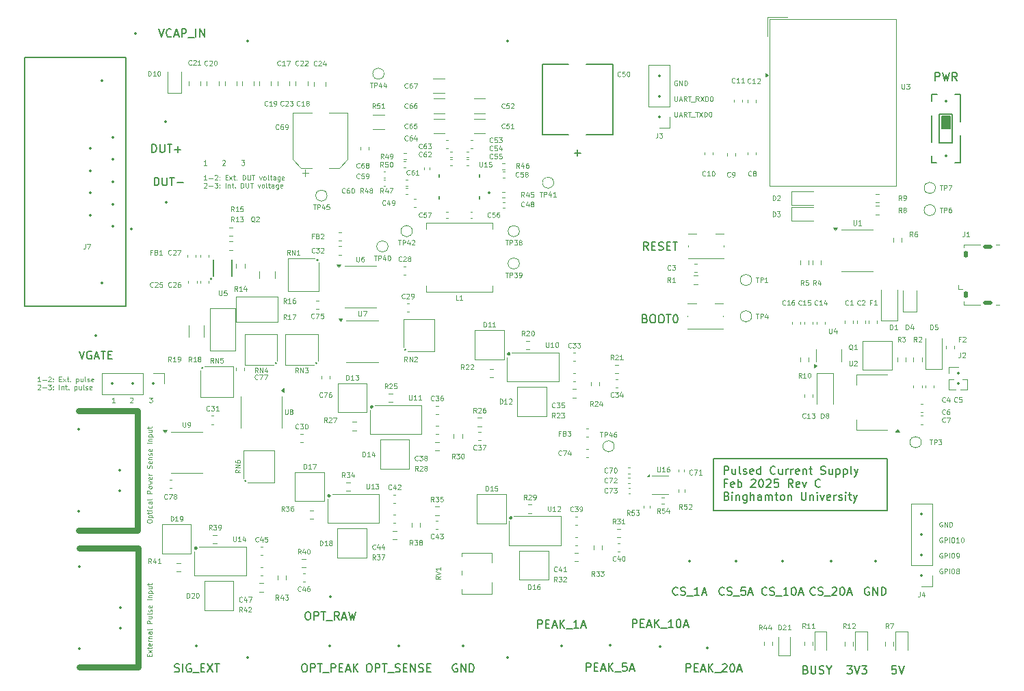
<source format=gto>
%TF.GenerationSoftware,KiCad,Pcbnew,9.0.0*%
%TF.CreationDate,2025-02-25T12:17:53-05:00*%
%TF.ProjectId,kicad_pulse_supply-rev-C,6b696361-645f-4707-956c-73655f737570,rev?*%
%TF.SameCoordinates,Original*%
%TF.FileFunction,Legend,Top*%
%TF.FilePolarity,Positive*%
%FSLAX46Y46*%
G04 Gerber Fmt 4.6, Leading zero omitted, Abs format (unit mm)*
G04 Created by KiCad (PCBNEW 9.0.0) date 2025-02-25 12:17:53*
%MOMM*%
%LPD*%
G01*
G04 APERTURE LIST*
%ADD10C,0.100000*%
%ADD11C,0.200000*%
%ADD12C,0.150000*%
%ADD13C,0.127000*%
%ADD14C,0.120000*%
%ADD15C,0.152400*%
%ADD16C,0.300000*%
%ADD17C,0.800000*%
%ADD18C,0.350000*%
%ADD19O,1.150000X0.500000*%
%ADD20O,0.550000X0.850000*%
G04 APERTURE END LIST*
D10*
X46288931Y-117733405D02*
X45946074Y-117733405D01*
X46117503Y-117733405D02*
X46117503Y-117133405D01*
X46117503Y-117133405D02*
X46060360Y-117219119D01*
X46060360Y-117219119D02*
X46003217Y-117276262D01*
X46003217Y-117276262D02*
X45946074Y-117304834D01*
X46546075Y-117504834D02*
X47003218Y-117504834D01*
X47260360Y-117190548D02*
X47288932Y-117161976D01*
X47288932Y-117161976D02*
X47346075Y-117133405D01*
X47346075Y-117133405D02*
X47488932Y-117133405D01*
X47488932Y-117133405D02*
X47546075Y-117161976D01*
X47546075Y-117161976D02*
X47574646Y-117190548D01*
X47574646Y-117190548D02*
X47603217Y-117247691D01*
X47603217Y-117247691D02*
X47603217Y-117304834D01*
X47603217Y-117304834D02*
X47574646Y-117390548D01*
X47574646Y-117390548D02*
X47231789Y-117733405D01*
X47231789Y-117733405D02*
X47603217Y-117733405D01*
X47860361Y-117676262D02*
X47888932Y-117704834D01*
X47888932Y-117704834D02*
X47860361Y-117733405D01*
X47860361Y-117733405D02*
X47831789Y-117704834D01*
X47831789Y-117704834D02*
X47860361Y-117676262D01*
X47860361Y-117676262D02*
X47860361Y-117733405D01*
X47860361Y-117361976D02*
X47888932Y-117390548D01*
X47888932Y-117390548D02*
X47860361Y-117419119D01*
X47860361Y-117419119D02*
X47831789Y-117390548D01*
X47831789Y-117390548D02*
X47860361Y-117361976D01*
X47860361Y-117361976D02*
X47860361Y-117419119D01*
X48603218Y-117419119D02*
X48803218Y-117419119D01*
X48888932Y-117733405D02*
X48603218Y-117733405D01*
X48603218Y-117733405D02*
X48603218Y-117133405D01*
X48603218Y-117133405D02*
X48888932Y-117133405D01*
X49088932Y-117733405D02*
X49403218Y-117333405D01*
X49088932Y-117333405D02*
X49403218Y-117733405D01*
X49546074Y-117333405D02*
X49774646Y-117333405D01*
X49631789Y-117133405D02*
X49631789Y-117647691D01*
X49631789Y-117647691D02*
X49660360Y-117704834D01*
X49660360Y-117704834D02*
X49717503Y-117733405D01*
X49717503Y-117733405D02*
X49774646Y-117733405D01*
X49974646Y-117676262D02*
X50003217Y-117704834D01*
X50003217Y-117704834D02*
X49974646Y-117733405D01*
X49974646Y-117733405D02*
X49946074Y-117704834D01*
X49946074Y-117704834D02*
X49974646Y-117676262D01*
X49974646Y-117676262D02*
X49974646Y-117733405D01*
X50717503Y-117333405D02*
X50717503Y-117933405D01*
X50717503Y-117361976D02*
X50774646Y-117333405D01*
X50774646Y-117333405D02*
X50888931Y-117333405D01*
X50888931Y-117333405D02*
X50946074Y-117361976D01*
X50946074Y-117361976D02*
X50974646Y-117390548D01*
X50974646Y-117390548D02*
X51003217Y-117447691D01*
X51003217Y-117447691D02*
X51003217Y-117619119D01*
X51003217Y-117619119D02*
X50974646Y-117676262D01*
X50974646Y-117676262D02*
X50946074Y-117704834D01*
X50946074Y-117704834D02*
X50888931Y-117733405D01*
X50888931Y-117733405D02*
X50774646Y-117733405D01*
X50774646Y-117733405D02*
X50717503Y-117704834D01*
X51517503Y-117333405D02*
X51517503Y-117733405D01*
X51260360Y-117333405D02*
X51260360Y-117647691D01*
X51260360Y-117647691D02*
X51288931Y-117704834D01*
X51288931Y-117704834D02*
X51346074Y-117733405D01*
X51346074Y-117733405D02*
X51431788Y-117733405D01*
X51431788Y-117733405D02*
X51488931Y-117704834D01*
X51488931Y-117704834D02*
X51517503Y-117676262D01*
X51888931Y-117733405D02*
X51831788Y-117704834D01*
X51831788Y-117704834D02*
X51803217Y-117647691D01*
X51803217Y-117647691D02*
X51803217Y-117133405D01*
X52088931Y-117704834D02*
X52146074Y-117733405D01*
X52146074Y-117733405D02*
X52260360Y-117733405D01*
X52260360Y-117733405D02*
X52317503Y-117704834D01*
X52317503Y-117704834D02*
X52346074Y-117647691D01*
X52346074Y-117647691D02*
X52346074Y-117619119D01*
X52346074Y-117619119D02*
X52317503Y-117561976D01*
X52317503Y-117561976D02*
X52260360Y-117533405D01*
X52260360Y-117533405D02*
X52174646Y-117533405D01*
X52174646Y-117533405D02*
X52117503Y-117504834D01*
X52117503Y-117504834D02*
X52088931Y-117447691D01*
X52088931Y-117447691D02*
X52088931Y-117419119D01*
X52088931Y-117419119D02*
X52117503Y-117361976D01*
X52117503Y-117361976D02*
X52174646Y-117333405D01*
X52174646Y-117333405D02*
X52260360Y-117333405D01*
X52260360Y-117333405D02*
X52317503Y-117361976D01*
X52831788Y-117704834D02*
X52774645Y-117733405D01*
X52774645Y-117733405D02*
X52660360Y-117733405D01*
X52660360Y-117733405D02*
X52603217Y-117704834D01*
X52603217Y-117704834D02*
X52574645Y-117647691D01*
X52574645Y-117647691D02*
X52574645Y-117419119D01*
X52574645Y-117419119D02*
X52603217Y-117361976D01*
X52603217Y-117361976D02*
X52660360Y-117333405D01*
X52660360Y-117333405D02*
X52774645Y-117333405D01*
X52774645Y-117333405D02*
X52831788Y-117361976D01*
X52831788Y-117361976D02*
X52860360Y-117419119D01*
X52860360Y-117419119D02*
X52860360Y-117476262D01*
X52860360Y-117476262D02*
X52574645Y-117533405D01*
X45946074Y-118156514D02*
X45974646Y-118127942D01*
X45974646Y-118127942D02*
X46031789Y-118099371D01*
X46031789Y-118099371D02*
X46174646Y-118099371D01*
X46174646Y-118099371D02*
X46231789Y-118127942D01*
X46231789Y-118127942D02*
X46260360Y-118156514D01*
X46260360Y-118156514D02*
X46288931Y-118213657D01*
X46288931Y-118213657D02*
X46288931Y-118270800D01*
X46288931Y-118270800D02*
X46260360Y-118356514D01*
X46260360Y-118356514D02*
X45917503Y-118699371D01*
X45917503Y-118699371D02*
X46288931Y-118699371D01*
X46546075Y-118470800D02*
X47003218Y-118470800D01*
X47231789Y-118099371D02*
X47603217Y-118099371D01*
X47603217Y-118099371D02*
X47403217Y-118327942D01*
X47403217Y-118327942D02*
X47488932Y-118327942D01*
X47488932Y-118327942D02*
X47546075Y-118356514D01*
X47546075Y-118356514D02*
X47574646Y-118385085D01*
X47574646Y-118385085D02*
X47603217Y-118442228D01*
X47603217Y-118442228D02*
X47603217Y-118585085D01*
X47603217Y-118585085D02*
X47574646Y-118642228D01*
X47574646Y-118642228D02*
X47546075Y-118670800D01*
X47546075Y-118670800D02*
X47488932Y-118699371D01*
X47488932Y-118699371D02*
X47317503Y-118699371D01*
X47317503Y-118699371D02*
X47260360Y-118670800D01*
X47260360Y-118670800D02*
X47231789Y-118642228D01*
X47860361Y-118642228D02*
X47888932Y-118670800D01*
X47888932Y-118670800D02*
X47860361Y-118699371D01*
X47860361Y-118699371D02*
X47831789Y-118670800D01*
X47831789Y-118670800D02*
X47860361Y-118642228D01*
X47860361Y-118642228D02*
X47860361Y-118699371D01*
X47860361Y-118327942D02*
X47888932Y-118356514D01*
X47888932Y-118356514D02*
X47860361Y-118385085D01*
X47860361Y-118385085D02*
X47831789Y-118356514D01*
X47831789Y-118356514D02*
X47860361Y-118327942D01*
X47860361Y-118327942D02*
X47860361Y-118385085D01*
X48603218Y-118699371D02*
X48603218Y-118099371D01*
X48888932Y-118299371D02*
X48888932Y-118699371D01*
X48888932Y-118356514D02*
X48917503Y-118327942D01*
X48917503Y-118327942D02*
X48974646Y-118299371D01*
X48974646Y-118299371D02*
X49060360Y-118299371D01*
X49060360Y-118299371D02*
X49117503Y-118327942D01*
X49117503Y-118327942D02*
X49146075Y-118385085D01*
X49146075Y-118385085D02*
X49146075Y-118699371D01*
X49346074Y-118299371D02*
X49574646Y-118299371D01*
X49431789Y-118099371D02*
X49431789Y-118613657D01*
X49431789Y-118613657D02*
X49460360Y-118670800D01*
X49460360Y-118670800D02*
X49517503Y-118699371D01*
X49517503Y-118699371D02*
X49574646Y-118699371D01*
X49774646Y-118642228D02*
X49803217Y-118670800D01*
X49803217Y-118670800D02*
X49774646Y-118699371D01*
X49774646Y-118699371D02*
X49746074Y-118670800D01*
X49746074Y-118670800D02*
X49774646Y-118642228D01*
X49774646Y-118642228D02*
X49774646Y-118699371D01*
X50517503Y-118299371D02*
X50517503Y-118899371D01*
X50517503Y-118327942D02*
X50574646Y-118299371D01*
X50574646Y-118299371D02*
X50688931Y-118299371D01*
X50688931Y-118299371D02*
X50746074Y-118327942D01*
X50746074Y-118327942D02*
X50774646Y-118356514D01*
X50774646Y-118356514D02*
X50803217Y-118413657D01*
X50803217Y-118413657D02*
X50803217Y-118585085D01*
X50803217Y-118585085D02*
X50774646Y-118642228D01*
X50774646Y-118642228D02*
X50746074Y-118670800D01*
X50746074Y-118670800D02*
X50688931Y-118699371D01*
X50688931Y-118699371D02*
X50574646Y-118699371D01*
X50574646Y-118699371D02*
X50517503Y-118670800D01*
X51317503Y-118299371D02*
X51317503Y-118699371D01*
X51060360Y-118299371D02*
X51060360Y-118613657D01*
X51060360Y-118613657D02*
X51088931Y-118670800D01*
X51088931Y-118670800D02*
X51146074Y-118699371D01*
X51146074Y-118699371D02*
X51231788Y-118699371D01*
X51231788Y-118699371D02*
X51288931Y-118670800D01*
X51288931Y-118670800D02*
X51317503Y-118642228D01*
X51688931Y-118699371D02*
X51631788Y-118670800D01*
X51631788Y-118670800D02*
X51603217Y-118613657D01*
X51603217Y-118613657D02*
X51603217Y-118099371D01*
X51888931Y-118670800D02*
X51946074Y-118699371D01*
X51946074Y-118699371D02*
X52060360Y-118699371D01*
X52060360Y-118699371D02*
X52117503Y-118670800D01*
X52117503Y-118670800D02*
X52146074Y-118613657D01*
X52146074Y-118613657D02*
X52146074Y-118585085D01*
X52146074Y-118585085D02*
X52117503Y-118527942D01*
X52117503Y-118527942D02*
X52060360Y-118499371D01*
X52060360Y-118499371D02*
X51974646Y-118499371D01*
X51974646Y-118499371D02*
X51917503Y-118470800D01*
X51917503Y-118470800D02*
X51888931Y-118413657D01*
X51888931Y-118413657D02*
X51888931Y-118385085D01*
X51888931Y-118385085D02*
X51917503Y-118327942D01*
X51917503Y-118327942D02*
X51974646Y-118299371D01*
X51974646Y-118299371D02*
X52060360Y-118299371D01*
X52060360Y-118299371D02*
X52117503Y-118327942D01*
X52631788Y-118670800D02*
X52574645Y-118699371D01*
X52574645Y-118699371D02*
X52460360Y-118699371D01*
X52460360Y-118699371D02*
X52403217Y-118670800D01*
X52403217Y-118670800D02*
X52374645Y-118613657D01*
X52374645Y-118613657D02*
X52374645Y-118385085D01*
X52374645Y-118385085D02*
X52403217Y-118327942D01*
X52403217Y-118327942D02*
X52460360Y-118299371D01*
X52460360Y-118299371D02*
X52574645Y-118299371D01*
X52574645Y-118299371D02*
X52631788Y-118327942D01*
X52631788Y-118327942D02*
X52660360Y-118385085D01*
X52660360Y-118385085D02*
X52660360Y-118442228D01*
X52660360Y-118442228D02*
X52374645Y-118499371D01*
X59487371Y-135055068D02*
X59487371Y-134940782D01*
X59487371Y-134940782D02*
X59515942Y-134883639D01*
X59515942Y-134883639D02*
X59573085Y-134826496D01*
X59573085Y-134826496D02*
X59687371Y-134797925D01*
X59687371Y-134797925D02*
X59887371Y-134797925D01*
X59887371Y-134797925D02*
X60001657Y-134826496D01*
X60001657Y-134826496D02*
X60058800Y-134883639D01*
X60058800Y-134883639D02*
X60087371Y-134940782D01*
X60087371Y-134940782D02*
X60087371Y-135055068D01*
X60087371Y-135055068D02*
X60058800Y-135112211D01*
X60058800Y-135112211D02*
X60001657Y-135169353D01*
X60001657Y-135169353D02*
X59887371Y-135197925D01*
X59887371Y-135197925D02*
X59687371Y-135197925D01*
X59687371Y-135197925D02*
X59573085Y-135169353D01*
X59573085Y-135169353D02*
X59515942Y-135112211D01*
X59515942Y-135112211D02*
X59487371Y-135055068D01*
X59687371Y-134540782D02*
X60287371Y-134540782D01*
X59715942Y-134540782D02*
X59687371Y-134483640D01*
X59687371Y-134483640D02*
X59687371Y-134369354D01*
X59687371Y-134369354D02*
X59715942Y-134312211D01*
X59715942Y-134312211D02*
X59744514Y-134283640D01*
X59744514Y-134283640D02*
X59801657Y-134255068D01*
X59801657Y-134255068D02*
X59973085Y-134255068D01*
X59973085Y-134255068D02*
X60030228Y-134283640D01*
X60030228Y-134283640D02*
X60058800Y-134312211D01*
X60058800Y-134312211D02*
X60087371Y-134369354D01*
X60087371Y-134369354D02*
X60087371Y-134483640D01*
X60087371Y-134483640D02*
X60058800Y-134540782D01*
X59687371Y-134083640D02*
X59687371Y-133855068D01*
X59487371Y-133997925D02*
X60001657Y-133997925D01*
X60001657Y-133997925D02*
X60058800Y-133969354D01*
X60058800Y-133969354D02*
X60087371Y-133912211D01*
X60087371Y-133912211D02*
X60087371Y-133855068D01*
X60087371Y-133655068D02*
X59687371Y-133655068D01*
X59487371Y-133655068D02*
X59515942Y-133683640D01*
X59515942Y-133683640D02*
X59544514Y-133655068D01*
X59544514Y-133655068D02*
X59515942Y-133626497D01*
X59515942Y-133626497D02*
X59487371Y-133655068D01*
X59487371Y-133655068D02*
X59544514Y-133655068D01*
X60058800Y-133112212D02*
X60087371Y-133169354D01*
X60087371Y-133169354D02*
X60087371Y-133283640D01*
X60087371Y-133283640D02*
X60058800Y-133340783D01*
X60058800Y-133340783D02*
X60030228Y-133369354D01*
X60030228Y-133369354D02*
X59973085Y-133397926D01*
X59973085Y-133397926D02*
X59801657Y-133397926D01*
X59801657Y-133397926D02*
X59744514Y-133369354D01*
X59744514Y-133369354D02*
X59715942Y-133340783D01*
X59715942Y-133340783D02*
X59687371Y-133283640D01*
X59687371Y-133283640D02*
X59687371Y-133169354D01*
X59687371Y-133169354D02*
X59715942Y-133112212D01*
X60087371Y-132597926D02*
X59773085Y-132597926D01*
X59773085Y-132597926D02*
X59715942Y-132626497D01*
X59715942Y-132626497D02*
X59687371Y-132683640D01*
X59687371Y-132683640D02*
X59687371Y-132797926D01*
X59687371Y-132797926D02*
X59715942Y-132855068D01*
X60058800Y-132597926D02*
X60087371Y-132655068D01*
X60087371Y-132655068D02*
X60087371Y-132797926D01*
X60087371Y-132797926D02*
X60058800Y-132855068D01*
X60058800Y-132855068D02*
X60001657Y-132883640D01*
X60001657Y-132883640D02*
X59944514Y-132883640D01*
X59944514Y-132883640D02*
X59887371Y-132855068D01*
X59887371Y-132855068D02*
X59858800Y-132797926D01*
X59858800Y-132797926D02*
X59858800Y-132655068D01*
X59858800Y-132655068D02*
X59830228Y-132597926D01*
X60087371Y-132226497D02*
X60058800Y-132283640D01*
X60058800Y-132283640D02*
X60001657Y-132312211D01*
X60001657Y-132312211D02*
X59487371Y-132312211D01*
X60087371Y-131540782D02*
X59487371Y-131540782D01*
X59487371Y-131540782D02*
X59487371Y-131312211D01*
X59487371Y-131312211D02*
X59515942Y-131255068D01*
X59515942Y-131255068D02*
X59544514Y-131226497D01*
X59544514Y-131226497D02*
X59601657Y-131197925D01*
X59601657Y-131197925D02*
X59687371Y-131197925D01*
X59687371Y-131197925D02*
X59744514Y-131226497D01*
X59744514Y-131226497D02*
X59773085Y-131255068D01*
X59773085Y-131255068D02*
X59801657Y-131312211D01*
X59801657Y-131312211D02*
X59801657Y-131540782D01*
X60087371Y-130855068D02*
X60058800Y-130912211D01*
X60058800Y-130912211D02*
X60030228Y-130940782D01*
X60030228Y-130940782D02*
X59973085Y-130969354D01*
X59973085Y-130969354D02*
X59801657Y-130969354D01*
X59801657Y-130969354D02*
X59744514Y-130940782D01*
X59744514Y-130940782D02*
X59715942Y-130912211D01*
X59715942Y-130912211D02*
X59687371Y-130855068D01*
X59687371Y-130855068D02*
X59687371Y-130769354D01*
X59687371Y-130769354D02*
X59715942Y-130712211D01*
X59715942Y-130712211D02*
X59744514Y-130683640D01*
X59744514Y-130683640D02*
X59801657Y-130655068D01*
X59801657Y-130655068D02*
X59973085Y-130655068D01*
X59973085Y-130655068D02*
X60030228Y-130683640D01*
X60030228Y-130683640D02*
X60058800Y-130712211D01*
X60058800Y-130712211D02*
X60087371Y-130769354D01*
X60087371Y-130769354D02*
X60087371Y-130855068D01*
X59687371Y-130455068D02*
X60087371Y-130340783D01*
X60087371Y-130340783D02*
X59801657Y-130226497D01*
X59801657Y-130226497D02*
X60087371Y-130112211D01*
X60087371Y-130112211D02*
X59687371Y-129997925D01*
X60058800Y-129540783D02*
X60087371Y-129597926D01*
X60087371Y-129597926D02*
X60087371Y-129712212D01*
X60087371Y-129712212D02*
X60058800Y-129769354D01*
X60058800Y-129769354D02*
X60001657Y-129797926D01*
X60001657Y-129797926D02*
X59773085Y-129797926D01*
X59773085Y-129797926D02*
X59715942Y-129769354D01*
X59715942Y-129769354D02*
X59687371Y-129712212D01*
X59687371Y-129712212D02*
X59687371Y-129597926D01*
X59687371Y-129597926D02*
X59715942Y-129540783D01*
X59715942Y-129540783D02*
X59773085Y-129512212D01*
X59773085Y-129512212D02*
X59830228Y-129512212D01*
X59830228Y-129512212D02*
X59887371Y-129797926D01*
X60087371Y-129255068D02*
X59687371Y-129255068D01*
X59801657Y-129255068D02*
X59744514Y-129226497D01*
X59744514Y-129226497D02*
X59715942Y-129197926D01*
X59715942Y-129197926D02*
X59687371Y-129140783D01*
X59687371Y-129140783D02*
X59687371Y-129083640D01*
X60058800Y-128455068D02*
X60087371Y-128369354D01*
X60087371Y-128369354D02*
X60087371Y-128226496D01*
X60087371Y-128226496D02*
X60058800Y-128169354D01*
X60058800Y-128169354D02*
X60030228Y-128140782D01*
X60030228Y-128140782D02*
X59973085Y-128112211D01*
X59973085Y-128112211D02*
X59915942Y-128112211D01*
X59915942Y-128112211D02*
X59858800Y-128140782D01*
X59858800Y-128140782D02*
X59830228Y-128169354D01*
X59830228Y-128169354D02*
X59801657Y-128226496D01*
X59801657Y-128226496D02*
X59773085Y-128340782D01*
X59773085Y-128340782D02*
X59744514Y-128397925D01*
X59744514Y-128397925D02*
X59715942Y-128426496D01*
X59715942Y-128426496D02*
X59658800Y-128455068D01*
X59658800Y-128455068D02*
X59601657Y-128455068D01*
X59601657Y-128455068D02*
X59544514Y-128426496D01*
X59544514Y-128426496D02*
X59515942Y-128397925D01*
X59515942Y-128397925D02*
X59487371Y-128340782D01*
X59487371Y-128340782D02*
X59487371Y-128197925D01*
X59487371Y-128197925D02*
X59515942Y-128112211D01*
X60058800Y-127626496D02*
X60087371Y-127683639D01*
X60087371Y-127683639D02*
X60087371Y-127797925D01*
X60087371Y-127797925D02*
X60058800Y-127855067D01*
X60058800Y-127855067D02*
X60001657Y-127883639D01*
X60001657Y-127883639D02*
X59773085Y-127883639D01*
X59773085Y-127883639D02*
X59715942Y-127855067D01*
X59715942Y-127855067D02*
X59687371Y-127797925D01*
X59687371Y-127797925D02*
X59687371Y-127683639D01*
X59687371Y-127683639D02*
X59715942Y-127626496D01*
X59715942Y-127626496D02*
X59773085Y-127597925D01*
X59773085Y-127597925D02*
X59830228Y-127597925D01*
X59830228Y-127597925D02*
X59887371Y-127883639D01*
X59687371Y-127340781D02*
X60087371Y-127340781D01*
X59744514Y-127340781D02*
X59715942Y-127312210D01*
X59715942Y-127312210D02*
X59687371Y-127255067D01*
X59687371Y-127255067D02*
X59687371Y-127169353D01*
X59687371Y-127169353D02*
X59715942Y-127112210D01*
X59715942Y-127112210D02*
X59773085Y-127083639D01*
X59773085Y-127083639D02*
X60087371Y-127083639D01*
X60058800Y-126826496D02*
X60087371Y-126769353D01*
X60087371Y-126769353D02*
X60087371Y-126655067D01*
X60087371Y-126655067D02*
X60058800Y-126597924D01*
X60058800Y-126597924D02*
X60001657Y-126569353D01*
X60001657Y-126569353D02*
X59973085Y-126569353D01*
X59973085Y-126569353D02*
X59915942Y-126597924D01*
X59915942Y-126597924D02*
X59887371Y-126655067D01*
X59887371Y-126655067D02*
X59887371Y-126740782D01*
X59887371Y-126740782D02*
X59858800Y-126797924D01*
X59858800Y-126797924D02*
X59801657Y-126826496D01*
X59801657Y-126826496D02*
X59773085Y-126826496D01*
X59773085Y-126826496D02*
X59715942Y-126797924D01*
X59715942Y-126797924D02*
X59687371Y-126740782D01*
X59687371Y-126740782D02*
X59687371Y-126655067D01*
X59687371Y-126655067D02*
X59715942Y-126597924D01*
X60058800Y-126083639D02*
X60087371Y-126140782D01*
X60087371Y-126140782D02*
X60087371Y-126255068D01*
X60087371Y-126255068D02*
X60058800Y-126312210D01*
X60058800Y-126312210D02*
X60001657Y-126340782D01*
X60001657Y-126340782D02*
X59773085Y-126340782D01*
X59773085Y-126340782D02*
X59715942Y-126312210D01*
X59715942Y-126312210D02*
X59687371Y-126255068D01*
X59687371Y-126255068D02*
X59687371Y-126140782D01*
X59687371Y-126140782D02*
X59715942Y-126083639D01*
X59715942Y-126083639D02*
X59773085Y-126055068D01*
X59773085Y-126055068D02*
X59830228Y-126055068D01*
X59830228Y-126055068D02*
X59887371Y-126340782D01*
X60087371Y-125340781D02*
X59487371Y-125340781D01*
X59687371Y-125055067D02*
X60087371Y-125055067D01*
X59744514Y-125055067D02*
X59715942Y-125026496D01*
X59715942Y-125026496D02*
X59687371Y-124969353D01*
X59687371Y-124969353D02*
X59687371Y-124883639D01*
X59687371Y-124883639D02*
X59715942Y-124826496D01*
X59715942Y-124826496D02*
X59773085Y-124797925D01*
X59773085Y-124797925D02*
X60087371Y-124797925D01*
X59687371Y-124512210D02*
X60287371Y-124512210D01*
X59715942Y-124512210D02*
X59687371Y-124455068D01*
X59687371Y-124455068D02*
X59687371Y-124340782D01*
X59687371Y-124340782D02*
X59715942Y-124283639D01*
X59715942Y-124283639D02*
X59744514Y-124255068D01*
X59744514Y-124255068D02*
X59801657Y-124226496D01*
X59801657Y-124226496D02*
X59973085Y-124226496D01*
X59973085Y-124226496D02*
X60030228Y-124255068D01*
X60030228Y-124255068D02*
X60058800Y-124283639D01*
X60058800Y-124283639D02*
X60087371Y-124340782D01*
X60087371Y-124340782D02*
X60087371Y-124455068D01*
X60087371Y-124455068D02*
X60058800Y-124512210D01*
X59687371Y-123712211D02*
X60087371Y-123712211D01*
X59687371Y-123969353D02*
X60001657Y-123969353D01*
X60001657Y-123969353D02*
X60058800Y-123940782D01*
X60058800Y-123940782D02*
X60087371Y-123883639D01*
X60087371Y-123883639D02*
X60087371Y-123797925D01*
X60087371Y-123797925D02*
X60058800Y-123740782D01*
X60058800Y-123740782D02*
X60030228Y-123712211D01*
X59687371Y-123512211D02*
X59687371Y-123283639D01*
X59487371Y-123426496D02*
X60001657Y-123426496D01*
X60001657Y-123426496D02*
X60058800Y-123397925D01*
X60058800Y-123397925D02*
X60087371Y-123340782D01*
X60087371Y-123340782D02*
X60087371Y-123283639D01*
X66888931Y-92733405D02*
X66546074Y-92733405D01*
X66717503Y-92733405D02*
X66717503Y-92133405D01*
X66717503Y-92133405D02*
X66660360Y-92219119D01*
X66660360Y-92219119D02*
X66603217Y-92276262D01*
X66603217Y-92276262D02*
X66546074Y-92304834D01*
X67146075Y-92504834D02*
X67603218Y-92504834D01*
X67860360Y-92190548D02*
X67888932Y-92161976D01*
X67888932Y-92161976D02*
X67946075Y-92133405D01*
X67946075Y-92133405D02*
X68088932Y-92133405D01*
X68088932Y-92133405D02*
X68146075Y-92161976D01*
X68146075Y-92161976D02*
X68174646Y-92190548D01*
X68174646Y-92190548D02*
X68203217Y-92247691D01*
X68203217Y-92247691D02*
X68203217Y-92304834D01*
X68203217Y-92304834D02*
X68174646Y-92390548D01*
X68174646Y-92390548D02*
X67831789Y-92733405D01*
X67831789Y-92733405D02*
X68203217Y-92733405D01*
X68460361Y-92676262D02*
X68488932Y-92704834D01*
X68488932Y-92704834D02*
X68460361Y-92733405D01*
X68460361Y-92733405D02*
X68431789Y-92704834D01*
X68431789Y-92704834D02*
X68460361Y-92676262D01*
X68460361Y-92676262D02*
X68460361Y-92733405D01*
X68460361Y-92361976D02*
X68488932Y-92390548D01*
X68488932Y-92390548D02*
X68460361Y-92419119D01*
X68460361Y-92419119D02*
X68431789Y-92390548D01*
X68431789Y-92390548D02*
X68460361Y-92361976D01*
X68460361Y-92361976D02*
X68460361Y-92419119D01*
X69203218Y-92419119D02*
X69403218Y-92419119D01*
X69488932Y-92733405D02*
X69203218Y-92733405D01*
X69203218Y-92733405D02*
X69203218Y-92133405D01*
X69203218Y-92133405D02*
X69488932Y-92133405D01*
X69688932Y-92733405D02*
X70003218Y-92333405D01*
X69688932Y-92333405D02*
X70003218Y-92733405D01*
X70146074Y-92333405D02*
X70374646Y-92333405D01*
X70231789Y-92133405D02*
X70231789Y-92647691D01*
X70231789Y-92647691D02*
X70260360Y-92704834D01*
X70260360Y-92704834D02*
X70317503Y-92733405D01*
X70317503Y-92733405D02*
X70374646Y-92733405D01*
X70574646Y-92676262D02*
X70603217Y-92704834D01*
X70603217Y-92704834D02*
X70574646Y-92733405D01*
X70574646Y-92733405D02*
X70546074Y-92704834D01*
X70546074Y-92704834D02*
X70574646Y-92676262D01*
X70574646Y-92676262D02*
X70574646Y-92733405D01*
X71317503Y-92733405D02*
X71317503Y-92133405D01*
X71317503Y-92133405D02*
X71460360Y-92133405D01*
X71460360Y-92133405D02*
X71546074Y-92161976D01*
X71546074Y-92161976D02*
X71603217Y-92219119D01*
X71603217Y-92219119D02*
X71631788Y-92276262D01*
X71631788Y-92276262D02*
X71660360Y-92390548D01*
X71660360Y-92390548D02*
X71660360Y-92476262D01*
X71660360Y-92476262D02*
X71631788Y-92590548D01*
X71631788Y-92590548D02*
X71603217Y-92647691D01*
X71603217Y-92647691D02*
X71546074Y-92704834D01*
X71546074Y-92704834D02*
X71460360Y-92733405D01*
X71460360Y-92733405D02*
X71317503Y-92733405D01*
X71917503Y-92133405D02*
X71917503Y-92619119D01*
X71917503Y-92619119D02*
X71946074Y-92676262D01*
X71946074Y-92676262D02*
X71974646Y-92704834D01*
X71974646Y-92704834D02*
X72031788Y-92733405D01*
X72031788Y-92733405D02*
X72146074Y-92733405D01*
X72146074Y-92733405D02*
X72203217Y-92704834D01*
X72203217Y-92704834D02*
X72231788Y-92676262D01*
X72231788Y-92676262D02*
X72260360Y-92619119D01*
X72260360Y-92619119D02*
X72260360Y-92133405D01*
X72460359Y-92133405D02*
X72803217Y-92133405D01*
X72631788Y-92733405D02*
X72631788Y-92133405D01*
X73403217Y-92333405D02*
X73546074Y-92733405D01*
X73546074Y-92733405D02*
X73688931Y-92333405D01*
X74003217Y-92733405D02*
X73946074Y-92704834D01*
X73946074Y-92704834D02*
X73917503Y-92676262D01*
X73917503Y-92676262D02*
X73888931Y-92619119D01*
X73888931Y-92619119D02*
X73888931Y-92447691D01*
X73888931Y-92447691D02*
X73917503Y-92390548D01*
X73917503Y-92390548D02*
X73946074Y-92361976D01*
X73946074Y-92361976D02*
X74003217Y-92333405D01*
X74003217Y-92333405D02*
X74088931Y-92333405D01*
X74088931Y-92333405D02*
X74146074Y-92361976D01*
X74146074Y-92361976D02*
X74174646Y-92390548D01*
X74174646Y-92390548D02*
X74203217Y-92447691D01*
X74203217Y-92447691D02*
X74203217Y-92619119D01*
X74203217Y-92619119D02*
X74174646Y-92676262D01*
X74174646Y-92676262D02*
X74146074Y-92704834D01*
X74146074Y-92704834D02*
X74088931Y-92733405D01*
X74088931Y-92733405D02*
X74003217Y-92733405D01*
X74546074Y-92733405D02*
X74488931Y-92704834D01*
X74488931Y-92704834D02*
X74460360Y-92647691D01*
X74460360Y-92647691D02*
X74460360Y-92133405D01*
X74688931Y-92333405D02*
X74917503Y-92333405D01*
X74774646Y-92133405D02*
X74774646Y-92647691D01*
X74774646Y-92647691D02*
X74803217Y-92704834D01*
X74803217Y-92704834D02*
X74860360Y-92733405D01*
X74860360Y-92733405D02*
X74917503Y-92733405D01*
X75374646Y-92733405D02*
X75374646Y-92419119D01*
X75374646Y-92419119D02*
X75346074Y-92361976D01*
X75346074Y-92361976D02*
X75288931Y-92333405D01*
X75288931Y-92333405D02*
X75174646Y-92333405D01*
X75174646Y-92333405D02*
X75117503Y-92361976D01*
X75374646Y-92704834D02*
X75317503Y-92733405D01*
X75317503Y-92733405D02*
X75174646Y-92733405D01*
X75174646Y-92733405D02*
X75117503Y-92704834D01*
X75117503Y-92704834D02*
X75088931Y-92647691D01*
X75088931Y-92647691D02*
X75088931Y-92590548D01*
X75088931Y-92590548D02*
X75117503Y-92533405D01*
X75117503Y-92533405D02*
X75174646Y-92504834D01*
X75174646Y-92504834D02*
X75317503Y-92504834D01*
X75317503Y-92504834D02*
X75374646Y-92476262D01*
X75917503Y-92333405D02*
X75917503Y-92819119D01*
X75917503Y-92819119D02*
X75888931Y-92876262D01*
X75888931Y-92876262D02*
X75860360Y-92904834D01*
X75860360Y-92904834D02*
X75803217Y-92933405D01*
X75803217Y-92933405D02*
X75717503Y-92933405D01*
X75717503Y-92933405D02*
X75660360Y-92904834D01*
X75917503Y-92704834D02*
X75860360Y-92733405D01*
X75860360Y-92733405D02*
X75746074Y-92733405D01*
X75746074Y-92733405D02*
X75688931Y-92704834D01*
X75688931Y-92704834D02*
X75660360Y-92676262D01*
X75660360Y-92676262D02*
X75631788Y-92619119D01*
X75631788Y-92619119D02*
X75631788Y-92447691D01*
X75631788Y-92447691D02*
X75660360Y-92390548D01*
X75660360Y-92390548D02*
X75688931Y-92361976D01*
X75688931Y-92361976D02*
X75746074Y-92333405D01*
X75746074Y-92333405D02*
X75860360Y-92333405D01*
X75860360Y-92333405D02*
X75917503Y-92361976D01*
X76431788Y-92704834D02*
X76374645Y-92733405D01*
X76374645Y-92733405D02*
X76260360Y-92733405D01*
X76260360Y-92733405D02*
X76203217Y-92704834D01*
X76203217Y-92704834D02*
X76174645Y-92647691D01*
X76174645Y-92647691D02*
X76174645Y-92419119D01*
X76174645Y-92419119D02*
X76203217Y-92361976D01*
X76203217Y-92361976D02*
X76260360Y-92333405D01*
X76260360Y-92333405D02*
X76374645Y-92333405D01*
X76374645Y-92333405D02*
X76431788Y-92361976D01*
X76431788Y-92361976D02*
X76460360Y-92419119D01*
X76460360Y-92419119D02*
X76460360Y-92476262D01*
X76460360Y-92476262D02*
X76174645Y-92533405D01*
X66546074Y-93156514D02*
X66574646Y-93127942D01*
X66574646Y-93127942D02*
X66631789Y-93099371D01*
X66631789Y-93099371D02*
X66774646Y-93099371D01*
X66774646Y-93099371D02*
X66831789Y-93127942D01*
X66831789Y-93127942D02*
X66860360Y-93156514D01*
X66860360Y-93156514D02*
X66888931Y-93213657D01*
X66888931Y-93213657D02*
X66888931Y-93270800D01*
X66888931Y-93270800D02*
X66860360Y-93356514D01*
X66860360Y-93356514D02*
X66517503Y-93699371D01*
X66517503Y-93699371D02*
X66888931Y-93699371D01*
X67146075Y-93470800D02*
X67603218Y-93470800D01*
X67831789Y-93099371D02*
X68203217Y-93099371D01*
X68203217Y-93099371D02*
X68003217Y-93327942D01*
X68003217Y-93327942D02*
X68088932Y-93327942D01*
X68088932Y-93327942D02*
X68146075Y-93356514D01*
X68146075Y-93356514D02*
X68174646Y-93385085D01*
X68174646Y-93385085D02*
X68203217Y-93442228D01*
X68203217Y-93442228D02*
X68203217Y-93585085D01*
X68203217Y-93585085D02*
X68174646Y-93642228D01*
X68174646Y-93642228D02*
X68146075Y-93670800D01*
X68146075Y-93670800D02*
X68088932Y-93699371D01*
X68088932Y-93699371D02*
X67917503Y-93699371D01*
X67917503Y-93699371D02*
X67860360Y-93670800D01*
X67860360Y-93670800D02*
X67831789Y-93642228D01*
X68460361Y-93642228D02*
X68488932Y-93670800D01*
X68488932Y-93670800D02*
X68460361Y-93699371D01*
X68460361Y-93699371D02*
X68431789Y-93670800D01*
X68431789Y-93670800D02*
X68460361Y-93642228D01*
X68460361Y-93642228D02*
X68460361Y-93699371D01*
X68460361Y-93327942D02*
X68488932Y-93356514D01*
X68488932Y-93356514D02*
X68460361Y-93385085D01*
X68460361Y-93385085D02*
X68431789Y-93356514D01*
X68431789Y-93356514D02*
X68460361Y-93327942D01*
X68460361Y-93327942D02*
X68460361Y-93385085D01*
X69203218Y-93699371D02*
X69203218Y-93099371D01*
X69488932Y-93299371D02*
X69488932Y-93699371D01*
X69488932Y-93356514D02*
X69517503Y-93327942D01*
X69517503Y-93327942D02*
X69574646Y-93299371D01*
X69574646Y-93299371D02*
X69660360Y-93299371D01*
X69660360Y-93299371D02*
X69717503Y-93327942D01*
X69717503Y-93327942D02*
X69746075Y-93385085D01*
X69746075Y-93385085D02*
X69746075Y-93699371D01*
X69946074Y-93299371D02*
X70174646Y-93299371D01*
X70031789Y-93099371D02*
X70031789Y-93613657D01*
X70031789Y-93613657D02*
X70060360Y-93670800D01*
X70060360Y-93670800D02*
X70117503Y-93699371D01*
X70117503Y-93699371D02*
X70174646Y-93699371D01*
X70374646Y-93642228D02*
X70403217Y-93670800D01*
X70403217Y-93670800D02*
X70374646Y-93699371D01*
X70374646Y-93699371D02*
X70346074Y-93670800D01*
X70346074Y-93670800D02*
X70374646Y-93642228D01*
X70374646Y-93642228D02*
X70374646Y-93699371D01*
X71117503Y-93699371D02*
X71117503Y-93099371D01*
X71117503Y-93099371D02*
X71260360Y-93099371D01*
X71260360Y-93099371D02*
X71346074Y-93127942D01*
X71346074Y-93127942D02*
X71403217Y-93185085D01*
X71403217Y-93185085D02*
X71431788Y-93242228D01*
X71431788Y-93242228D02*
X71460360Y-93356514D01*
X71460360Y-93356514D02*
X71460360Y-93442228D01*
X71460360Y-93442228D02*
X71431788Y-93556514D01*
X71431788Y-93556514D02*
X71403217Y-93613657D01*
X71403217Y-93613657D02*
X71346074Y-93670800D01*
X71346074Y-93670800D02*
X71260360Y-93699371D01*
X71260360Y-93699371D02*
X71117503Y-93699371D01*
X71717503Y-93099371D02*
X71717503Y-93585085D01*
X71717503Y-93585085D02*
X71746074Y-93642228D01*
X71746074Y-93642228D02*
X71774646Y-93670800D01*
X71774646Y-93670800D02*
X71831788Y-93699371D01*
X71831788Y-93699371D02*
X71946074Y-93699371D01*
X71946074Y-93699371D02*
X72003217Y-93670800D01*
X72003217Y-93670800D02*
X72031788Y-93642228D01*
X72031788Y-93642228D02*
X72060360Y-93585085D01*
X72060360Y-93585085D02*
X72060360Y-93099371D01*
X72260359Y-93099371D02*
X72603217Y-93099371D01*
X72431788Y-93699371D02*
X72431788Y-93099371D01*
X73203217Y-93299371D02*
X73346074Y-93699371D01*
X73346074Y-93699371D02*
X73488931Y-93299371D01*
X73803217Y-93699371D02*
X73746074Y-93670800D01*
X73746074Y-93670800D02*
X73717503Y-93642228D01*
X73717503Y-93642228D02*
X73688931Y-93585085D01*
X73688931Y-93585085D02*
X73688931Y-93413657D01*
X73688931Y-93413657D02*
X73717503Y-93356514D01*
X73717503Y-93356514D02*
X73746074Y-93327942D01*
X73746074Y-93327942D02*
X73803217Y-93299371D01*
X73803217Y-93299371D02*
X73888931Y-93299371D01*
X73888931Y-93299371D02*
X73946074Y-93327942D01*
X73946074Y-93327942D02*
X73974646Y-93356514D01*
X73974646Y-93356514D02*
X74003217Y-93413657D01*
X74003217Y-93413657D02*
X74003217Y-93585085D01*
X74003217Y-93585085D02*
X73974646Y-93642228D01*
X73974646Y-93642228D02*
X73946074Y-93670800D01*
X73946074Y-93670800D02*
X73888931Y-93699371D01*
X73888931Y-93699371D02*
X73803217Y-93699371D01*
X74346074Y-93699371D02*
X74288931Y-93670800D01*
X74288931Y-93670800D02*
X74260360Y-93613657D01*
X74260360Y-93613657D02*
X74260360Y-93099371D01*
X74488931Y-93299371D02*
X74717503Y-93299371D01*
X74574646Y-93099371D02*
X74574646Y-93613657D01*
X74574646Y-93613657D02*
X74603217Y-93670800D01*
X74603217Y-93670800D02*
X74660360Y-93699371D01*
X74660360Y-93699371D02*
X74717503Y-93699371D01*
X75174646Y-93699371D02*
X75174646Y-93385085D01*
X75174646Y-93385085D02*
X75146074Y-93327942D01*
X75146074Y-93327942D02*
X75088931Y-93299371D01*
X75088931Y-93299371D02*
X74974646Y-93299371D01*
X74974646Y-93299371D02*
X74917503Y-93327942D01*
X75174646Y-93670800D02*
X75117503Y-93699371D01*
X75117503Y-93699371D02*
X74974646Y-93699371D01*
X74974646Y-93699371D02*
X74917503Y-93670800D01*
X74917503Y-93670800D02*
X74888931Y-93613657D01*
X74888931Y-93613657D02*
X74888931Y-93556514D01*
X74888931Y-93556514D02*
X74917503Y-93499371D01*
X74917503Y-93499371D02*
X74974646Y-93470800D01*
X74974646Y-93470800D02*
X75117503Y-93470800D01*
X75117503Y-93470800D02*
X75174646Y-93442228D01*
X75717503Y-93299371D02*
X75717503Y-93785085D01*
X75717503Y-93785085D02*
X75688931Y-93842228D01*
X75688931Y-93842228D02*
X75660360Y-93870800D01*
X75660360Y-93870800D02*
X75603217Y-93899371D01*
X75603217Y-93899371D02*
X75517503Y-93899371D01*
X75517503Y-93899371D02*
X75460360Y-93870800D01*
X75717503Y-93670800D02*
X75660360Y-93699371D01*
X75660360Y-93699371D02*
X75546074Y-93699371D01*
X75546074Y-93699371D02*
X75488931Y-93670800D01*
X75488931Y-93670800D02*
X75460360Y-93642228D01*
X75460360Y-93642228D02*
X75431788Y-93585085D01*
X75431788Y-93585085D02*
X75431788Y-93413657D01*
X75431788Y-93413657D02*
X75460360Y-93356514D01*
X75460360Y-93356514D02*
X75488931Y-93327942D01*
X75488931Y-93327942D02*
X75546074Y-93299371D01*
X75546074Y-93299371D02*
X75660360Y-93299371D01*
X75660360Y-93299371D02*
X75717503Y-93327942D01*
X76231788Y-93670800D02*
X76174645Y-93699371D01*
X76174645Y-93699371D02*
X76060360Y-93699371D01*
X76060360Y-93699371D02*
X76003217Y-93670800D01*
X76003217Y-93670800D02*
X75974645Y-93613657D01*
X75974645Y-93613657D02*
X75974645Y-93385085D01*
X75974645Y-93385085D02*
X76003217Y-93327942D01*
X76003217Y-93327942D02*
X76060360Y-93299371D01*
X76060360Y-93299371D02*
X76174645Y-93299371D01*
X76174645Y-93299371D02*
X76231788Y-93327942D01*
X76231788Y-93327942D02*
X76260360Y-93385085D01*
X76260360Y-93385085D02*
X76260360Y-93442228D01*
X76260360Y-93442228D02*
X75974645Y-93499371D01*
X55488931Y-120299371D02*
X55146074Y-120299371D01*
X55317503Y-120299371D02*
X55317503Y-119699371D01*
X55317503Y-119699371D02*
X55260360Y-119785085D01*
X55260360Y-119785085D02*
X55203217Y-119842228D01*
X55203217Y-119842228D02*
X55146074Y-119870800D01*
X57403216Y-119756514D02*
X57431788Y-119727942D01*
X57431788Y-119727942D02*
X57488931Y-119699371D01*
X57488931Y-119699371D02*
X57631788Y-119699371D01*
X57631788Y-119699371D02*
X57688931Y-119727942D01*
X57688931Y-119727942D02*
X57717502Y-119756514D01*
X57717502Y-119756514D02*
X57746073Y-119813657D01*
X57746073Y-119813657D02*
X57746073Y-119870800D01*
X57746073Y-119870800D02*
X57717502Y-119956514D01*
X57717502Y-119956514D02*
X57374645Y-120299371D01*
X57374645Y-120299371D02*
X57746073Y-120299371D01*
X59774645Y-119699371D02*
X60146073Y-119699371D01*
X60146073Y-119699371D02*
X59946073Y-119927942D01*
X59946073Y-119927942D02*
X60031788Y-119927942D01*
X60031788Y-119927942D02*
X60088931Y-119956514D01*
X60088931Y-119956514D02*
X60117502Y-119985085D01*
X60117502Y-119985085D02*
X60146073Y-120042228D01*
X60146073Y-120042228D02*
X60146073Y-120185085D01*
X60146073Y-120185085D02*
X60117502Y-120242228D01*
X60117502Y-120242228D02*
X60088931Y-120270800D01*
X60088931Y-120270800D02*
X60031788Y-120299371D01*
X60031788Y-120299371D02*
X59860359Y-120299371D01*
X59860359Y-120299371D02*
X59803216Y-120270800D01*
X59803216Y-120270800D02*
X59774645Y-120242228D01*
X59773085Y-151769353D02*
X59773085Y-151569353D01*
X60087371Y-151483639D02*
X60087371Y-151769353D01*
X60087371Y-151769353D02*
X59487371Y-151769353D01*
X59487371Y-151769353D02*
X59487371Y-151483639D01*
X60087371Y-151283639D02*
X59687371Y-150969354D01*
X59687371Y-151283639D02*
X60087371Y-150969354D01*
X59687371Y-150826497D02*
X59687371Y-150597925D01*
X59487371Y-150740782D02*
X60001657Y-150740782D01*
X60001657Y-150740782D02*
X60058800Y-150712211D01*
X60058800Y-150712211D02*
X60087371Y-150655068D01*
X60087371Y-150655068D02*
X60087371Y-150597925D01*
X60058800Y-150169354D02*
X60087371Y-150226497D01*
X60087371Y-150226497D02*
X60087371Y-150340783D01*
X60087371Y-150340783D02*
X60058800Y-150397925D01*
X60058800Y-150397925D02*
X60001657Y-150426497D01*
X60001657Y-150426497D02*
X59773085Y-150426497D01*
X59773085Y-150426497D02*
X59715942Y-150397925D01*
X59715942Y-150397925D02*
X59687371Y-150340783D01*
X59687371Y-150340783D02*
X59687371Y-150226497D01*
X59687371Y-150226497D02*
X59715942Y-150169354D01*
X59715942Y-150169354D02*
X59773085Y-150140783D01*
X59773085Y-150140783D02*
X59830228Y-150140783D01*
X59830228Y-150140783D02*
X59887371Y-150426497D01*
X60087371Y-149883639D02*
X59687371Y-149883639D01*
X59801657Y-149883639D02*
X59744514Y-149855068D01*
X59744514Y-149855068D02*
X59715942Y-149826497D01*
X59715942Y-149826497D02*
X59687371Y-149769354D01*
X59687371Y-149769354D02*
X59687371Y-149712211D01*
X59687371Y-149512210D02*
X60087371Y-149512210D01*
X59744514Y-149512210D02*
X59715942Y-149483639D01*
X59715942Y-149483639D02*
X59687371Y-149426496D01*
X59687371Y-149426496D02*
X59687371Y-149340782D01*
X59687371Y-149340782D02*
X59715942Y-149283639D01*
X59715942Y-149283639D02*
X59773085Y-149255068D01*
X59773085Y-149255068D02*
X60087371Y-149255068D01*
X60087371Y-148712211D02*
X59773085Y-148712211D01*
X59773085Y-148712211D02*
X59715942Y-148740782D01*
X59715942Y-148740782D02*
X59687371Y-148797925D01*
X59687371Y-148797925D02*
X59687371Y-148912211D01*
X59687371Y-148912211D02*
X59715942Y-148969353D01*
X60058800Y-148712211D02*
X60087371Y-148769353D01*
X60087371Y-148769353D02*
X60087371Y-148912211D01*
X60087371Y-148912211D02*
X60058800Y-148969353D01*
X60058800Y-148969353D02*
X60001657Y-148997925D01*
X60001657Y-148997925D02*
X59944514Y-148997925D01*
X59944514Y-148997925D02*
X59887371Y-148969353D01*
X59887371Y-148969353D02*
X59858800Y-148912211D01*
X59858800Y-148912211D02*
X59858800Y-148769353D01*
X59858800Y-148769353D02*
X59830228Y-148712211D01*
X60087371Y-148340782D02*
X60058800Y-148397925D01*
X60058800Y-148397925D02*
X60001657Y-148426496D01*
X60001657Y-148426496D02*
X59487371Y-148426496D01*
X60087371Y-147655067D02*
X59487371Y-147655067D01*
X59487371Y-147655067D02*
X59487371Y-147426496D01*
X59487371Y-147426496D02*
X59515942Y-147369353D01*
X59515942Y-147369353D02*
X59544514Y-147340782D01*
X59544514Y-147340782D02*
X59601657Y-147312210D01*
X59601657Y-147312210D02*
X59687371Y-147312210D01*
X59687371Y-147312210D02*
X59744514Y-147340782D01*
X59744514Y-147340782D02*
X59773085Y-147369353D01*
X59773085Y-147369353D02*
X59801657Y-147426496D01*
X59801657Y-147426496D02*
X59801657Y-147655067D01*
X59687371Y-146797925D02*
X60087371Y-146797925D01*
X59687371Y-147055067D02*
X60001657Y-147055067D01*
X60001657Y-147055067D02*
X60058800Y-147026496D01*
X60058800Y-147026496D02*
X60087371Y-146969353D01*
X60087371Y-146969353D02*
X60087371Y-146883639D01*
X60087371Y-146883639D02*
X60058800Y-146826496D01*
X60058800Y-146826496D02*
X60030228Y-146797925D01*
X60087371Y-146426496D02*
X60058800Y-146483639D01*
X60058800Y-146483639D02*
X60001657Y-146512210D01*
X60001657Y-146512210D02*
X59487371Y-146512210D01*
X60058800Y-146226496D02*
X60087371Y-146169353D01*
X60087371Y-146169353D02*
X60087371Y-146055067D01*
X60087371Y-146055067D02*
X60058800Y-145997924D01*
X60058800Y-145997924D02*
X60001657Y-145969353D01*
X60001657Y-145969353D02*
X59973085Y-145969353D01*
X59973085Y-145969353D02*
X59915942Y-145997924D01*
X59915942Y-145997924D02*
X59887371Y-146055067D01*
X59887371Y-146055067D02*
X59887371Y-146140782D01*
X59887371Y-146140782D02*
X59858800Y-146197924D01*
X59858800Y-146197924D02*
X59801657Y-146226496D01*
X59801657Y-146226496D02*
X59773085Y-146226496D01*
X59773085Y-146226496D02*
X59715942Y-146197924D01*
X59715942Y-146197924D02*
X59687371Y-146140782D01*
X59687371Y-146140782D02*
X59687371Y-146055067D01*
X59687371Y-146055067D02*
X59715942Y-145997924D01*
X60058800Y-145483639D02*
X60087371Y-145540782D01*
X60087371Y-145540782D02*
X60087371Y-145655068D01*
X60087371Y-145655068D02*
X60058800Y-145712210D01*
X60058800Y-145712210D02*
X60001657Y-145740782D01*
X60001657Y-145740782D02*
X59773085Y-145740782D01*
X59773085Y-145740782D02*
X59715942Y-145712210D01*
X59715942Y-145712210D02*
X59687371Y-145655068D01*
X59687371Y-145655068D02*
X59687371Y-145540782D01*
X59687371Y-145540782D02*
X59715942Y-145483639D01*
X59715942Y-145483639D02*
X59773085Y-145455068D01*
X59773085Y-145455068D02*
X59830228Y-145455068D01*
X59830228Y-145455068D02*
X59887371Y-145740782D01*
X60087371Y-144740781D02*
X59487371Y-144740781D01*
X59687371Y-144455067D02*
X60087371Y-144455067D01*
X59744514Y-144455067D02*
X59715942Y-144426496D01*
X59715942Y-144426496D02*
X59687371Y-144369353D01*
X59687371Y-144369353D02*
X59687371Y-144283639D01*
X59687371Y-144283639D02*
X59715942Y-144226496D01*
X59715942Y-144226496D02*
X59773085Y-144197925D01*
X59773085Y-144197925D02*
X60087371Y-144197925D01*
X59687371Y-143912210D02*
X60287371Y-143912210D01*
X59715942Y-143912210D02*
X59687371Y-143855068D01*
X59687371Y-143855068D02*
X59687371Y-143740782D01*
X59687371Y-143740782D02*
X59715942Y-143683639D01*
X59715942Y-143683639D02*
X59744514Y-143655068D01*
X59744514Y-143655068D02*
X59801657Y-143626496D01*
X59801657Y-143626496D02*
X59973085Y-143626496D01*
X59973085Y-143626496D02*
X60030228Y-143655068D01*
X60030228Y-143655068D02*
X60058800Y-143683639D01*
X60058800Y-143683639D02*
X60087371Y-143740782D01*
X60087371Y-143740782D02*
X60087371Y-143855068D01*
X60087371Y-143855068D02*
X60058800Y-143912210D01*
X59687371Y-143112211D02*
X60087371Y-143112211D01*
X59687371Y-143369353D02*
X60001657Y-143369353D01*
X60001657Y-143369353D02*
X60058800Y-143340782D01*
X60058800Y-143340782D02*
X60087371Y-143283639D01*
X60087371Y-143283639D02*
X60087371Y-143197925D01*
X60087371Y-143197925D02*
X60058800Y-143140782D01*
X60058800Y-143140782D02*
X60030228Y-143112211D01*
X59687371Y-142912211D02*
X59687371Y-142683639D01*
X59487371Y-142826496D02*
X60001657Y-142826496D01*
X60001657Y-142826496D02*
X60058800Y-142797925D01*
X60058800Y-142797925D02*
X60087371Y-142740782D01*
X60087371Y-142740782D02*
X60087371Y-142683639D01*
X66888931Y-90899371D02*
X66546074Y-90899371D01*
X66717503Y-90899371D02*
X66717503Y-90299371D01*
X66717503Y-90299371D02*
X66660360Y-90385085D01*
X66660360Y-90385085D02*
X66603217Y-90442228D01*
X66603217Y-90442228D02*
X66546074Y-90470800D01*
X68803216Y-90356514D02*
X68831788Y-90327942D01*
X68831788Y-90327942D02*
X68888931Y-90299371D01*
X68888931Y-90299371D02*
X69031788Y-90299371D01*
X69031788Y-90299371D02*
X69088931Y-90327942D01*
X69088931Y-90327942D02*
X69117502Y-90356514D01*
X69117502Y-90356514D02*
X69146073Y-90413657D01*
X69146073Y-90413657D02*
X69146073Y-90470800D01*
X69146073Y-90470800D02*
X69117502Y-90556514D01*
X69117502Y-90556514D02*
X68774645Y-90899371D01*
X68774645Y-90899371D02*
X69146073Y-90899371D01*
X71174645Y-90299371D02*
X71546073Y-90299371D01*
X71546073Y-90299371D02*
X71346073Y-90527942D01*
X71346073Y-90527942D02*
X71431788Y-90527942D01*
X71431788Y-90527942D02*
X71488931Y-90556514D01*
X71488931Y-90556514D02*
X71517502Y-90585085D01*
X71517502Y-90585085D02*
X71546073Y-90642228D01*
X71546073Y-90642228D02*
X71546073Y-90785085D01*
X71546073Y-90785085D02*
X71517502Y-90842228D01*
X71517502Y-90842228D02*
X71488931Y-90870800D01*
X71488931Y-90870800D02*
X71431788Y-90899371D01*
X71431788Y-90899371D02*
X71260359Y-90899371D01*
X71260359Y-90899371D02*
X71203216Y-90870800D01*
X71203216Y-90870800D02*
X71174645Y-90842228D01*
X125088931Y-80464078D02*
X125031789Y-80435507D01*
X125031789Y-80435507D02*
X124946074Y-80435507D01*
X124946074Y-80435507D02*
X124860360Y-80464078D01*
X124860360Y-80464078D02*
X124803217Y-80521221D01*
X124803217Y-80521221D02*
X124774646Y-80578364D01*
X124774646Y-80578364D02*
X124746074Y-80692650D01*
X124746074Y-80692650D02*
X124746074Y-80778364D01*
X124746074Y-80778364D02*
X124774646Y-80892650D01*
X124774646Y-80892650D02*
X124803217Y-80949793D01*
X124803217Y-80949793D02*
X124860360Y-81006936D01*
X124860360Y-81006936D02*
X124946074Y-81035507D01*
X124946074Y-81035507D02*
X125003217Y-81035507D01*
X125003217Y-81035507D02*
X125088931Y-81006936D01*
X125088931Y-81006936D02*
X125117503Y-80978364D01*
X125117503Y-80978364D02*
X125117503Y-80778364D01*
X125117503Y-80778364D02*
X125003217Y-80778364D01*
X125374646Y-81035507D02*
X125374646Y-80435507D01*
X125374646Y-80435507D02*
X125717503Y-81035507D01*
X125717503Y-81035507D02*
X125717503Y-80435507D01*
X126003217Y-81035507D02*
X126003217Y-80435507D01*
X126003217Y-80435507D02*
X126146074Y-80435507D01*
X126146074Y-80435507D02*
X126231788Y-80464078D01*
X126231788Y-80464078D02*
X126288931Y-80521221D01*
X126288931Y-80521221D02*
X126317502Y-80578364D01*
X126317502Y-80578364D02*
X126346074Y-80692650D01*
X126346074Y-80692650D02*
X126346074Y-80778364D01*
X126346074Y-80778364D02*
X126317502Y-80892650D01*
X126317502Y-80892650D02*
X126288931Y-80949793D01*
X126288931Y-80949793D02*
X126231788Y-81006936D01*
X126231788Y-81006936D02*
X126146074Y-81035507D01*
X126146074Y-81035507D02*
X126003217Y-81035507D01*
X124774646Y-82367439D02*
X124774646Y-82853153D01*
X124774646Y-82853153D02*
X124803217Y-82910296D01*
X124803217Y-82910296D02*
X124831789Y-82938868D01*
X124831789Y-82938868D02*
X124888931Y-82967439D01*
X124888931Y-82967439D02*
X125003217Y-82967439D01*
X125003217Y-82967439D02*
X125060360Y-82938868D01*
X125060360Y-82938868D02*
X125088931Y-82910296D01*
X125088931Y-82910296D02*
X125117503Y-82853153D01*
X125117503Y-82853153D02*
X125117503Y-82367439D01*
X125374645Y-82796010D02*
X125660360Y-82796010D01*
X125317502Y-82967439D02*
X125517502Y-82367439D01*
X125517502Y-82367439D02*
X125717502Y-82967439D01*
X126260360Y-82967439D02*
X126060360Y-82681725D01*
X125917503Y-82967439D02*
X125917503Y-82367439D01*
X125917503Y-82367439D02*
X126146074Y-82367439D01*
X126146074Y-82367439D02*
X126203217Y-82396010D01*
X126203217Y-82396010D02*
X126231788Y-82424582D01*
X126231788Y-82424582D02*
X126260360Y-82481725D01*
X126260360Y-82481725D02*
X126260360Y-82567439D01*
X126260360Y-82567439D02*
X126231788Y-82624582D01*
X126231788Y-82624582D02*
X126203217Y-82653153D01*
X126203217Y-82653153D02*
X126146074Y-82681725D01*
X126146074Y-82681725D02*
X125917503Y-82681725D01*
X126431788Y-82367439D02*
X126774646Y-82367439D01*
X126603217Y-82967439D02*
X126603217Y-82367439D01*
X126831789Y-83024582D02*
X127288931Y-83024582D01*
X127774646Y-82967439D02*
X127574646Y-82681725D01*
X127431789Y-82967439D02*
X127431789Y-82367439D01*
X127431789Y-82367439D02*
X127660360Y-82367439D01*
X127660360Y-82367439D02*
X127717503Y-82396010D01*
X127717503Y-82396010D02*
X127746074Y-82424582D01*
X127746074Y-82424582D02*
X127774646Y-82481725D01*
X127774646Y-82481725D02*
X127774646Y-82567439D01*
X127774646Y-82567439D02*
X127746074Y-82624582D01*
X127746074Y-82624582D02*
X127717503Y-82653153D01*
X127717503Y-82653153D02*
X127660360Y-82681725D01*
X127660360Y-82681725D02*
X127431789Y-82681725D01*
X127974646Y-82367439D02*
X128374646Y-82967439D01*
X128374646Y-82367439D02*
X127974646Y-82967439D01*
X128603218Y-82967439D02*
X128603218Y-82367439D01*
X128603218Y-82367439D02*
X128746075Y-82367439D01*
X128746075Y-82367439D02*
X128831789Y-82396010D01*
X128831789Y-82396010D02*
X128888932Y-82453153D01*
X128888932Y-82453153D02*
X128917503Y-82510296D01*
X128917503Y-82510296D02*
X128946075Y-82624582D01*
X128946075Y-82624582D02*
X128946075Y-82710296D01*
X128946075Y-82710296D02*
X128917503Y-82824582D01*
X128917503Y-82824582D02*
X128888932Y-82881725D01*
X128888932Y-82881725D02*
X128831789Y-82938868D01*
X128831789Y-82938868D02*
X128746075Y-82967439D01*
X128746075Y-82967439D02*
X128603218Y-82967439D01*
X129317503Y-82367439D02*
X129374646Y-82367439D01*
X129374646Y-82367439D02*
X129431789Y-82396010D01*
X129431789Y-82396010D02*
X129460361Y-82424582D01*
X129460361Y-82424582D02*
X129488932Y-82481725D01*
X129488932Y-82481725D02*
X129517503Y-82596010D01*
X129517503Y-82596010D02*
X129517503Y-82738868D01*
X129517503Y-82738868D02*
X129488932Y-82853153D01*
X129488932Y-82853153D02*
X129460361Y-82910296D01*
X129460361Y-82910296D02*
X129431789Y-82938868D01*
X129431789Y-82938868D02*
X129374646Y-82967439D01*
X129374646Y-82967439D02*
X129317503Y-82967439D01*
X129317503Y-82967439D02*
X129260361Y-82938868D01*
X129260361Y-82938868D02*
X129231789Y-82910296D01*
X129231789Y-82910296D02*
X129203218Y-82853153D01*
X129203218Y-82853153D02*
X129174646Y-82738868D01*
X129174646Y-82738868D02*
X129174646Y-82596010D01*
X129174646Y-82596010D02*
X129203218Y-82481725D01*
X129203218Y-82481725D02*
X129231789Y-82424582D01*
X129231789Y-82424582D02*
X129260361Y-82396010D01*
X129260361Y-82396010D02*
X129317503Y-82367439D01*
X124774646Y-84299371D02*
X124774646Y-84785085D01*
X124774646Y-84785085D02*
X124803217Y-84842228D01*
X124803217Y-84842228D02*
X124831789Y-84870800D01*
X124831789Y-84870800D02*
X124888931Y-84899371D01*
X124888931Y-84899371D02*
X125003217Y-84899371D01*
X125003217Y-84899371D02*
X125060360Y-84870800D01*
X125060360Y-84870800D02*
X125088931Y-84842228D01*
X125088931Y-84842228D02*
X125117503Y-84785085D01*
X125117503Y-84785085D02*
X125117503Y-84299371D01*
X125374645Y-84727942D02*
X125660360Y-84727942D01*
X125317502Y-84899371D02*
X125517502Y-84299371D01*
X125517502Y-84299371D02*
X125717502Y-84899371D01*
X126260360Y-84899371D02*
X126060360Y-84613657D01*
X125917503Y-84899371D02*
X125917503Y-84299371D01*
X125917503Y-84299371D02*
X126146074Y-84299371D01*
X126146074Y-84299371D02*
X126203217Y-84327942D01*
X126203217Y-84327942D02*
X126231788Y-84356514D01*
X126231788Y-84356514D02*
X126260360Y-84413657D01*
X126260360Y-84413657D02*
X126260360Y-84499371D01*
X126260360Y-84499371D02*
X126231788Y-84556514D01*
X126231788Y-84556514D02*
X126203217Y-84585085D01*
X126203217Y-84585085D02*
X126146074Y-84613657D01*
X126146074Y-84613657D02*
X125917503Y-84613657D01*
X126431788Y-84299371D02*
X126774646Y-84299371D01*
X126603217Y-84899371D02*
X126603217Y-84299371D01*
X126831789Y-84956514D02*
X127288931Y-84956514D01*
X127346074Y-84299371D02*
X127688932Y-84299371D01*
X127517503Y-84899371D02*
X127517503Y-84299371D01*
X127831789Y-84299371D02*
X128231789Y-84899371D01*
X128231789Y-84299371D02*
X127831789Y-84899371D01*
X128460361Y-84899371D02*
X128460361Y-84299371D01*
X128460361Y-84299371D02*
X128603218Y-84299371D01*
X128603218Y-84299371D02*
X128688932Y-84327942D01*
X128688932Y-84327942D02*
X128746075Y-84385085D01*
X128746075Y-84385085D02*
X128774646Y-84442228D01*
X128774646Y-84442228D02*
X128803218Y-84556514D01*
X128803218Y-84556514D02*
X128803218Y-84642228D01*
X128803218Y-84642228D02*
X128774646Y-84756514D01*
X128774646Y-84756514D02*
X128746075Y-84813657D01*
X128746075Y-84813657D02*
X128688932Y-84870800D01*
X128688932Y-84870800D02*
X128603218Y-84899371D01*
X128603218Y-84899371D02*
X128460361Y-84899371D01*
X129174646Y-84299371D02*
X129231789Y-84299371D01*
X129231789Y-84299371D02*
X129288932Y-84327942D01*
X129288932Y-84327942D02*
X129317504Y-84356514D01*
X129317504Y-84356514D02*
X129346075Y-84413657D01*
X129346075Y-84413657D02*
X129374646Y-84527942D01*
X129374646Y-84527942D02*
X129374646Y-84670800D01*
X129374646Y-84670800D02*
X129346075Y-84785085D01*
X129346075Y-84785085D02*
X129317504Y-84842228D01*
X129317504Y-84842228D02*
X129288932Y-84870800D01*
X129288932Y-84870800D02*
X129231789Y-84899371D01*
X129231789Y-84899371D02*
X129174646Y-84899371D01*
X129174646Y-84899371D02*
X129117504Y-84870800D01*
X129117504Y-84870800D02*
X129088932Y-84842228D01*
X129088932Y-84842228D02*
X129060361Y-84785085D01*
X129060361Y-84785085D02*
X129031789Y-84670800D01*
X129031789Y-84670800D02*
X129031789Y-84527942D01*
X129031789Y-84527942D02*
X129060361Y-84413657D01*
X129060361Y-84413657D02*
X129088932Y-84356514D01*
X129088932Y-84356514D02*
X129117504Y-84327942D01*
X129117504Y-84327942D02*
X129174646Y-84299371D01*
X157888931Y-135132146D02*
X157831789Y-135103575D01*
X157831789Y-135103575D02*
X157746074Y-135103575D01*
X157746074Y-135103575D02*
X157660360Y-135132146D01*
X157660360Y-135132146D02*
X157603217Y-135189289D01*
X157603217Y-135189289D02*
X157574646Y-135246432D01*
X157574646Y-135246432D02*
X157546074Y-135360718D01*
X157546074Y-135360718D02*
X157546074Y-135446432D01*
X157546074Y-135446432D02*
X157574646Y-135560718D01*
X157574646Y-135560718D02*
X157603217Y-135617861D01*
X157603217Y-135617861D02*
X157660360Y-135675004D01*
X157660360Y-135675004D02*
X157746074Y-135703575D01*
X157746074Y-135703575D02*
X157803217Y-135703575D01*
X157803217Y-135703575D02*
X157888931Y-135675004D01*
X157888931Y-135675004D02*
X157917503Y-135646432D01*
X157917503Y-135646432D02*
X157917503Y-135446432D01*
X157917503Y-135446432D02*
X157803217Y-135446432D01*
X158174646Y-135703575D02*
X158174646Y-135103575D01*
X158174646Y-135103575D02*
X158517503Y-135703575D01*
X158517503Y-135703575D02*
X158517503Y-135103575D01*
X158803217Y-135703575D02*
X158803217Y-135103575D01*
X158803217Y-135103575D02*
X158946074Y-135103575D01*
X158946074Y-135103575D02*
X159031788Y-135132146D01*
X159031788Y-135132146D02*
X159088931Y-135189289D01*
X159088931Y-135189289D02*
X159117502Y-135246432D01*
X159117502Y-135246432D02*
X159146074Y-135360718D01*
X159146074Y-135360718D02*
X159146074Y-135446432D01*
X159146074Y-135446432D02*
X159117502Y-135560718D01*
X159117502Y-135560718D02*
X159088931Y-135617861D01*
X159088931Y-135617861D02*
X159031788Y-135675004D01*
X159031788Y-135675004D02*
X158946074Y-135703575D01*
X158946074Y-135703575D02*
X158803217Y-135703575D01*
X157888931Y-137064078D02*
X157831789Y-137035507D01*
X157831789Y-137035507D02*
X157746074Y-137035507D01*
X157746074Y-137035507D02*
X157660360Y-137064078D01*
X157660360Y-137064078D02*
X157603217Y-137121221D01*
X157603217Y-137121221D02*
X157574646Y-137178364D01*
X157574646Y-137178364D02*
X157546074Y-137292650D01*
X157546074Y-137292650D02*
X157546074Y-137378364D01*
X157546074Y-137378364D02*
X157574646Y-137492650D01*
X157574646Y-137492650D02*
X157603217Y-137549793D01*
X157603217Y-137549793D02*
X157660360Y-137606936D01*
X157660360Y-137606936D02*
X157746074Y-137635507D01*
X157746074Y-137635507D02*
X157803217Y-137635507D01*
X157803217Y-137635507D02*
X157888931Y-137606936D01*
X157888931Y-137606936D02*
X157917503Y-137578364D01*
X157917503Y-137578364D02*
X157917503Y-137378364D01*
X157917503Y-137378364D02*
X157803217Y-137378364D01*
X158174646Y-137635507D02*
X158174646Y-137035507D01*
X158174646Y-137035507D02*
X158403217Y-137035507D01*
X158403217Y-137035507D02*
X158460360Y-137064078D01*
X158460360Y-137064078D02*
X158488931Y-137092650D01*
X158488931Y-137092650D02*
X158517503Y-137149793D01*
X158517503Y-137149793D02*
X158517503Y-137235507D01*
X158517503Y-137235507D02*
X158488931Y-137292650D01*
X158488931Y-137292650D02*
X158460360Y-137321221D01*
X158460360Y-137321221D02*
X158403217Y-137349793D01*
X158403217Y-137349793D02*
X158174646Y-137349793D01*
X158774646Y-137635507D02*
X158774646Y-137035507D01*
X159174645Y-137035507D02*
X159288931Y-137035507D01*
X159288931Y-137035507D02*
X159346074Y-137064078D01*
X159346074Y-137064078D02*
X159403217Y-137121221D01*
X159403217Y-137121221D02*
X159431788Y-137235507D01*
X159431788Y-137235507D02*
X159431788Y-137435507D01*
X159431788Y-137435507D02*
X159403217Y-137549793D01*
X159403217Y-137549793D02*
X159346074Y-137606936D01*
X159346074Y-137606936D02*
X159288931Y-137635507D01*
X159288931Y-137635507D02*
X159174645Y-137635507D01*
X159174645Y-137635507D02*
X159117503Y-137606936D01*
X159117503Y-137606936D02*
X159060360Y-137549793D01*
X159060360Y-137549793D02*
X159031788Y-137435507D01*
X159031788Y-137435507D02*
X159031788Y-137235507D01*
X159031788Y-137235507D02*
X159060360Y-137121221D01*
X159060360Y-137121221D02*
X159117503Y-137064078D01*
X159117503Y-137064078D02*
X159174645Y-137035507D01*
X160003216Y-137635507D02*
X159660359Y-137635507D01*
X159831788Y-137635507D02*
X159831788Y-137035507D01*
X159831788Y-137035507D02*
X159774645Y-137121221D01*
X159774645Y-137121221D02*
X159717502Y-137178364D01*
X159717502Y-137178364D02*
X159660359Y-137206936D01*
X160374645Y-137035507D02*
X160431788Y-137035507D01*
X160431788Y-137035507D02*
X160488931Y-137064078D01*
X160488931Y-137064078D02*
X160517503Y-137092650D01*
X160517503Y-137092650D02*
X160546074Y-137149793D01*
X160546074Y-137149793D02*
X160574645Y-137264078D01*
X160574645Y-137264078D02*
X160574645Y-137406936D01*
X160574645Y-137406936D02*
X160546074Y-137521221D01*
X160546074Y-137521221D02*
X160517503Y-137578364D01*
X160517503Y-137578364D02*
X160488931Y-137606936D01*
X160488931Y-137606936D02*
X160431788Y-137635507D01*
X160431788Y-137635507D02*
X160374645Y-137635507D01*
X160374645Y-137635507D02*
X160317503Y-137606936D01*
X160317503Y-137606936D02*
X160288931Y-137578364D01*
X160288931Y-137578364D02*
X160260360Y-137521221D01*
X160260360Y-137521221D02*
X160231788Y-137406936D01*
X160231788Y-137406936D02*
X160231788Y-137264078D01*
X160231788Y-137264078D02*
X160260360Y-137149793D01*
X160260360Y-137149793D02*
X160288931Y-137092650D01*
X160288931Y-137092650D02*
X160317503Y-137064078D01*
X160317503Y-137064078D02*
X160374645Y-137035507D01*
X157888931Y-138996010D02*
X157831789Y-138967439D01*
X157831789Y-138967439D02*
X157746074Y-138967439D01*
X157746074Y-138967439D02*
X157660360Y-138996010D01*
X157660360Y-138996010D02*
X157603217Y-139053153D01*
X157603217Y-139053153D02*
X157574646Y-139110296D01*
X157574646Y-139110296D02*
X157546074Y-139224582D01*
X157546074Y-139224582D02*
X157546074Y-139310296D01*
X157546074Y-139310296D02*
X157574646Y-139424582D01*
X157574646Y-139424582D02*
X157603217Y-139481725D01*
X157603217Y-139481725D02*
X157660360Y-139538868D01*
X157660360Y-139538868D02*
X157746074Y-139567439D01*
X157746074Y-139567439D02*
X157803217Y-139567439D01*
X157803217Y-139567439D02*
X157888931Y-139538868D01*
X157888931Y-139538868D02*
X157917503Y-139510296D01*
X157917503Y-139510296D02*
X157917503Y-139310296D01*
X157917503Y-139310296D02*
X157803217Y-139310296D01*
X158174646Y-139567439D02*
X158174646Y-138967439D01*
X158174646Y-138967439D02*
X158403217Y-138967439D01*
X158403217Y-138967439D02*
X158460360Y-138996010D01*
X158460360Y-138996010D02*
X158488931Y-139024582D01*
X158488931Y-139024582D02*
X158517503Y-139081725D01*
X158517503Y-139081725D02*
X158517503Y-139167439D01*
X158517503Y-139167439D02*
X158488931Y-139224582D01*
X158488931Y-139224582D02*
X158460360Y-139253153D01*
X158460360Y-139253153D02*
X158403217Y-139281725D01*
X158403217Y-139281725D02*
X158174646Y-139281725D01*
X158774646Y-139567439D02*
X158774646Y-138967439D01*
X159174645Y-138967439D02*
X159288931Y-138967439D01*
X159288931Y-138967439D02*
X159346074Y-138996010D01*
X159346074Y-138996010D02*
X159403217Y-139053153D01*
X159403217Y-139053153D02*
X159431788Y-139167439D01*
X159431788Y-139167439D02*
X159431788Y-139367439D01*
X159431788Y-139367439D02*
X159403217Y-139481725D01*
X159403217Y-139481725D02*
X159346074Y-139538868D01*
X159346074Y-139538868D02*
X159288931Y-139567439D01*
X159288931Y-139567439D02*
X159174645Y-139567439D01*
X159174645Y-139567439D02*
X159117503Y-139538868D01*
X159117503Y-139538868D02*
X159060360Y-139481725D01*
X159060360Y-139481725D02*
X159031788Y-139367439D01*
X159031788Y-139367439D02*
X159031788Y-139167439D01*
X159031788Y-139167439D02*
X159060360Y-139053153D01*
X159060360Y-139053153D02*
X159117503Y-138996010D01*
X159117503Y-138996010D02*
X159174645Y-138967439D01*
X159717502Y-139567439D02*
X159831788Y-139567439D01*
X159831788Y-139567439D02*
X159888931Y-139538868D01*
X159888931Y-139538868D02*
X159917502Y-139510296D01*
X159917502Y-139510296D02*
X159974645Y-139424582D01*
X159974645Y-139424582D02*
X160003216Y-139310296D01*
X160003216Y-139310296D02*
X160003216Y-139081725D01*
X160003216Y-139081725D02*
X159974645Y-139024582D01*
X159974645Y-139024582D02*
X159946074Y-138996010D01*
X159946074Y-138996010D02*
X159888931Y-138967439D01*
X159888931Y-138967439D02*
X159774645Y-138967439D01*
X159774645Y-138967439D02*
X159717502Y-138996010D01*
X159717502Y-138996010D02*
X159688931Y-139024582D01*
X159688931Y-139024582D02*
X159660359Y-139081725D01*
X159660359Y-139081725D02*
X159660359Y-139224582D01*
X159660359Y-139224582D02*
X159688931Y-139281725D01*
X159688931Y-139281725D02*
X159717502Y-139310296D01*
X159717502Y-139310296D02*
X159774645Y-139338868D01*
X159774645Y-139338868D02*
X159888931Y-139338868D01*
X159888931Y-139338868D02*
X159946074Y-139310296D01*
X159946074Y-139310296D02*
X159974645Y-139281725D01*
X159974645Y-139281725D02*
X160003216Y-139224582D01*
X157888931Y-140927942D02*
X157831789Y-140899371D01*
X157831789Y-140899371D02*
X157746074Y-140899371D01*
X157746074Y-140899371D02*
X157660360Y-140927942D01*
X157660360Y-140927942D02*
X157603217Y-140985085D01*
X157603217Y-140985085D02*
X157574646Y-141042228D01*
X157574646Y-141042228D02*
X157546074Y-141156514D01*
X157546074Y-141156514D02*
X157546074Y-141242228D01*
X157546074Y-141242228D02*
X157574646Y-141356514D01*
X157574646Y-141356514D02*
X157603217Y-141413657D01*
X157603217Y-141413657D02*
X157660360Y-141470800D01*
X157660360Y-141470800D02*
X157746074Y-141499371D01*
X157746074Y-141499371D02*
X157803217Y-141499371D01*
X157803217Y-141499371D02*
X157888931Y-141470800D01*
X157888931Y-141470800D02*
X157917503Y-141442228D01*
X157917503Y-141442228D02*
X157917503Y-141242228D01*
X157917503Y-141242228D02*
X157803217Y-141242228D01*
X158174646Y-141499371D02*
X158174646Y-140899371D01*
X158174646Y-140899371D02*
X158403217Y-140899371D01*
X158403217Y-140899371D02*
X158460360Y-140927942D01*
X158460360Y-140927942D02*
X158488931Y-140956514D01*
X158488931Y-140956514D02*
X158517503Y-141013657D01*
X158517503Y-141013657D02*
X158517503Y-141099371D01*
X158517503Y-141099371D02*
X158488931Y-141156514D01*
X158488931Y-141156514D02*
X158460360Y-141185085D01*
X158460360Y-141185085D02*
X158403217Y-141213657D01*
X158403217Y-141213657D02*
X158174646Y-141213657D01*
X158774646Y-141499371D02*
X158774646Y-140899371D01*
X159174645Y-140899371D02*
X159288931Y-140899371D01*
X159288931Y-140899371D02*
X159346074Y-140927942D01*
X159346074Y-140927942D02*
X159403217Y-140985085D01*
X159403217Y-140985085D02*
X159431788Y-141099371D01*
X159431788Y-141099371D02*
X159431788Y-141299371D01*
X159431788Y-141299371D02*
X159403217Y-141413657D01*
X159403217Y-141413657D02*
X159346074Y-141470800D01*
X159346074Y-141470800D02*
X159288931Y-141499371D01*
X159288931Y-141499371D02*
X159174645Y-141499371D01*
X159174645Y-141499371D02*
X159117503Y-141470800D01*
X159117503Y-141470800D02*
X159060360Y-141413657D01*
X159060360Y-141413657D02*
X159031788Y-141299371D01*
X159031788Y-141299371D02*
X159031788Y-141099371D01*
X159031788Y-141099371D02*
X159060360Y-140985085D01*
X159060360Y-140985085D02*
X159117503Y-140927942D01*
X159117503Y-140927942D02*
X159174645Y-140899371D01*
X159774645Y-141156514D02*
X159717502Y-141127942D01*
X159717502Y-141127942D02*
X159688931Y-141099371D01*
X159688931Y-141099371D02*
X159660359Y-141042228D01*
X159660359Y-141042228D02*
X159660359Y-141013657D01*
X159660359Y-141013657D02*
X159688931Y-140956514D01*
X159688931Y-140956514D02*
X159717502Y-140927942D01*
X159717502Y-140927942D02*
X159774645Y-140899371D01*
X159774645Y-140899371D02*
X159888931Y-140899371D01*
X159888931Y-140899371D02*
X159946074Y-140927942D01*
X159946074Y-140927942D02*
X159974645Y-140956514D01*
X159974645Y-140956514D02*
X160003216Y-141013657D01*
X160003216Y-141013657D02*
X160003216Y-141042228D01*
X160003216Y-141042228D02*
X159974645Y-141099371D01*
X159974645Y-141099371D02*
X159946074Y-141127942D01*
X159946074Y-141127942D02*
X159888931Y-141156514D01*
X159888931Y-141156514D02*
X159774645Y-141156514D01*
X159774645Y-141156514D02*
X159717502Y-141185085D01*
X159717502Y-141185085D02*
X159688931Y-141213657D01*
X159688931Y-141213657D02*
X159660359Y-141270800D01*
X159660359Y-141270800D02*
X159660359Y-141385085D01*
X159660359Y-141385085D02*
X159688931Y-141442228D01*
X159688931Y-141442228D02*
X159717502Y-141470800D01*
X159717502Y-141470800D02*
X159774645Y-141499371D01*
X159774645Y-141499371D02*
X159888931Y-141499371D01*
X159888931Y-141499371D02*
X159946074Y-141470800D01*
X159946074Y-141470800D02*
X159974645Y-141442228D01*
X159974645Y-141442228D02*
X160003216Y-141385085D01*
X160003216Y-141385085D02*
X160003216Y-141270800D01*
X160003216Y-141270800D02*
X159974645Y-141213657D01*
X159974645Y-141213657D02*
X159946074Y-141185085D01*
X159946074Y-141185085D02*
X159888931Y-141156514D01*
D11*
X130913173Y-129192719D02*
X130913173Y-128192719D01*
X130913173Y-128192719D02*
X131294125Y-128192719D01*
X131294125Y-128192719D02*
X131389363Y-128240338D01*
X131389363Y-128240338D02*
X131436982Y-128287957D01*
X131436982Y-128287957D02*
X131484601Y-128383195D01*
X131484601Y-128383195D02*
X131484601Y-128526052D01*
X131484601Y-128526052D02*
X131436982Y-128621290D01*
X131436982Y-128621290D02*
X131389363Y-128668909D01*
X131389363Y-128668909D02*
X131294125Y-128716528D01*
X131294125Y-128716528D02*
X130913173Y-128716528D01*
X132341744Y-128526052D02*
X132341744Y-129192719D01*
X131913173Y-128526052D02*
X131913173Y-129049861D01*
X131913173Y-129049861D02*
X131960792Y-129145100D01*
X131960792Y-129145100D02*
X132056030Y-129192719D01*
X132056030Y-129192719D02*
X132198887Y-129192719D01*
X132198887Y-129192719D02*
X132294125Y-129145100D01*
X132294125Y-129145100D02*
X132341744Y-129097480D01*
X132960792Y-129192719D02*
X132865554Y-129145100D01*
X132865554Y-129145100D02*
X132817935Y-129049861D01*
X132817935Y-129049861D02*
X132817935Y-128192719D01*
X133294126Y-129145100D02*
X133389364Y-129192719D01*
X133389364Y-129192719D02*
X133579840Y-129192719D01*
X133579840Y-129192719D02*
X133675078Y-129145100D01*
X133675078Y-129145100D02*
X133722697Y-129049861D01*
X133722697Y-129049861D02*
X133722697Y-129002242D01*
X133722697Y-129002242D02*
X133675078Y-128907004D01*
X133675078Y-128907004D02*
X133579840Y-128859385D01*
X133579840Y-128859385D02*
X133436983Y-128859385D01*
X133436983Y-128859385D02*
X133341745Y-128811766D01*
X133341745Y-128811766D02*
X133294126Y-128716528D01*
X133294126Y-128716528D02*
X133294126Y-128668909D01*
X133294126Y-128668909D02*
X133341745Y-128573671D01*
X133341745Y-128573671D02*
X133436983Y-128526052D01*
X133436983Y-128526052D02*
X133579840Y-128526052D01*
X133579840Y-128526052D02*
X133675078Y-128573671D01*
X134532221Y-129145100D02*
X134436983Y-129192719D01*
X134436983Y-129192719D02*
X134246507Y-129192719D01*
X134246507Y-129192719D02*
X134151269Y-129145100D01*
X134151269Y-129145100D02*
X134103650Y-129049861D01*
X134103650Y-129049861D02*
X134103650Y-128668909D01*
X134103650Y-128668909D02*
X134151269Y-128573671D01*
X134151269Y-128573671D02*
X134246507Y-128526052D01*
X134246507Y-128526052D02*
X134436983Y-128526052D01*
X134436983Y-128526052D02*
X134532221Y-128573671D01*
X134532221Y-128573671D02*
X134579840Y-128668909D01*
X134579840Y-128668909D02*
X134579840Y-128764147D01*
X134579840Y-128764147D02*
X134103650Y-128859385D01*
X135436983Y-129192719D02*
X135436983Y-128192719D01*
X135436983Y-129145100D02*
X135341745Y-129192719D01*
X135341745Y-129192719D02*
X135151269Y-129192719D01*
X135151269Y-129192719D02*
X135056031Y-129145100D01*
X135056031Y-129145100D02*
X135008412Y-129097480D01*
X135008412Y-129097480D02*
X134960793Y-129002242D01*
X134960793Y-129002242D02*
X134960793Y-128716528D01*
X134960793Y-128716528D02*
X135008412Y-128621290D01*
X135008412Y-128621290D02*
X135056031Y-128573671D01*
X135056031Y-128573671D02*
X135151269Y-128526052D01*
X135151269Y-128526052D02*
X135341745Y-128526052D01*
X135341745Y-128526052D02*
X135436983Y-128573671D01*
X137246507Y-129097480D02*
X137198888Y-129145100D01*
X137198888Y-129145100D02*
X137056031Y-129192719D01*
X137056031Y-129192719D02*
X136960793Y-129192719D01*
X136960793Y-129192719D02*
X136817936Y-129145100D01*
X136817936Y-129145100D02*
X136722698Y-129049861D01*
X136722698Y-129049861D02*
X136675079Y-128954623D01*
X136675079Y-128954623D02*
X136627460Y-128764147D01*
X136627460Y-128764147D02*
X136627460Y-128621290D01*
X136627460Y-128621290D02*
X136675079Y-128430814D01*
X136675079Y-128430814D02*
X136722698Y-128335576D01*
X136722698Y-128335576D02*
X136817936Y-128240338D01*
X136817936Y-128240338D02*
X136960793Y-128192719D01*
X136960793Y-128192719D02*
X137056031Y-128192719D01*
X137056031Y-128192719D02*
X137198888Y-128240338D01*
X137198888Y-128240338D02*
X137246507Y-128287957D01*
X138103650Y-128526052D02*
X138103650Y-129192719D01*
X137675079Y-128526052D02*
X137675079Y-129049861D01*
X137675079Y-129049861D02*
X137722698Y-129145100D01*
X137722698Y-129145100D02*
X137817936Y-129192719D01*
X137817936Y-129192719D02*
X137960793Y-129192719D01*
X137960793Y-129192719D02*
X138056031Y-129145100D01*
X138056031Y-129145100D02*
X138103650Y-129097480D01*
X138579841Y-129192719D02*
X138579841Y-128526052D01*
X138579841Y-128716528D02*
X138627460Y-128621290D01*
X138627460Y-128621290D02*
X138675079Y-128573671D01*
X138675079Y-128573671D02*
X138770317Y-128526052D01*
X138770317Y-128526052D02*
X138865555Y-128526052D01*
X139198889Y-129192719D02*
X139198889Y-128526052D01*
X139198889Y-128716528D02*
X139246508Y-128621290D01*
X139246508Y-128621290D02*
X139294127Y-128573671D01*
X139294127Y-128573671D02*
X139389365Y-128526052D01*
X139389365Y-128526052D02*
X139484603Y-128526052D01*
X140198889Y-129145100D02*
X140103651Y-129192719D01*
X140103651Y-129192719D02*
X139913175Y-129192719D01*
X139913175Y-129192719D02*
X139817937Y-129145100D01*
X139817937Y-129145100D02*
X139770318Y-129049861D01*
X139770318Y-129049861D02*
X139770318Y-128668909D01*
X139770318Y-128668909D02*
X139817937Y-128573671D01*
X139817937Y-128573671D02*
X139913175Y-128526052D01*
X139913175Y-128526052D02*
X140103651Y-128526052D01*
X140103651Y-128526052D02*
X140198889Y-128573671D01*
X140198889Y-128573671D02*
X140246508Y-128668909D01*
X140246508Y-128668909D02*
X140246508Y-128764147D01*
X140246508Y-128764147D02*
X139770318Y-128859385D01*
X140675080Y-128526052D02*
X140675080Y-129192719D01*
X140675080Y-128621290D02*
X140722699Y-128573671D01*
X140722699Y-128573671D02*
X140817937Y-128526052D01*
X140817937Y-128526052D02*
X140960794Y-128526052D01*
X140960794Y-128526052D02*
X141056032Y-128573671D01*
X141056032Y-128573671D02*
X141103651Y-128668909D01*
X141103651Y-128668909D02*
X141103651Y-129192719D01*
X141436985Y-128526052D02*
X141817937Y-128526052D01*
X141579842Y-128192719D02*
X141579842Y-129049861D01*
X141579842Y-129049861D02*
X141627461Y-129145100D01*
X141627461Y-129145100D02*
X141722699Y-129192719D01*
X141722699Y-129192719D02*
X141817937Y-129192719D01*
X142865557Y-129145100D02*
X143008414Y-129192719D01*
X143008414Y-129192719D02*
X143246509Y-129192719D01*
X143246509Y-129192719D02*
X143341747Y-129145100D01*
X143341747Y-129145100D02*
X143389366Y-129097480D01*
X143389366Y-129097480D02*
X143436985Y-129002242D01*
X143436985Y-129002242D02*
X143436985Y-128907004D01*
X143436985Y-128907004D02*
X143389366Y-128811766D01*
X143389366Y-128811766D02*
X143341747Y-128764147D01*
X143341747Y-128764147D02*
X143246509Y-128716528D01*
X143246509Y-128716528D02*
X143056033Y-128668909D01*
X143056033Y-128668909D02*
X142960795Y-128621290D01*
X142960795Y-128621290D02*
X142913176Y-128573671D01*
X142913176Y-128573671D02*
X142865557Y-128478433D01*
X142865557Y-128478433D02*
X142865557Y-128383195D01*
X142865557Y-128383195D02*
X142913176Y-128287957D01*
X142913176Y-128287957D02*
X142960795Y-128240338D01*
X142960795Y-128240338D02*
X143056033Y-128192719D01*
X143056033Y-128192719D02*
X143294128Y-128192719D01*
X143294128Y-128192719D02*
X143436985Y-128240338D01*
X144294128Y-128526052D02*
X144294128Y-129192719D01*
X143865557Y-128526052D02*
X143865557Y-129049861D01*
X143865557Y-129049861D02*
X143913176Y-129145100D01*
X143913176Y-129145100D02*
X144008414Y-129192719D01*
X144008414Y-129192719D02*
X144151271Y-129192719D01*
X144151271Y-129192719D02*
X144246509Y-129145100D01*
X144246509Y-129145100D02*
X144294128Y-129097480D01*
X144770319Y-128526052D02*
X144770319Y-129526052D01*
X144770319Y-128573671D02*
X144865557Y-128526052D01*
X144865557Y-128526052D02*
X145056033Y-128526052D01*
X145056033Y-128526052D02*
X145151271Y-128573671D01*
X145151271Y-128573671D02*
X145198890Y-128621290D01*
X145198890Y-128621290D02*
X145246509Y-128716528D01*
X145246509Y-128716528D02*
X145246509Y-129002242D01*
X145246509Y-129002242D02*
X145198890Y-129097480D01*
X145198890Y-129097480D02*
X145151271Y-129145100D01*
X145151271Y-129145100D02*
X145056033Y-129192719D01*
X145056033Y-129192719D02*
X144865557Y-129192719D01*
X144865557Y-129192719D02*
X144770319Y-129145100D01*
X145675081Y-128526052D02*
X145675081Y-129526052D01*
X145675081Y-128573671D02*
X145770319Y-128526052D01*
X145770319Y-128526052D02*
X145960795Y-128526052D01*
X145960795Y-128526052D02*
X146056033Y-128573671D01*
X146056033Y-128573671D02*
X146103652Y-128621290D01*
X146103652Y-128621290D02*
X146151271Y-128716528D01*
X146151271Y-128716528D02*
X146151271Y-129002242D01*
X146151271Y-129002242D02*
X146103652Y-129097480D01*
X146103652Y-129097480D02*
X146056033Y-129145100D01*
X146056033Y-129145100D02*
X145960795Y-129192719D01*
X145960795Y-129192719D02*
X145770319Y-129192719D01*
X145770319Y-129192719D02*
X145675081Y-129145100D01*
X146722700Y-129192719D02*
X146627462Y-129145100D01*
X146627462Y-129145100D02*
X146579843Y-129049861D01*
X146579843Y-129049861D02*
X146579843Y-128192719D01*
X147008415Y-128526052D02*
X147246510Y-129192719D01*
X147484605Y-128526052D02*
X147246510Y-129192719D01*
X147246510Y-129192719D02*
X147151272Y-129430814D01*
X147151272Y-129430814D02*
X147103653Y-129478433D01*
X147103653Y-129478433D02*
X147008415Y-129526052D01*
X131246506Y-130278853D02*
X130913173Y-130278853D01*
X130913173Y-130802663D02*
X130913173Y-129802663D01*
X130913173Y-129802663D02*
X131389363Y-129802663D01*
X132151268Y-130755044D02*
X132056030Y-130802663D01*
X132056030Y-130802663D02*
X131865554Y-130802663D01*
X131865554Y-130802663D02*
X131770316Y-130755044D01*
X131770316Y-130755044D02*
X131722697Y-130659805D01*
X131722697Y-130659805D02*
X131722697Y-130278853D01*
X131722697Y-130278853D02*
X131770316Y-130183615D01*
X131770316Y-130183615D02*
X131865554Y-130135996D01*
X131865554Y-130135996D02*
X132056030Y-130135996D01*
X132056030Y-130135996D02*
X132151268Y-130183615D01*
X132151268Y-130183615D02*
X132198887Y-130278853D01*
X132198887Y-130278853D02*
X132198887Y-130374091D01*
X132198887Y-130374091D02*
X131722697Y-130469329D01*
X132627459Y-130802663D02*
X132627459Y-129802663D01*
X132627459Y-130183615D02*
X132722697Y-130135996D01*
X132722697Y-130135996D02*
X132913173Y-130135996D01*
X132913173Y-130135996D02*
X133008411Y-130183615D01*
X133008411Y-130183615D02*
X133056030Y-130231234D01*
X133056030Y-130231234D02*
X133103649Y-130326472D01*
X133103649Y-130326472D02*
X133103649Y-130612186D01*
X133103649Y-130612186D02*
X133056030Y-130707424D01*
X133056030Y-130707424D02*
X133008411Y-130755044D01*
X133008411Y-130755044D02*
X132913173Y-130802663D01*
X132913173Y-130802663D02*
X132722697Y-130802663D01*
X132722697Y-130802663D02*
X132627459Y-130755044D01*
X134246507Y-129897901D02*
X134294126Y-129850282D01*
X134294126Y-129850282D02*
X134389364Y-129802663D01*
X134389364Y-129802663D02*
X134627459Y-129802663D01*
X134627459Y-129802663D02*
X134722697Y-129850282D01*
X134722697Y-129850282D02*
X134770316Y-129897901D01*
X134770316Y-129897901D02*
X134817935Y-129993139D01*
X134817935Y-129993139D02*
X134817935Y-130088377D01*
X134817935Y-130088377D02*
X134770316Y-130231234D01*
X134770316Y-130231234D02*
X134198888Y-130802663D01*
X134198888Y-130802663D02*
X134817935Y-130802663D01*
X135436983Y-129802663D02*
X135532221Y-129802663D01*
X135532221Y-129802663D02*
X135627459Y-129850282D01*
X135627459Y-129850282D02*
X135675078Y-129897901D01*
X135675078Y-129897901D02*
X135722697Y-129993139D01*
X135722697Y-129993139D02*
X135770316Y-130183615D01*
X135770316Y-130183615D02*
X135770316Y-130421710D01*
X135770316Y-130421710D02*
X135722697Y-130612186D01*
X135722697Y-130612186D02*
X135675078Y-130707424D01*
X135675078Y-130707424D02*
X135627459Y-130755044D01*
X135627459Y-130755044D02*
X135532221Y-130802663D01*
X135532221Y-130802663D02*
X135436983Y-130802663D01*
X135436983Y-130802663D02*
X135341745Y-130755044D01*
X135341745Y-130755044D02*
X135294126Y-130707424D01*
X135294126Y-130707424D02*
X135246507Y-130612186D01*
X135246507Y-130612186D02*
X135198888Y-130421710D01*
X135198888Y-130421710D02*
X135198888Y-130183615D01*
X135198888Y-130183615D02*
X135246507Y-129993139D01*
X135246507Y-129993139D02*
X135294126Y-129897901D01*
X135294126Y-129897901D02*
X135341745Y-129850282D01*
X135341745Y-129850282D02*
X135436983Y-129802663D01*
X136151269Y-129897901D02*
X136198888Y-129850282D01*
X136198888Y-129850282D02*
X136294126Y-129802663D01*
X136294126Y-129802663D02*
X136532221Y-129802663D01*
X136532221Y-129802663D02*
X136627459Y-129850282D01*
X136627459Y-129850282D02*
X136675078Y-129897901D01*
X136675078Y-129897901D02*
X136722697Y-129993139D01*
X136722697Y-129993139D02*
X136722697Y-130088377D01*
X136722697Y-130088377D02*
X136675078Y-130231234D01*
X136675078Y-130231234D02*
X136103650Y-130802663D01*
X136103650Y-130802663D02*
X136722697Y-130802663D01*
X137627459Y-129802663D02*
X137151269Y-129802663D01*
X137151269Y-129802663D02*
X137103650Y-130278853D01*
X137103650Y-130278853D02*
X137151269Y-130231234D01*
X137151269Y-130231234D02*
X137246507Y-130183615D01*
X137246507Y-130183615D02*
X137484602Y-130183615D01*
X137484602Y-130183615D02*
X137579840Y-130231234D01*
X137579840Y-130231234D02*
X137627459Y-130278853D01*
X137627459Y-130278853D02*
X137675078Y-130374091D01*
X137675078Y-130374091D02*
X137675078Y-130612186D01*
X137675078Y-130612186D02*
X137627459Y-130707424D01*
X137627459Y-130707424D02*
X137579840Y-130755044D01*
X137579840Y-130755044D02*
X137484602Y-130802663D01*
X137484602Y-130802663D02*
X137246507Y-130802663D01*
X137246507Y-130802663D02*
X137151269Y-130755044D01*
X137151269Y-130755044D02*
X137103650Y-130707424D01*
X139436983Y-130802663D02*
X139103650Y-130326472D01*
X138865555Y-130802663D02*
X138865555Y-129802663D01*
X138865555Y-129802663D02*
X139246507Y-129802663D01*
X139246507Y-129802663D02*
X139341745Y-129850282D01*
X139341745Y-129850282D02*
X139389364Y-129897901D01*
X139389364Y-129897901D02*
X139436983Y-129993139D01*
X139436983Y-129993139D02*
X139436983Y-130135996D01*
X139436983Y-130135996D02*
X139389364Y-130231234D01*
X139389364Y-130231234D02*
X139341745Y-130278853D01*
X139341745Y-130278853D02*
X139246507Y-130326472D01*
X139246507Y-130326472D02*
X138865555Y-130326472D01*
X140246507Y-130755044D02*
X140151269Y-130802663D01*
X140151269Y-130802663D02*
X139960793Y-130802663D01*
X139960793Y-130802663D02*
X139865555Y-130755044D01*
X139865555Y-130755044D02*
X139817936Y-130659805D01*
X139817936Y-130659805D02*
X139817936Y-130278853D01*
X139817936Y-130278853D02*
X139865555Y-130183615D01*
X139865555Y-130183615D02*
X139960793Y-130135996D01*
X139960793Y-130135996D02*
X140151269Y-130135996D01*
X140151269Y-130135996D02*
X140246507Y-130183615D01*
X140246507Y-130183615D02*
X140294126Y-130278853D01*
X140294126Y-130278853D02*
X140294126Y-130374091D01*
X140294126Y-130374091D02*
X139817936Y-130469329D01*
X140627460Y-130135996D02*
X140865555Y-130802663D01*
X140865555Y-130802663D02*
X141103650Y-130135996D01*
X142817936Y-130707424D02*
X142770317Y-130755044D01*
X142770317Y-130755044D02*
X142627460Y-130802663D01*
X142627460Y-130802663D02*
X142532222Y-130802663D01*
X142532222Y-130802663D02*
X142389365Y-130755044D01*
X142389365Y-130755044D02*
X142294127Y-130659805D01*
X142294127Y-130659805D02*
X142246508Y-130564567D01*
X142246508Y-130564567D02*
X142198889Y-130374091D01*
X142198889Y-130374091D02*
X142198889Y-130231234D01*
X142198889Y-130231234D02*
X142246508Y-130040758D01*
X142246508Y-130040758D02*
X142294127Y-129945520D01*
X142294127Y-129945520D02*
X142389365Y-129850282D01*
X142389365Y-129850282D02*
X142532222Y-129802663D01*
X142532222Y-129802663D02*
X142627460Y-129802663D01*
X142627460Y-129802663D02*
X142770317Y-129850282D01*
X142770317Y-129850282D02*
X142817936Y-129897901D01*
X131246506Y-131888797D02*
X131389363Y-131936416D01*
X131389363Y-131936416D02*
X131436982Y-131984035D01*
X131436982Y-131984035D02*
X131484601Y-132079273D01*
X131484601Y-132079273D02*
X131484601Y-132222130D01*
X131484601Y-132222130D02*
X131436982Y-132317368D01*
X131436982Y-132317368D02*
X131389363Y-132364988D01*
X131389363Y-132364988D02*
X131294125Y-132412607D01*
X131294125Y-132412607D02*
X130913173Y-132412607D01*
X130913173Y-132412607D02*
X130913173Y-131412607D01*
X130913173Y-131412607D02*
X131246506Y-131412607D01*
X131246506Y-131412607D02*
X131341744Y-131460226D01*
X131341744Y-131460226D02*
X131389363Y-131507845D01*
X131389363Y-131507845D02*
X131436982Y-131603083D01*
X131436982Y-131603083D02*
X131436982Y-131698321D01*
X131436982Y-131698321D02*
X131389363Y-131793559D01*
X131389363Y-131793559D02*
X131341744Y-131841178D01*
X131341744Y-131841178D02*
X131246506Y-131888797D01*
X131246506Y-131888797D02*
X130913173Y-131888797D01*
X131913173Y-132412607D02*
X131913173Y-131745940D01*
X131913173Y-131412607D02*
X131865554Y-131460226D01*
X131865554Y-131460226D02*
X131913173Y-131507845D01*
X131913173Y-131507845D02*
X131960792Y-131460226D01*
X131960792Y-131460226D02*
X131913173Y-131412607D01*
X131913173Y-131412607D02*
X131913173Y-131507845D01*
X132389363Y-131745940D02*
X132389363Y-132412607D01*
X132389363Y-131841178D02*
X132436982Y-131793559D01*
X132436982Y-131793559D02*
X132532220Y-131745940D01*
X132532220Y-131745940D02*
X132675077Y-131745940D01*
X132675077Y-131745940D02*
X132770315Y-131793559D01*
X132770315Y-131793559D02*
X132817934Y-131888797D01*
X132817934Y-131888797D02*
X132817934Y-132412607D01*
X133722696Y-131745940D02*
X133722696Y-132555464D01*
X133722696Y-132555464D02*
X133675077Y-132650702D01*
X133675077Y-132650702D02*
X133627458Y-132698321D01*
X133627458Y-132698321D02*
X133532220Y-132745940D01*
X133532220Y-132745940D02*
X133389363Y-132745940D01*
X133389363Y-132745940D02*
X133294125Y-132698321D01*
X133722696Y-132364988D02*
X133627458Y-132412607D01*
X133627458Y-132412607D02*
X133436982Y-132412607D01*
X133436982Y-132412607D02*
X133341744Y-132364988D01*
X133341744Y-132364988D02*
X133294125Y-132317368D01*
X133294125Y-132317368D02*
X133246506Y-132222130D01*
X133246506Y-132222130D02*
X133246506Y-131936416D01*
X133246506Y-131936416D02*
X133294125Y-131841178D01*
X133294125Y-131841178D02*
X133341744Y-131793559D01*
X133341744Y-131793559D02*
X133436982Y-131745940D01*
X133436982Y-131745940D02*
X133627458Y-131745940D01*
X133627458Y-131745940D02*
X133722696Y-131793559D01*
X134198887Y-132412607D02*
X134198887Y-131412607D01*
X134627458Y-132412607D02*
X134627458Y-131888797D01*
X134627458Y-131888797D02*
X134579839Y-131793559D01*
X134579839Y-131793559D02*
X134484601Y-131745940D01*
X134484601Y-131745940D02*
X134341744Y-131745940D01*
X134341744Y-131745940D02*
X134246506Y-131793559D01*
X134246506Y-131793559D02*
X134198887Y-131841178D01*
X135532220Y-132412607D02*
X135532220Y-131888797D01*
X135532220Y-131888797D02*
X135484601Y-131793559D01*
X135484601Y-131793559D02*
X135389363Y-131745940D01*
X135389363Y-131745940D02*
X135198887Y-131745940D01*
X135198887Y-131745940D02*
X135103649Y-131793559D01*
X135532220Y-132364988D02*
X135436982Y-132412607D01*
X135436982Y-132412607D02*
X135198887Y-132412607D01*
X135198887Y-132412607D02*
X135103649Y-132364988D01*
X135103649Y-132364988D02*
X135056030Y-132269749D01*
X135056030Y-132269749D02*
X135056030Y-132174511D01*
X135056030Y-132174511D02*
X135103649Y-132079273D01*
X135103649Y-132079273D02*
X135198887Y-132031654D01*
X135198887Y-132031654D02*
X135436982Y-132031654D01*
X135436982Y-132031654D02*
X135532220Y-131984035D01*
X136008411Y-132412607D02*
X136008411Y-131745940D01*
X136008411Y-131841178D02*
X136056030Y-131793559D01*
X136056030Y-131793559D02*
X136151268Y-131745940D01*
X136151268Y-131745940D02*
X136294125Y-131745940D01*
X136294125Y-131745940D02*
X136389363Y-131793559D01*
X136389363Y-131793559D02*
X136436982Y-131888797D01*
X136436982Y-131888797D02*
X136436982Y-132412607D01*
X136436982Y-131888797D02*
X136484601Y-131793559D01*
X136484601Y-131793559D02*
X136579839Y-131745940D01*
X136579839Y-131745940D02*
X136722696Y-131745940D01*
X136722696Y-131745940D02*
X136817935Y-131793559D01*
X136817935Y-131793559D02*
X136865554Y-131888797D01*
X136865554Y-131888797D02*
X136865554Y-132412607D01*
X137198887Y-131745940D02*
X137579839Y-131745940D01*
X137341744Y-131412607D02*
X137341744Y-132269749D01*
X137341744Y-132269749D02*
X137389363Y-132364988D01*
X137389363Y-132364988D02*
X137484601Y-132412607D01*
X137484601Y-132412607D02*
X137579839Y-132412607D01*
X138056030Y-132412607D02*
X137960792Y-132364988D01*
X137960792Y-132364988D02*
X137913173Y-132317368D01*
X137913173Y-132317368D02*
X137865554Y-132222130D01*
X137865554Y-132222130D02*
X137865554Y-131936416D01*
X137865554Y-131936416D02*
X137913173Y-131841178D01*
X137913173Y-131841178D02*
X137960792Y-131793559D01*
X137960792Y-131793559D02*
X138056030Y-131745940D01*
X138056030Y-131745940D02*
X138198887Y-131745940D01*
X138198887Y-131745940D02*
X138294125Y-131793559D01*
X138294125Y-131793559D02*
X138341744Y-131841178D01*
X138341744Y-131841178D02*
X138389363Y-131936416D01*
X138389363Y-131936416D02*
X138389363Y-132222130D01*
X138389363Y-132222130D02*
X138341744Y-132317368D01*
X138341744Y-132317368D02*
X138294125Y-132364988D01*
X138294125Y-132364988D02*
X138198887Y-132412607D01*
X138198887Y-132412607D02*
X138056030Y-132412607D01*
X138817935Y-131745940D02*
X138817935Y-132412607D01*
X138817935Y-131841178D02*
X138865554Y-131793559D01*
X138865554Y-131793559D02*
X138960792Y-131745940D01*
X138960792Y-131745940D02*
X139103649Y-131745940D01*
X139103649Y-131745940D02*
X139198887Y-131793559D01*
X139198887Y-131793559D02*
X139246506Y-131888797D01*
X139246506Y-131888797D02*
X139246506Y-132412607D01*
X140484602Y-131412607D02*
X140484602Y-132222130D01*
X140484602Y-132222130D02*
X140532221Y-132317368D01*
X140532221Y-132317368D02*
X140579840Y-132364988D01*
X140579840Y-132364988D02*
X140675078Y-132412607D01*
X140675078Y-132412607D02*
X140865554Y-132412607D01*
X140865554Y-132412607D02*
X140960792Y-132364988D01*
X140960792Y-132364988D02*
X141008411Y-132317368D01*
X141008411Y-132317368D02*
X141056030Y-132222130D01*
X141056030Y-132222130D02*
X141056030Y-131412607D01*
X141532221Y-131745940D02*
X141532221Y-132412607D01*
X141532221Y-131841178D02*
X141579840Y-131793559D01*
X141579840Y-131793559D02*
X141675078Y-131745940D01*
X141675078Y-131745940D02*
X141817935Y-131745940D01*
X141817935Y-131745940D02*
X141913173Y-131793559D01*
X141913173Y-131793559D02*
X141960792Y-131888797D01*
X141960792Y-131888797D02*
X141960792Y-132412607D01*
X142436983Y-132412607D02*
X142436983Y-131745940D01*
X142436983Y-131412607D02*
X142389364Y-131460226D01*
X142389364Y-131460226D02*
X142436983Y-131507845D01*
X142436983Y-131507845D02*
X142484602Y-131460226D01*
X142484602Y-131460226D02*
X142436983Y-131412607D01*
X142436983Y-131412607D02*
X142436983Y-131507845D01*
X142817935Y-131745940D02*
X143056030Y-132412607D01*
X143056030Y-132412607D02*
X143294125Y-131745940D01*
X144056030Y-132364988D02*
X143960792Y-132412607D01*
X143960792Y-132412607D02*
X143770316Y-132412607D01*
X143770316Y-132412607D02*
X143675078Y-132364988D01*
X143675078Y-132364988D02*
X143627459Y-132269749D01*
X143627459Y-132269749D02*
X143627459Y-131888797D01*
X143627459Y-131888797D02*
X143675078Y-131793559D01*
X143675078Y-131793559D02*
X143770316Y-131745940D01*
X143770316Y-131745940D02*
X143960792Y-131745940D01*
X143960792Y-131745940D02*
X144056030Y-131793559D01*
X144056030Y-131793559D02*
X144103649Y-131888797D01*
X144103649Y-131888797D02*
X144103649Y-131984035D01*
X144103649Y-131984035D02*
X143627459Y-132079273D01*
X144532221Y-132412607D02*
X144532221Y-131745940D01*
X144532221Y-131936416D02*
X144579840Y-131841178D01*
X144579840Y-131841178D02*
X144627459Y-131793559D01*
X144627459Y-131793559D02*
X144722697Y-131745940D01*
X144722697Y-131745940D02*
X144817935Y-131745940D01*
X145103650Y-132364988D02*
X145198888Y-132412607D01*
X145198888Y-132412607D02*
X145389364Y-132412607D01*
X145389364Y-132412607D02*
X145484602Y-132364988D01*
X145484602Y-132364988D02*
X145532221Y-132269749D01*
X145532221Y-132269749D02*
X145532221Y-132222130D01*
X145532221Y-132222130D02*
X145484602Y-132126892D01*
X145484602Y-132126892D02*
X145389364Y-132079273D01*
X145389364Y-132079273D02*
X145246507Y-132079273D01*
X145246507Y-132079273D02*
X145151269Y-132031654D01*
X145151269Y-132031654D02*
X145103650Y-131936416D01*
X145103650Y-131936416D02*
X145103650Y-131888797D01*
X145103650Y-131888797D02*
X145151269Y-131793559D01*
X145151269Y-131793559D02*
X145246507Y-131745940D01*
X145246507Y-131745940D02*
X145389364Y-131745940D01*
X145389364Y-131745940D02*
X145484602Y-131793559D01*
X145960793Y-132412607D02*
X145960793Y-131745940D01*
X145960793Y-131412607D02*
X145913174Y-131460226D01*
X145913174Y-131460226D02*
X145960793Y-131507845D01*
X145960793Y-131507845D02*
X146008412Y-131460226D01*
X146008412Y-131460226D02*
X145960793Y-131412607D01*
X145960793Y-131412607D02*
X145960793Y-131507845D01*
X146294126Y-131745940D02*
X146675078Y-131745940D01*
X146436983Y-131412607D02*
X146436983Y-132269749D01*
X146436983Y-132269749D02*
X146484602Y-132364988D01*
X146484602Y-132364988D02*
X146579840Y-132412607D01*
X146579840Y-132412607D02*
X146675078Y-132412607D01*
X146913174Y-131745940D02*
X147151269Y-132412607D01*
X147389364Y-131745940D02*
X147151269Y-132412607D01*
X147151269Y-132412607D02*
X147056031Y-132650702D01*
X147056031Y-132650702D02*
X147008412Y-132698321D01*
X147008412Y-132698321D02*
X146913174Y-132745940D01*
D12*
X129616000Y-127228000D02*
X151116000Y-127228000D01*
X151116000Y-133728000D01*
X129616000Y-133728000D01*
X129616000Y-127228000D01*
D10*
X51844999Y-100667371D02*
X51844999Y-101095942D01*
X51844999Y-101095942D02*
X51816428Y-101181657D01*
X51816428Y-101181657D02*
X51759285Y-101238800D01*
X51759285Y-101238800D02*
X51673571Y-101267371D01*
X51673571Y-101267371D02*
X51616428Y-101267371D01*
X52073571Y-100667371D02*
X52473571Y-100667371D01*
X52473571Y-100667371D02*
X52216428Y-101267371D01*
X160665999Y-99150371D02*
X160665999Y-99578942D01*
X160665999Y-99578942D02*
X160637428Y-99664657D01*
X160637428Y-99664657D02*
X160580285Y-99721800D01*
X160580285Y-99721800D02*
X160494571Y-99750371D01*
X160494571Y-99750371D02*
X160437428Y-99750371D01*
X161265999Y-99750371D02*
X160923142Y-99750371D01*
X161094571Y-99750371D02*
X161094571Y-99150371D01*
X161094571Y-99150371D02*
X161037428Y-99236085D01*
X161037428Y-99236085D02*
X160980285Y-99293228D01*
X160980285Y-99293228D02*
X160923142Y-99321800D01*
X91735285Y-87793228D02*
X91706713Y-87821800D01*
X91706713Y-87821800D02*
X91620999Y-87850371D01*
X91620999Y-87850371D02*
X91563856Y-87850371D01*
X91563856Y-87850371D02*
X91478142Y-87821800D01*
X91478142Y-87821800D02*
X91420999Y-87764657D01*
X91420999Y-87764657D02*
X91392428Y-87707514D01*
X91392428Y-87707514D02*
X91363856Y-87593228D01*
X91363856Y-87593228D02*
X91363856Y-87507514D01*
X91363856Y-87507514D02*
X91392428Y-87393228D01*
X91392428Y-87393228D02*
X91420999Y-87336085D01*
X91420999Y-87336085D02*
X91478142Y-87278942D01*
X91478142Y-87278942D02*
X91563856Y-87250371D01*
X91563856Y-87250371D02*
X91620999Y-87250371D01*
X91620999Y-87250371D02*
X91706713Y-87278942D01*
X91706713Y-87278942D02*
X91735285Y-87307514D01*
X92249571Y-87250371D02*
X92135285Y-87250371D01*
X92135285Y-87250371D02*
X92078142Y-87278942D01*
X92078142Y-87278942D02*
X92049571Y-87307514D01*
X92049571Y-87307514D02*
X91992428Y-87393228D01*
X91992428Y-87393228D02*
X91963856Y-87507514D01*
X91963856Y-87507514D02*
X91963856Y-87736085D01*
X91963856Y-87736085D02*
X91992428Y-87793228D01*
X91992428Y-87793228D02*
X92020999Y-87821800D01*
X92020999Y-87821800D02*
X92078142Y-87850371D01*
X92078142Y-87850371D02*
X92192428Y-87850371D01*
X92192428Y-87850371D02*
X92249571Y-87821800D01*
X92249571Y-87821800D02*
X92278142Y-87793228D01*
X92278142Y-87793228D02*
X92306713Y-87736085D01*
X92306713Y-87736085D02*
X92306713Y-87593228D01*
X92306713Y-87593228D02*
X92278142Y-87536085D01*
X92278142Y-87536085D02*
X92249571Y-87507514D01*
X92249571Y-87507514D02*
X92192428Y-87478942D01*
X92192428Y-87478942D02*
X92078142Y-87478942D01*
X92078142Y-87478942D02*
X92020999Y-87507514D01*
X92020999Y-87507514D02*
X91992428Y-87536085D01*
X91992428Y-87536085D02*
X91963856Y-87593228D01*
X92821000Y-87450371D02*
X92821000Y-87850371D01*
X92678142Y-87221800D02*
X92535285Y-87650371D01*
X92535285Y-87650371D02*
X92906714Y-87650371D01*
X83985285Y-94293228D02*
X83956713Y-94321800D01*
X83956713Y-94321800D02*
X83870999Y-94350371D01*
X83870999Y-94350371D02*
X83813856Y-94350371D01*
X83813856Y-94350371D02*
X83728142Y-94321800D01*
X83728142Y-94321800D02*
X83670999Y-94264657D01*
X83670999Y-94264657D02*
X83642428Y-94207514D01*
X83642428Y-94207514D02*
X83613856Y-94093228D01*
X83613856Y-94093228D02*
X83613856Y-94007514D01*
X83613856Y-94007514D02*
X83642428Y-93893228D01*
X83642428Y-93893228D02*
X83670999Y-93836085D01*
X83670999Y-93836085D02*
X83728142Y-93778942D01*
X83728142Y-93778942D02*
X83813856Y-93750371D01*
X83813856Y-93750371D02*
X83870999Y-93750371D01*
X83870999Y-93750371D02*
X83956713Y-93778942D01*
X83956713Y-93778942D02*
X83985285Y-93807514D01*
X84499571Y-93750371D02*
X84385285Y-93750371D01*
X84385285Y-93750371D02*
X84328142Y-93778942D01*
X84328142Y-93778942D02*
X84299571Y-93807514D01*
X84299571Y-93807514D02*
X84242428Y-93893228D01*
X84242428Y-93893228D02*
X84213856Y-94007514D01*
X84213856Y-94007514D02*
X84213856Y-94236085D01*
X84213856Y-94236085D02*
X84242428Y-94293228D01*
X84242428Y-94293228D02*
X84270999Y-94321800D01*
X84270999Y-94321800D02*
X84328142Y-94350371D01*
X84328142Y-94350371D02*
X84442428Y-94350371D01*
X84442428Y-94350371D02*
X84499571Y-94321800D01*
X84499571Y-94321800D02*
X84528142Y-94293228D01*
X84528142Y-94293228D02*
X84556713Y-94236085D01*
X84556713Y-94236085D02*
X84556713Y-94093228D01*
X84556713Y-94093228D02*
X84528142Y-94036085D01*
X84528142Y-94036085D02*
X84499571Y-94007514D01*
X84499571Y-94007514D02*
X84442428Y-93978942D01*
X84442428Y-93978942D02*
X84328142Y-93978942D01*
X84328142Y-93978942D02*
X84270999Y-94007514D01*
X84270999Y-94007514D02*
X84242428Y-94036085D01*
X84242428Y-94036085D02*
X84213856Y-94093228D01*
X84928142Y-93750371D02*
X84985285Y-93750371D01*
X84985285Y-93750371D02*
X85042428Y-93778942D01*
X85042428Y-93778942D02*
X85071000Y-93807514D01*
X85071000Y-93807514D02*
X85099571Y-93864657D01*
X85099571Y-93864657D02*
X85128142Y-93978942D01*
X85128142Y-93978942D02*
X85128142Y-94121800D01*
X85128142Y-94121800D02*
X85099571Y-94236085D01*
X85099571Y-94236085D02*
X85071000Y-94293228D01*
X85071000Y-94293228D02*
X85042428Y-94321800D01*
X85042428Y-94321800D02*
X84985285Y-94350371D01*
X84985285Y-94350371D02*
X84928142Y-94350371D01*
X84928142Y-94350371D02*
X84871000Y-94321800D01*
X84871000Y-94321800D02*
X84842428Y-94293228D01*
X84842428Y-94293228D02*
X84813857Y-94236085D01*
X84813857Y-94236085D02*
X84785285Y-94121800D01*
X84785285Y-94121800D02*
X84785285Y-93978942D01*
X84785285Y-93978942D02*
X84813857Y-93864657D01*
X84813857Y-93864657D02*
X84842428Y-93807514D01*
X84842428Y-93807514D02*
X84871000Y-93778942D01*
X84871000Y-93778942D02*
X84928142Y-93750371D01*
X73180285Y-117393228D02*
X73151713Y-117421800D01*
X73151713Y-117421800D02*
X73065999Y-117450371D01*
X73065999Y-117450371D02*
X73008856Y-117450371D01*
X73008856Y-117450371D02*
X72923142Y-117421800D01*
X72923142Y-117421800D02*
X72865999Y-117364657D01*
X72865999Y-117364657D02*
X72837428Y-117307514D01*
X72837428Y-117307514D02*
X72808856Y-117193228D01*
X72808856Y-117193228D02*
X72808856Y-117107514D01*
X72808856Y-117107514D02*
X72837428Y-116993228D01*
X72837428Y-116993228D02*
X72865999Y-116936085D01*
X72865999Y-116936085D02*
X72923142Y-116878942D01*
X72923142Y-116878942D02*
X73008856Y-116850371D01*
X73008856Y-116850371D02*
X73065999Y-116850371D01*
X73065999Y-116850371D02*
X73151713Y-116878942D01*
X73151713Y-116878942D02*
X73180285Y-116907514D01*
X73380285Y-116850371D02*
X73780285Y-116850371D01*
X73780285Y-116850371D02*
X73523142Y-117450371D01*
X73951714Y-116850371D02*
X74351714Y-116850371D01*
X74351714Y-116850371D02*
X74094571Y-117450371D01*
X134858856Y-109300371D02*
X135201714Y-109300371D01*
X135030285Y-109900371D02*
X135030285Y-109300371D01*
X135401714Y-109900371D02*
X135401714Y-109300371D01*
X135401714Y-109300371D02*
X135630285Y-109300371D01*
X135630285Y-109300371D02*
X135687428Y-109328942D01*
X135687428Y-109328942D02*
X135715999Y-109357514D01*
X135715999Y-109357514D02*
X135744571Y-109414657D01*
X135744571Y-109414657D02*
X135744571Y-109500371D01*
X135744571Y-109500371D02*
X135715999Y-109557514D01*
X135715999Y-109557514D02*
X135687428Y-109586085D01*
X135687428Y-109586085D02*
X135630285Y-109614657D01*
X135630285Y-109614657D02*
X135401714Y-109614657D01*
X136258857Y-109500371D02*
X136258857Y-109900371D01*
X136115999Y-109271800D02*
X135973142Y-109700371D01*
X135973142Y-109700371D02*
X136344571Y-109700371D01*
X122635643Y-128305371D02*
X122635643Y-128791085D01*
X122635643Y-128791085D02*
X122664214Y-128848228D01*
X122664214Y-128848228D02*
X122692786Y-128876800D01*
X122692786Y-128876800D02*
X122749928Y-128905371D01*
X122749928Y-128905371D02*
X122864214Y-128905371D01*
X122864214Y-128905371D02*
X122921357Y-128876800D01*
X122921357Y-128876800D02*
X122949928Y-128848228D01*
X122949928Y-128848228D02*
X122978500Y-128791085D01*
X122978500Y-128791085D02*
X122978500Y-128305371D01*
X123578499Y-128905371D02*
X123235642Y-128905371D01*
X123407071Y-128905371D02*
X123407071Y-128305371D01*
X123407071Y-128305371D02*
X123349928Y-128391085D01*
X123349928Y-128391085D02*
X123292785Y-128448228D01*
X123292785Y-128448228D02*
X123235642Y-128476800D01*
X124092786Y-128305371D02*
X123978500Y-128305371D01*
X123978500Y-128305371D02*
X123921357Y-128333942D01*
X123921357Y-128333942D02*
X123892786Y-128362514D01*
X123892786Y-128362514D02*
X123835643Y-128448228D01*
X123835643Y-128448228D02*
X123807071Y-128562514D01*
X123807071Y-128562514D02*
X123807071Y-128791085D01*
X123807071Y-128791085D02*
X123835643Y-128848228D01*
X123835643Y-128848228D02*
X123864214Y-128876800D01*
X123864214Y-128876800D02*
X123921357Y-128905371D01*
X123921357Y-128905371D02*
X124035643Y-128905371D01*
X124035643Y-128905371D02*
X124092786Y-128876800D01*
X124092786Y-128876800D02*
X124121357Y-128848228D01*
X124121357Y-128848228D02*
X124149928Y-128791085D01*
X124149928Y-128791085D02*
X124149928Y-128648228D01*
X124149928Y-128648228D02*
X124121357Y-128591085D01*
X124121357Y-128591085D02*
X124092786Y-128562514D01*
X124092786Y-128562514D02*
X124035643Y-128533942D01*
X124035643Y-128533942D02*
X123921357Y-128533942D01*
X123921357Y-128533942D02*
X123864214Y-128562514D01*
X123864214Y-128562514D02*
X123835643Y-128591085D01*
X123835643Y-128591085D02*
X123807071Y-128648228D01*
X110230285Y-141193228D02*
X110201713Y-141221800D01*
X110201713Y-141221800D02*
X110115999Y-141250371D01*
X110115999Y-141250371D02*
X110058856Y-141250371D01*
X110058856Y-141250371D02*
X109973142Y-141221800D01*
X109973142Y-141221800D02*
X109915999Y-141164657D01*
X109915999Y-141164657D02*
X109887428Y-141107514D01*
X109887428Y-141107514D02*
X109858856Y-140993228D01*
X109858856Y-140993228D02*
X109858856Y-140907514D01*
X109858856Y-140907514D02*
X109887428Y-140793228D01*
X109887428Y-140793228D02*
X109915999Y-140736085D01*
X109915999Y-140736085D02*
X109973142Y-140678942D01*
X109973142Y-140678942D02*
X110058856Y-140650371D01*
X110058856Y-140650371D02*
X110115999Y-140650371D01*
X110115999Y-140650371D02*
X110201713Y-140678942D01*
X110201713Y-140678942D02*
X110230285Y-140707514D01*
X110744571Y-140850371D02*
X110744571Y-141250371D01*
X110601713Y-140621800D02*
X110458856Y-141050371D01*
X110458856Y-141050371D02*
X110830285Y-141050371D01*
X111373142Y-141250371D02*
X111030285Y-141250371D01*
X111201714Y-141250371D02*
X111201714Y-140650371D01*
X111201714Y-140650371D02*
X111144571Y-140736085D01*
X111144571Y-140736085D02*
X111087428Y-140793228D01*
X111087428Y-140793228D02*
X111030285Y-140821800D01*
X106480285Y-132320371D02*
X106280285Y-132034657D01*
X106137428Y-132320371D02*
X106137428Y-131720371D01*
X106137428Y-131720371D02*
X106365999Y-131720371D01*
X106365999Y-131720371D02*
X106423142Y-131748942D01*
X106423142Y-131748942D02*
X106451713Y-131777514D01*
X106451713Y-131777514D02*
X106480285Y-131834657D01*
X106480285Y-131834657D02*
X106480285Y-131920371D01*
X106480285Y-131920371D02*
X106451713Y-131977514D01*
X106451713Y-131977514D02*
X106423142Y-132006085D01*
X106423142Y-132006085D02*
X106365999Y-132034657D01*
X106365999Y-132034657D02*
X106137428Y-132034657D01*
X106708856Y-131777514D02*
X106737428Y-131748942D01*
X106737428Y-131748942D02*
X106794571Y-131720371D01*
X106794571Y-131720371D02*
X106937428Y-131720371D01*
X106937428Y-131720371D02*
X106994571Y-131748942D01*
X106994571Y-131748942D02*
X107023142Y-131777514D01*
X107023142Y-131777514D02*
X107051713Y-131834657D01*
X107051713Y-131834657D02*
X107051713Y-131891800D01*
X107051713Y-131891800D02*
X107023142Y-131977514D01*
X107023142Y-131977514D02*
X106680285Y-132320371D01*
X106680285Y-132320371D02*
X107051713Y-132320371D01*
X107337428Y-132320371D02*
X107451714Y-132320371D01*
X107451714Y-132320371D02*
X107508857Y-132291800D01*
X107508857Y-132291800D02*
X107537428Y-132263228D01*
X107537428Y-132263228D02*
X107594571Y-132177514D01*
X107594571Y-132177514D02*
X107623142Y-132063228D01*
X107623142Y-132063228D02*
X107623142Y-131834657D01*
X107623142Y-131834657D02*
X107594571Y-131777514D01*
X107594571Y-131777514D02*
X107566000Y-131748942D01*
X107566000Y-131748942D02*
X107508857Y-131720371D01*
X107508857Y-131720371D02*
X107394571Y-131720371D01*
X107394571Y-131720371D02*
X107337428Y-131748942D01*
X107337428Y-131748942D02*
X107308857Y-131777514D01*
X107308857Y-131777514D02*
X107280285Y-131834657D01*
X107280285Y-131834657D02*
X107280285Y-131977514D01*
X107280285Y-131977514D02*
X107308857Y-132034657D01*
X107308857Y-132034657D02*
X107337428Y-132063228D01*
X107337428Y-132063228D02*
X107394571Y-132091800D01*
X107394571Y-132091800D02*
X107508857Y-132091800D01*
X107508857Y-132091800D02*
X107566000Y-132063228D01*
X107566000Y-132063228D02*
X107594571Y-132034657D01*
X107594571Y-132034657D02*
X107623142Y-131977514D01*
X125730285Y-133500371D02*
X125530285Y-133214657D01*
X125387428Y-133500371D02*
X125387428Y-132900371D01*
X125387428Y-132900371D02*
X125615999Y-132900371D01*
X125615999Y-132900371D02*
X125673142Y-132928942D01*
X125673142Y-132928942D02*
X125701713Y-132957514D01*
X125701713Y-132957514D02*
X125730285Y-133014657D01*
X125730285Y-133014657D02*
X125730285Y-133100371D01*
X125730285Y-133100371D02*
X125701713Y-133157514D01*
X125701713Y-133157514D02*
X125673142Y-133186085D01*
X125673142Y-133186085D02*
X125615999Y-133214657D01*
X125615999Y-133214657D02*
X125387428Y-133214657D01*
X126273142Y-132900371D02*
X125987428Y-132900371D01*
X125987428Y-132900371D02*
X125958856Y-133186085D01*
X125958856Y-133186085D02*
X125987428Y-133157514D01*
X125987428Y-133157514D02*
X126044571Y-133128942D01*
X126044571Y-133128942D02*
X126187428Y-133128942D01*
X126187428Y-133128942D02*
X126244571Y-133157514D01*
X126244571Y-133157514D02*
X126273142Y-133186085D01*
X126273142Y-133186085D02*
X126301713Y-133243228D01*
X126301713Y-133243228D02*
X126301713Y-133386085D01*
X126301713Y-133386085D02*
X126273142Y-133443228D01*
X126273142Y-133443228D02*
X126244571Y-133471800D01*
X126244571Y-133471800D02*
X126187428Y-133500371D01*
X126187428Y-133500371D02*
X126044571Y-133500371D01*
X126044571Y-133500371D02*
X125987428Y-133471800D01*
X125987428Y-133471800D02*
X125958856Y-133443228D01*
X126530285Y-132957514D02*
X126558857Y-132928942D01*
X126558857Y-132928942D02*
X126616000Y-132900371D01*
X126616000Y-132900371D02*
X126758857Y-132900371D01*
X126758857Y-132900371D02*
X126816000Y-132928942D01*
X126816000Y-132928942D02*
X126844571Y-132957514D01*
X126844571Y-132957514D02*
X126873142Y-133014657D01*
X126873142Y-133014657D02*
X126873142Y-133071800D01*
X126873142Y-133071800D02*
X126844571Y-133157514D01*
X126844571Y-133157514D02*
X126501714Y-133500371D01*
X126501714Y-133500371D02*
X126873142Y-133500371D01*
D12*
X152175523Y-152932819D02*
X151699333Y-152932819D01*
X151699333Y-152932819D02*
X151651714Y-153409009D01*
X151651714Y-153409009D02*
X151699333Y-153361390D01*
X151699333Y-153361390D02*
X151794571Y-153313771D01*
X151794571Y-153313771D02*
X152032666Y-153313771D01*
X152032666Y-153313771D02*
X152127904Y-153361390D01*
X152127904Y-153361390D02*
X152175523Y-153409009D01*
X152175523Y-153409009D02*
X152223142Y-153504247D01*
X152223142Y-153504247D02*
X152223142Y-153742342D01*
X152223142Y-153742342D02*
X152175523Y-153837580D01*
X152175523Y-153837580D02*
X152127904Y-153885200D01*
X152127904Y-153885200D02*
X152032666Y-153932819D01*
X152032666Y-153932819D02*
X151794571Y-153932819D01*
X151794571Y-153932819D02*
X151699333Y-153885200D01*
X151699333Y-153885200D02*
X151651714Y-153837580D01*
X152508857Y-152932819D02*
X152842190Y-153932819D01*
X152842190Y-153932819D02*
X153175523Y-152932819D01*
D10*
X156358856Y-124900371D02*
X156701714Y-124900371D01*
X156530285Y-125500371D02*
X156530285Y-124900371D01*
X156901714Y-125500371D02*
X156901714Y-124900371D01*
X156901714Y-124900371D02*
X157130285Y-124900371D01*
X157130285Y-124900371D02*
X157187428Y-124928942D01*
X157187428Y-124928942D02*
X157215999Y-124957514D01*
X157215999Y-124957514D02*
X157244571Y-125014657D01*
X157244571Y-125014657D02*
X157244571Y-125100371D01*
X157244571Y-125100371D02*
X157215999Y-125157514D01*
X157215999Y-125157514D02*
X157187428Y-125186085D01*
X157187428Y-125186085D02*
X157130285Y-125214657D01*
X157130285Y-125214657D02*
X156901714Y-125214657D01*
X157444571Y-124900371D02*
X157815999Y-124900371D01*
X157815999Y-124900371D02*
X157615999Y-125128942D01*
X157615999Y-125128942D02*
X157701714Y-125128942D01*
X157701714Y-125128942D02*
X157758857Y-125157514D01*
X157758857Y-125157514D02*
X157787428Y-125186085D01*
X157787428Y-125186085D02*
X157815999Y-125243228D01*
X157815999Y-125243228D02*
X157815999Y-125386085D01*
X157815999Y-125386085D02*
X157787428Y-125443228D01*
X157787428Y-125443228D02*
X157758857Y-125471800D01*
X157758857Y-125471800D02*
X157701714Y-125500371D01*
X157701714Y-125500371D02*
X157530285Y-125500371D01*
X157530285Y-125500371D02*
X157473142Y-125471800D01*
X157473142Y-125471800D02*
X157444571Y-125443228D01*
X94980285Y-132570371D02*
X94780285Y-132284657D01*
X94637428Y-132570371D02*
X94637428Y-131970371D01*
X94637428Y-131970371D02*
X94865999Y-131970371D01*
X94865999Y-131970371D02*
X94923142Y-131998942D01*
X94923142Y-131998942D02*
X94951713Y-132027514D01*
X94951713Y-132027514D02*
X94980285Y-132084657D01*
X94980285Y-132084657D02*
X94980285Y-132170371D01*
X94980285Y-132170371D02*
X94951713Y-132227514D01*
X94951713Y-132227514D02*
X94923142Y-132256085D01*
X94923142Y-132256085D02*
X94865999Y-132284657D01*
X94865999Y-132284657D02*
X94637428Y-132284657D01*
X95180285Y-131970371D02*
X95551713Y-131970371D01*
X95551713Y-131970371D02*
X95351713Y-132198942D01*
X95351713Y-132198942D02*
X95437428Y-132198942D01*
X95437428Y-132198942D02*
X95494571Y-132227514D01*
X95494571Y-132227514D02*
X95523142Y-132256085D01*
X95523142Y-132256085D02*
X95551713Y-132313228D01*
X95551713Y-132313228D02*
X95551713Y-132456085D01*
X95551713Y-132456085D02*
X95523142Y-132513228D01*
X95523142Y-132513228D02*
X95494571Y-132541800D01*
X95494571Y-132541800D02*
X95437428Y-132570371D01*
X95437428Y-132570371D02*
X95265999Y-132570371D01*
X95265999Y-132570371D02*
X95208856Y-132541800D01*
X95208856Y-132541800D02*
X95180285Y-132513228D01*
X96094571Y-131970371D02*
X95808857Y-131970371D01*
X95808857Y-131970371D02*
X95780285Y-132256085D01*
X95780285Y-132256085D02*
X95808857Y-132227514D01*
X95808857Y-132227514D02*
X95866000Y-132198942D01*
X95866000Y-132198942D02*
X96008857Y-132198942D01*
X96008857Y-132198942D02*
X96066000Y-132227514D01*
X96066000Y-132227514D02*
X96094571Y-132256085D01*
X96094571Y-132256085D02*
X96123142Y-132313228D01*
X96123142Y-132313228D02*
X96123142Y-132456085D01*
X96123142Y-132456085D02*
X96094571Y-132513228D01*
X96094571Y-132513228D02*
X96066000Y-132541800D01*
X96066000Y-132541800D02*
X96008857Y-132570371D01*
X96008857Y-132570371D02*
X95866000Y-132570371D01*
X95866000Y-132570371D02*
X95808857Y-132541800D01*
X95808857Y-132541800D02*
X95780285Y-132513228D01*
X91701714Y-115250371D02*
X91501714Y-114964657D01*
X91358857Y-115250371D02*
X91358857Y-114650371D01*
X91358857Y-114650371D02*
X91587428Y-114650371D01*
X91587428Y-114650371D02*
X91644571Y-114678942D01*
X91644571Y-114678942D02*
X91673142Y-114707514D01*
X91673142Y-114707514D02*
X91701714Y-114764657D01*
X91701714Y-114764657D02*
X91701714Y-114850371D01*
X91701714Y-114850371D02*
X91673142Y-114907514D01*
X91673142Y-114907514D02*
X91644571Y-114936085D01*
X91644571Y-114936085D02*
X91587428Y-114964657D01*
X91587428Y-114964657D02*
X91358857Y-114964657D01*
X91958857Y-115250371D02*
X91958857Y-114650371D01*
X91958857Y-114650371D02*
X92301714Y-115250371D01*
X92301714Y-115250371D02*
X92301714Y-114650371D01*
X92558856Y-114707514D02*
X92587428Y-114678942D01*
X92587428Y-114678942D02*
X92644571Y-114650371D01*
X92644571Y-114650371D02*
X92787428Y-114650371D01*
X92787428Y-114650371D02*
X92844571Y-114678942D01*
X92844571Y-114678942D02*
X92873142Y-114707514D01*
X92873142Y-114707514D02*
X92901713Y-114764657D01*
X92901713Y-114764657D02*
X92901713Y-114821800D01*
X92901713Y-114821800D02*
X92873142Y-114907514D01*
X92873142Y-114907514D02*
X92530285Y-115250371D01*
X92530285Y-115250371D02*
X92901713Y-115250371D01*
X80023142Y-95798371D02*
X80366000Y-95798371D01*
X80194571Y-96398371D02*
X80194571Y-95798371D01*
X80566000Y-96398371D02*
X80566000Y-95798371D01*
X80566000Y-95798371D02*
X80794571Y-95798371D01*
X80794571Y-95798371D02*
X80851714Y-95826942D01*
X80851714Y-95826942D02*
X80880285Y-95855514D01*
X80880285Y-95855514D02*
X80908857Y-95912657D01*
X80908857Y-95912657D02*
X80908857Y-95998371D01*
X80908857Y-95998371D02*
X80880285Y-96055514D01*
X80880285Y-96055514D02*
X80851714Y-96084085D01*
X80851714Y-96084085D02*
X80794571Y-96112657D01*
X80794571Y-96112657D02*
X80566000Y-96112657D01*
X81423143Y-95998371D02*
X81423143Y-96398371D01*
X81280285Y-95769800D02*
X81137428Y-96198371D01*
X81137428Y-96198371D02*
X81508857Y-96198371D01*
X82023143Y-95798371D02*
X81737429Y-95798371D01*
X81737429Y-95798371D02*
X81708857Y-96084085D01*
X81708857Y-96084085D02*
X81737429Y-96055514D01*
X81737429Y-96055514D02*
X81794572Y-96026942D01*
X81794572Y-96026942D02*
X81937429Y-96026942D01*
X81937429Y-96026942D02*
X81994572Y-96055514D01*
X81994572Y-96055514D02*
X82023143Y-96084085D01*
X82023143Y-96084085D02*
X82051714Y-96141228D01*
X82051714Y-96141228D02*
X82051714Y-96284085D01*
X82051714Y-96284085D02*
X82023143Y-96341228D01*
X82023143Y-96341228D02*
X81994572Y-96369800D01*
X81994572Y-96369800D02*
X81937429Y-96398371D01*
X81937429Y-96398371D02*
X81794572Y-96398371D01*
X81794572Y-96398371D02*
X81737429Y-96369800D01*
X81737429Y-96369800D02*
X81708857Y-96341228D01*
X142480285Y-108193228D02*
X142451713Y-108221800D01*
X142451713Y-108221800D02*
X142365999Y-108250371D01*
X142365999Y-108250371D02*
X142308856Y-108250371D01*
X142308856Y-108250371D02*
X142223142Y-108221800D01*
X142223142Y-108221800D02*
X142165999Y-108164657D01*
X142165999Y-108164657D02*
X142137428Y-108107514D01*
X142137428Y-108107514D02*
X142108856Y-107993228D01*
X142108856Y-107993228D02*
X142108856Y-107907514D01*
X142108856Y-107907514D02*
X142137428Y-107793228D01*
X142137428Y-107793228D02*
X142165999Y-107736085D01*
X142165999Y-107736085D02*
X142223142Y-107678942D01*
X142223142Y-107678942D02*
X142308856Y-107650371D01*
X142308856Y-107650371D02*
X142365999Y-107650371D01*
X142365999Y-107650371D02*
X142451713Y-107678942D01*
X142451713Y-107678942D02*
X142480285Y-107707514D01*
X143051713Y-108250371D02*
X142708856Y-108250371D01*
X142880285Y-108250371D02*
X142880285Y-107650371D01*
X142880285Y-107650371D02*
X142823142Y-107736085D01*
X142823142Y-107736085D02*
X142765999Y-107793228D01*
X142765999Y-107793228D02*
X142708856Y-107821800D01*
X143566000Y-107850371D02*
X143566000Y-108250371D01*
X143423142Y-107621800D02*
X143280285Y-108050371D01*
X143280285Y-108050371D02*
X143651714Y-108050371D01*
X117230285Y-115020371D02*
X117030285Y-114734657D01*
X116887428Y-115020371D02*
X116887428Y-114420371D01*
X116887428Y-114420371D02*
X117115999Y-114420371D01*
X117115999Y-114420371D02*
X117173142Y-114448942D01*
X117173142Y-114448942D02*
X117201713Y-114477514D01*
X117201713Y-114477514D02*
X117230285Y-114534657D01*
X117230285Y-114534657D02*
X117230285Y-114620371D01*
X117230285Y-114620371D02*
X117201713Y-114677514D01*
X117201713Y-114677514D02*
X117173142Y-114706085D01*
X117173142Y-114706085D02*
X117115999Y-114734657D01*
X117115999Y-114734657D02*
X116887428Y-114734657D01*
X117458856Y-114477514D02*
X117487428Y-114448942D01*
X117487428Y-114448942D02*
X117544571Y-114420371D01*
X117544571Y-114420371D02*
X117687428Y-114420371D01*
X117687428Y-114420371D02*
X117744571Y-114448942D01*
X117744571Y-114448942D02*
X117773142Y-114477514D01*
X117773142Y-114477514D02*
X117801713Y-114534657D01*
X117801713Y-114534657D02*
X117801713Y-114591800D01*
X117801713Y-114591800D02*
X117773142Y-114677514D01*
X117773142Y-114677514D02*
X117430285Y-115020371D01*
X117430285Y-115020371D02*
X117801713Y-115020371D01*
X118373142Y-115020371D02*
X118030285Y-115020371D01*
X118201714Y-115020371D02*
X118201714Y-114420371D01*
X118201714Y-114420371D02*
X118144571Y-114506085D01*
X118144571Y-114506085D02*
X118087428Y-114563228D01*
X118087428Y-114563228D02*
X118030285Y-114591800D01*
X89730285Y-131013228D02*
X89701713Y-131041800D01*
X89701713Y-131041800D02*
X89615999Y-131070371D01*
X89615999Y-131070371D02*
X89558856Y-131070371D01*
X89558856Y-131070371D02*
X89473142Y-131041800D01*
X89473142Y-131041800D02*
X89415999Y-130984657D01*
X89415999Y-130984657D02*
X89387428Y-130927514D01*
X89387428Y-130927514D02*
X89358856Y-130813228D01*
X89358856Y-130813228D02*
X89358856Y-130727514D01*
X89358856Y-130727514D02*
X89387428Y-130613228D01*
X89387428Y-130613228D02*
X89415999Y-130556085D01*
X89415999Y-130556085D02*
X89473142Y-130498942D01*
X89473142Y-130498942D02*
X89558856Y-130470371D01*
X89558856Y-130470371D02*
X89615999Y-130470371D01*
X89615999Y-130470371D02*
X89701713Y-130498942D01*
X89701713Y-130498942D02*
X89730285Y-130527514D01*
X90244571Y-130670371D02*
X90244571Y-131070371D01*
X90101713Y-130441800D02*
X89958856Y-130870371D01*
X89958856Y-130870371D02*
X90330285Y-130870371D01*
X90530285Y-130527514D02*
X90558857Y-130498942D01*
X90558857Y-130498942D02*
X90616000Y-130470371D01*
X90616000Y-130470371D02*
X90758857Y-130470371D01*
X90758857Y-130470371D02*
X90816000Y-130498942D01*
X90816000Y-130498942D02*
X90844571Y-130527514D01*
X90844571Y-130527514D02*
X90873142Y-130584657D01*
X90873142Y-130584657D02*
X90873142Y-130641800D01*
X90873142Y-130641800D02*
X90844571Y-130727514D01*
X90844571Y-130727514D02*
X90501714Y-131070371D01*
X90501714Y-131070371D02*
X90873142Y-131070371D01*
X117480285Y-139873228D02*
X117451713Y-139901800D01*
X117451713Y-139901800D02*
X117365999Y-139930371D01*
X117365999Y-139930371D02*
X117308856Y-139930371D01*
X117308856Y-139930371D02*
X117223142Y-139901800D01*
X117223142Y-139901800D02*
X117165999Y-139844657D01*
X117165999Y-139844657D02*
X117137428Y-139787514D01*
X117137428Y-139787514D02*
X117108856Y-139673228D01*
X117108856Y-139673228D02*
X117108856Y-139587514D01*
X117108856Y-139587514D02*
X117137428Y-139473228D01*
X117137428Y-139473228D02*
X117165999Y-139416085D01*
X117165999Y-139416085D02*
X117223142Y-139358942D01*
X117223142Y-139358942D02*
X117308856Y-139330371D01*
X117308856Y-139330371D02*
X117365999Y-139330371D01*
X117365999Y-139330371D02*
X117451713Y-139358942D01*
X117451713Y-139358942D02*
X117480285Y-139387514D01*
X117994571Y-139530371D02*
X117994571Y-139930371D01*
X117851713Y-139301800D02*
X117708856Y-139730371D01*
X117708856Y-139730371D02*
X118080285Y-139730371D01*
X118423142Y-139330371D02*
X118480285Y-139330371D01*
X118480285Y-139330371D02*
X118537428Y-139358942D01*
X118537428Y-139358942D02*
X118566000Y-139387514D01*
X118566000Y-139387514D02*
X118594571Y-139444657D01*
X118594571Y-139444657D02*
X118623142Y-139558942D01*
X118623142Y-139558942D02*
X118623142Y-139701800D01*
X118623142Y-139701800D02*
X118594571Y-139816085D01*
X118594571Y-139816085D02*
X118566000Y-139873228D01*
X118566000Y-139873228D02*
X118537428Y-139901800D01*
X118537428Y-139901800D02*
X118480285Y-139930371D01*
X118480285Y-139930371D02*
X118423142Y-139930371D01*
X118423142Y-139930371D02*
X118366000Y-139901800D01*
X118366000Y-139901800D02*
X118337428Y-139873228D01*
X118337428Y-139873228D02*
X118308857Y-139816085D01*
X118308857Y-139816085D02*
X118280285Y-139701800D01*
X118280285Y-139701800D02*
X118280285Y-139558942D01*
X118280285Y-139558942D02*
X118308857Y-139444657D01*
X118308857Y-139444657D02*
X118337428Y-139387514D01*
X118337428Y-139387514D02*
X118366000Y-139358942D01*
X118366000Y-139358942D02*
X118423142Y-139330371D01*
X101387428Y-131250371D02*
X101387428Y-130650371D01*
X101387428Y-130650371D02*
X101530285Y-130650371D01*
X101530285Y-130650371D02*
X101615999Y-130678942D01*
X101615999Y-130678942D02*
X101673142Y-130736085D01*
X101673142Y-130736085D02*
X101701713Y-130793228D01*
X101701713Y-130793228D02*
X101730285Y-130907514D01*
X101730285Y-130907514D02*
X101730285Y-130993228D01*
X101730285Y-130993228D02*
X101701713Y-131107514D01*
X101701713Y-131107514D02*
X101673142Y-131164657D01*
X101673142Y-131164657D02*
X101615999Y-131221800D01*
X101615999Y-131221800D02*
X101530285Y-131250371D01*
X101530285Y-131250371D02*
X101387428Y-131250371D01*
X102301713Y-131250371D02*
X101958856Y-131250371D01*
X102130285Y-131250371D02*
X102130285Y-130650371D01*
X102130285Y-130650371D02*
X102073142Y-130736085D01*
X102073142Y-130736085D02*
X102015999Y-130793228D01*
X102015999Y-130793228D02*
X101958856Y-130821800D01*
X102844571Y-130650371D02*
X102558857Y-130650371D01*
X102558857Y-130650371D02*
X102530285Y-130936085D01*
X102530285Y-130936085D02*
X102558857Y-130907514D01*
X102558857Y-130907514D02*
X102616000Y-130878942D01*
X102616000Y-130878942D02*
X102758857Y-130878942D01*
X102758857Y-130878942D02*
X102816000Y-130907514D01*
X102816000Y-130907514D02*
X102844571Y-130936085D01*
X102844571Y-130936085D02*
X102873142Y-130993228D01*
X102873142Y-130993228D02*
X102873142Y-131136085D01*
X102873142Y-131136085D02*
X102844571Y-131193228D01*
X102844571Y-131193228D02*
X102816000Y-131221800D01*
X102816000Y-131221800D02*
X102758857Y-131250371D01*
X102758857Y-131250371D02*
X102616000Y-131250371D01*
X102616000Y-131250371D02*
X102558857Y-131221800D01*
X102558857Y-131221800D02*
X102530285Y-131193228D01*
D12*
X148854095Y-143230438D02*
X148758857Y-143182819D01*
X148758857Y-143182819D02*
X148616000Y-143182819D01*
X148616000Y-143182819D02*
X148473143Y-143230438D01*
X148473143Y-143230438D02*
X148377905Y-143325676D01*
X148377905Y-143325676D02*
X148330286Y-143420914D01*
X148330286Y-143420914D02*
X148282667Y-143611390D01*
X148282667Y-143611390D02*
X148282667Y-143754247D01*
X148282667Y-143754247D02*
X148330286Y-143944723D01*
X148330286Y-143944723D02*
X148377905Y-144039961D01*
X148377905Y-144039961D02*
X148473143Y-144135200D01*
X148473143Y-144135200D02*
X148616000Y-144182819D01*
X148616000Y-144182819D02*
X148711238Y-144182819D01*
X148711238Y-144182819D02*
X148854095Y-144135200D01*
X148854095Y-144135200D02*
X148901714Y-144087580D01*
X148901714Y-144087580D02*
X148901714Y-143754247D01*
X148901714Y-143754247D02*
X148711238Y-143754247D01*
X149330286Y-144182819D02*
X149330286Y-143182819D01*
X149330286Y-143182819D02*
X149901714Y-144182819D01*
X149901714Y-144182819D02*
X149901714Y-143182819D01*
X150377905Y-144182819D02*
X150377905Y-143182819D01*
X150377905Y-143182819D02*
X150616000Y-143182819D01*
X150616000Y-143182819D02*
X150758857Y-143230438D01*
X150758857Y-143230438D02*
X150854095Y-143325676D01*
X150854095Y-143325676D02*
X150901714Y-143420914D01*
X150901714Y-143420914D02*
X150949333Y-143611390D01*
X150949333Y-143611390D02*
X150949333Y-143754247D01*
X150949333Y-143754247D02*
X150901714Y-143944723D01*
X150901714Y-143944723D02*
X150854095Y-144039961D01*
X150854095Y-144039961D02*
X150758857Y-144135200D01*
X150758857Y-144135200D02*
X150616000Y-144182819D01*
X150616000Y-144182819D02*
X150377905Y-144182819D01*
D10*
X117480285Y-135320371D02*
X117280285Y-135034657D01*
X117137428Y-135320371D02*
X117137428Y-134720371D01*
X117137428Y-134720371D02*
X117365999Y-134720371D01*
X117365999Y-134720371D02*
X117423142Y-134748942D01*
X117423142Y-134748942D02*
X117451713Y-134777514D01*
X117451713Y-134777514D02*
X117480285Y-134834657D01*
X117480285Y-134834657D02*
X117480285Y-134920371D01*
X117480285Y-134920371D02*
X117451713Y-134977514D01*
X117451713Y-134977514D02*
X117423142Y-135006085D01*
X117423142Y-135006085D02*
X117365999Y-135034657D01*
X117365999Y-135034657D02*
X117137428Y-135034657D01*
X117680285Y-134720371D02*
X118051713Y-134720371D01*
X118051713Y-134720371D02*
X117851713Y-134948942D01*
X117851713Y-134948942D02*
X117937428Y-134948942D01*
X117937428Y-134948942D02*
X117994571Y-134977514D01*
X117994571Y-134977514D02*
X118023142Y-135006085D01*
X118023142Y-135006085D02*
X118051713Y-135063228D01*
X118051713Y-135063228D02*
X118051713Y-135206085D01*
X118051713Y-135206085D02*
X118023142Y-135263228D01*
X118023142Y-135263228D02*
X117994571Y-135291800D01*
X117994571Y-135291800D02*
X117937428Y-135320371D01*
X117937428Y-135320371D02*
X117765999Y-135320371D01*
X117765999Y-135320371D02*
X117708856Y-135291800D01*
X117708856Y-135291800D02*
X117680285Y-135263228D01*
X118623142Y-135320371D02*
X118280285Y-135320371D01*
X118451714Y-135320371D02*
X118451714Y-134720371D01*
X118451714Y-134720371D02*
X118394571Y-134806085D01*
X118394571Y-134806085D02*
X118337428Y-134863228D01*
X118337428Y-134863228D02*
X118280285Y-134891800D01*
X101985285Y-97293228D02*
X101956713Y-97321800D01*
X101956713Y-97321800D02*
X101870999Y-97350371D01*
X101870999Y-97350371D02*
X101813856Y-97350371D01*
X101813856Y-97350371D02*
X101728142Y-97321800D01*
X101728142Y-97321800D02*
X101670999Y-97264657D01*
X101670999Y-97264657D02*
X101642428Y-97207514D01*
X101642428Y-97207514D02*
X101613856Y-97093228D01*
X101613856Y-97093228D02*
X101613856Y-97007514D01*
X101613856Y-97007514D02*
X101642428Y-96893228D01*
X101642428Y-96893228D02*
X101670999Y-96836085D01*
X101670999Y-96836085D02*
X101728142Y-96778942D01*
X101728142Y-96778942D02*
X101813856Y-96750371D01*
X101813856Y-96750371D02*
X101870999Y-96750371D01*
X101870999Y-96750371D02*
X101956713Y-96778942D01*
X101956713Y-96778942D02*
X101985285Y-96807514D01*
X102528142Y-96750371D02*
X102242428Y-96750371D01*
X102242428Y-96750371D02*
X102213856Y-97036085D01*
X102213856Y-97036085D02*
X102242428Y-97007514D01*
X102242428Y-97007514D02*
X102299571Y-96978942D01*
X102299571Y-96978942D02*
X102442428Y-96978942D01*
X102442428Y-96978942D02*
X102499571Y-97007514D01*
X102499571Y-97007514D02*
X102528142Y-97036085D01*
X102528142Y-97036085D02*
X102556713Y-97093228D01*
X102556713Y-97093228D02*
X102556713Y-97236085D01*
X102556713Y-97236085D02*
X102528142Y-97293228D01*
X102528142Y-97293228D02*
X102499571Y-97321800D01*
X102499571Y-97321800D02*
X102442428Y-97350371D01*
X102442428Y-97350371D02*
X102299571Y-97350371D01*
X102299571Y-97350371D02*
X102242428Y-97321800D01*
X102242428Y-97321800D02*
X102213856Y-97293228D01*
X103071000Y-96750371D02*
X102956714Y-96750371D01*
X102956714Y-96750371D02*
X102899571Y-96778942D01*
X102899571Y-96778942D02*
X102871000Y-96807514D01*
X102871000Y-96807514D02*
X102813857Y-96893228D01*
X102813857Y-96893228D02*
X102785285Y-97007514D01*
X102785285Y-97007514D02*
X102785285Y-97236085D01*
X102785285Y-97236085D02*
X102813857Y-97293228D01*
X102813857Y-97293228D02*
X102842428Y-97321800D01*
X102842428Y-97321800D02*
X102899571Y-97350371D01*
X102899571Y-97350371D02*
X103013857Y-97350371D01*
X103013857Y-97350371D02*
X103071000Y-97321800D01*
X103071000Y-97321800D02*
X103099571Y-97293228D01*
X103099571Y-97293228D02*
X103128142Y-97236085D01*
X103128142Y-97236085D02*
X103128142Y-97093228D01*
X103128142Y-97093228D02*
X103099571Y-97036085D01*
X103099571Y-97036085D02*
X103071000Y-97007514D01*
X103071000Y-97007514D02*
X103013857Y-96978942D01*
X103013857Y-96978942D02*
X102899571Y-96978942D01*
X102899571Y-96978942D02*
X102842428Y-97007514D01*
X102842428Y-97007514D02*
X102813857Y-97036085D01*
X102813857Y-97036085D02*
X102785285Y-97093228D01*
D12*
X126211238Y-153682819D02*
X126211238Y-152682819D01*
X126211238Y-152682819D02*
X126592190Y-152682819D01*
X126592190Y-152682819D02*
X126687428Y-152730438D01*
X126687428Y-152730438D02*
X126735047Y-152778057D01*
X126735047Y-152778057D02*
X126782666Y-152873295D01*
X126782666Y-152873295D02*
X126782666Y-153016152D01*
X126782666Y-153016152D02*
X126735047Y-153111390D01*
X126735047Y-153111390D02*
X126687428Y-153159009D01*
X126687428Y-153159009D02*
X126592190Y-153206628D01*
X126592190Y-153206628D02*
X126211238Y-153206628D01*
X127211238Y-153159009D02*
X127544571Y-153159009D01*
X127687428Y-153682819D02*
X127211238Y-153682819D01*
X127211238Y-153682819D02*
X127211238Y-152682819D01*
X127211238Y-152682819D02*
X127687428Y-152682819D01*
X128068381Y-153397104D02*
X128544571Y-153397104D01*
X127973143Y-153682819D02*
X128306476Y-152682819D01*
X128306476Y-152682819D02*
X128639809Y-153682819D01*
X128973143Y-153682819D02*
X128973143Y-152682819D01*
X129544571Y-153682819D02*
X129116000Y-153111390D01*
X129544571Y-152682819D02*
X128973143Y-153254247D01*
X129735048Y-153778057D02*
X130496952Y-153778057D01*
X130687429Y-152778057D02*
X130735048Y-152730438D01*
X130735048Y-152730438D02*
X130830286Y-152682819D01*
X130830286Y-152682819D02*
X131068381Y-152682819D01*
X131068381Y-152682819D02*
X131163619Y-152730438D01*
X131163619Y-152730438D02*
X131211238Y-152778057D01*
X131211238Y-152778057D02*
X131258857Y-152873295D01*
X131258857Y-152873295D02*
X131258857Y-152968533D01*
X131258857Y-152968533D02*
X131211238Y-153111390D01*
X131211238Y-153111390D02*
X130639810Y-153682819D01*
X130639810Y-153682819D02*
X131258857Y-153682819D01*
X131877905Y-152682819D02*
X131973143Y-152682819D01*
X131973143Y-152682819D02*
X132068381Y-152730438D01*
X132068381Y-152730438D02*
X132116000Y-152778057D01*
X132116000Y-152778057D02*
X132163619Y-152873295D01*
X132163619Y-152873295D02*
X132211238Y-153063771D01*
X132211238Y-153063771D02*
X132211238Y-153301866D01*
X132211238Y-153301866D02*
X132163619Y-153492342D01*
X132163619Y-153492342D02*
X132116000Y-153587580D01*
X132116000Y-153587580D02*
X132068381Y-153635200D01*
X132068381Y-153635200D02*
X131973143Y-153682819D01*
X131973143Y-153682819D02*
X131877905Y-153682819D01*
X131877905Y-153682819D02*
X131782667Y-153635200D01*
X131782667Y-153635200D02*
X131735048Y-153587580D01*
X131735048Y-153587580D02*
X131687429Y-153492342D01*
X131687429Y-153492342D02*
X131639810Y-153301866D01*
X131639810Y-153301866D02*
X131639810Y-153063771D01*
X131639810Y-153063771D02*
X131687429Y-152873295D01*
X131687429Y-152873295D02*
X131735048Y-152778057D01*
X131735048Y-152778057D02*
X131782667Y-152730438D01*
X131782667Y-152730438D02*
X131877905Y-152682819D01*
X132592191Y-153397104D02*
X133068381Y-153397104D01*
X132496953Y-153682819D02*
X132830286Y-152682819D01*
X132830286Y-152682819D02*
X133163619Y-153682819D01*
D10*
X110666000Y-124136085D02*
X110466000Y-124136085D01*
X110466000Y-124450371D02*
X110466000Y-123850371D01*
X110466000Y-123850371D02*
X110751714Y-123850371D01*
X111180286Y-124136085D02*
X111266000Y-124164657D01*
X111266000Y-124164657D02*
X111294571Y-124193228D01*
X111294571Y-124193228D02*
X111323143Y-124250371D01*
X111323143Y-124250371D02*
X111323143Y-124336085D01*
X111323143Y-124336085D02*
X111294571Y-124393228D01*
X111294571Y-124393228D02*
X111266000Y-124421800D01*
X111266000Y-124421800D02*
X111208857Y-124450371D01*
X111208857Y-124450371D02*
X110980286Y-124450371D01*
X110980286Y-124450371D02*
X110980286Y-123850371D01*
X110980286Y-123850371D02*
X111180286Y-123850371D01*
X111180286Y-123850371D02*
X111237429Y-123878942D01*
X111237429Y-123878942D02*
X111266000Y-123907514D01*
X111266000Y-123907514D02*
X111294571Y-123964657D01*
X111294571Y-123964657D02*
X111294571Y-124021800D01*
X111294571Y-124021800D02*
X111266000Y-124078942D01*
X111266000Y-124078942D02*
X111237429Y-124107514D01*
X111237429Y-124107514D02*
X111180286Y-124136085D01*
X111180286Y-124136085D02*
X110980286Y-124136085D01*
X111523143Y-123850371D02*
X111894571Y-123850371D01*
X111894571Y-123850371D02*
X111694571Y-124078942D01*
X111694571Y-124078942D02*
X111780286Y-124078942D01*
X111780286Y-124078942D02*
X111837429Y-124107514D01*
X111837429Y-124107514D02*
X111866000Y-124136085D01*
X111866000Y-124136085D02*
X111894571Y-124193228D01*
X111894571Y-124193228D02*
X111894571Y-124336085D01*
X111894571Y-124336085D02*
X111866000Y-124393228D01*
X111866000Y-124393228D02*
X111837429Y-124421800D01*
X111837429Y-124421800D02*
X111780286Y-124450371D01*
X111780286Y-124450371D02*
X111608857Y-124450371D01*
X111608857Y-124450371D02*
X111551714Y-124421800D01*
X111551714Y-124421800D02*
X111523143Y-124393228D01*
X94980285Y-137123228D02*
X94951713Y-137151800D01*
X94951713Y-137151800D02*
X94865999Y-137180371D01*
X94865999Y-137180371D02*
X94808856Y-137180371D01*
X94808856Y-137180371D02*
X94723142Y-137151800D01*
X94723142Y-137151800D02*
X94665999Y-137094657D01*
X94665999Y-137094657D02*
X94637428Y-137037514D01*
X94637428Y-137037514D02*
X94608856Y-136923228D01*
X94608856Y-136923228D02*
X94608856Y-136837514D01*
X94608856Y-136837514D02*
X94637428Y-136723228D01*
X94637428Y-136723228D02*
X94665999Y-136666085D01*
X94665999Y-136666085D02*
X94723142Y-136608942D01*
X94723142Y-136608942D02*
X94808856Y-136580371D01*
X94808856Y-136580371D02*
X94865999Y-136580371D01*
X94865999Y-136580371D02*
X94951713Y-136608942D01*
X94951713Y-136608942D02*
X94980285Y-136637514D01*
X95494571Y-136780371D02*
X95494571Y-137180371D01*
X95351713Y-136551800D02*
X95208856Y-136980371D01*
X95208856Y-136980371D02*
X95580285Y-136980371D01*
X95751714Y-136580371D02*
X96123142Y-136580371D01*
X96123142Y-136580371D02*
X95923142Y-136808942D01*
X95923142Y-136808942D02*
X96008857Y-136808942D01*
X96008857Y-136808942D02*
X96066000Y-136837514D01*
X96066000Y-136837514D02*
X96094571Y-136866085D01*
X96094571Y-136866085D02*
X96123142Y-136923228D01*
X96123142Y-136923228D02*
X96123142Y-137066085D01*
X96123142Y-137066085D02*
X96094571Y-137123228D01*
X96094571Y-137123228D02*
X96066000Y-137151800D01*
X96066000Y-137151800D02*
X96008857Y-137180371D01*
X96008857Y-137180371D02*
X95837428Y-137180371D01*
X95837428Y-137180371D02*
X95780285Y-137151800D01*
X95780285Y-137151800D02*
X95751714Y-137123228D01*
X106637428Y-143450371D02*
X106637428Y-142850371D01*
X106637428Y-142850371D02*
X106780285Y-142850371D01*
X106780285Y-142850371D02*
X106865999Y-142878942D01*
X106865999Y-142878942D02*
X106923142Y-142936085D01*
X106923142Y-142936085D02*
X106951713Y-142993228D01*
X106951713Y-142993228D02*
X106980285Y-143107514D01*
X106980285Y-143107514D02*
X106980285Y-143193228D01*
X106980285Y-143193228D02*
X106951713Y-143307514D01*
X106951713Y-143307514D02*
X106923142Y-143364657D01*
X106923142Y-143364657D02*
X106865999Y-143421800D01*
X106865999Y-143421800D02*
X106780285Y-143450371D01*
X106780285Y-143450371D02*
X106637428Y-143450371D01*
X107551713Y-143450371D02*
X107208856Y-143450371D01*
X107380285Y-143450371D02*
X107380285Y-142850371D01*
X107380285Y-142850371D02*
X107323142Y-142936085D01*
X107323142Y-142936085D02*
X107265999Y-142993228D01*
X107265999Y-142993228D02*
X107208856Y-143021800D01*
X108066000Y-142850371D02*
X107951714Y-142850371D01*
X107951714Y-142850371D02*
X107894571Y-142878942D01*
X107894571Y-142878942D02*
X107866000Y-142907514D01*
X107866000Y-142907514D02*
X107808857Y-142993228D01*
X107808857Y-142993228D02*
X107780285Y-143107514D01*
X107780285Y-143107514D02*
X107780285Y-143336085D01*
X107780285Y-143336085D02*
X107808857Y-143393228D01*
X107808857Y-143393228D02*
X107837428Y-143421800D01*
X107837428Y-143421800D02*
X107894571Y-143450371D01*
X107894571Y-143450371D02*
X108008857Y-143450371D01*
X108008857Y-143450371D02*
X108066000Y-143421800D01*
X108066000Y-143421800D02*
X108094571Y-143393228D01*
X108094571Y-143393228D02*
X108123142Y-143336085D01*
X108123142Y-143336085D02*
X108123142Y-143193228D01*
X108123142Y-143193228D02*
X108094571Y-143136085D01*
X108094571Y-143136085D02*
X108066000Y-143107514D01*
X108066000Y-143107514D02*
X108008857Y-143078942D01*
X108008857Y-143078942D02*
X107894571Y-143078942D01*
X107894571Y-143078942D02*
X107837428Y-143107514D01*
X107837428Y-143107514D02*
X107808857Y-143136085D01*
X107808857Y-143136085D02*
X107780285Y-143193228D01*
X159766000Y-120193228D02*
X159737428Y-120221800D01*
X159737428Y-120221800D02*
X159651714Y-120250371D01*
X159651714Y-120250371D02*
X159594571Y-120250371D01*
X159594571Y-120250371D02*
X159508857Y-120221800D01*
X159508857Y-120221800D02*
X159451714Y-120164657D01*
X159451714Y-120164657D02*
X159423143Y-120107514D01*
X159423143Y-120107514D02*
X159394571Y-119993228D01*
X159394571Y-119993228D02*
X159394571Y-119907514D01*
X159394571Y-119907514D02*
X159423143Y-119793228D01*
X159423143Y-119793228D02*
X159451714Y-119736085D01*
X159451714Y-119736085D02*
X159508857Y-119678942D01*
X159508857Y-119678942D02*
X159594571Y-119650371D01*
X159594571Y-119650371D02*
X159651714Y-119650371D01*
X159651714Y-119650371D02*
X159737428Y-119678942D01*
X159737428Y-119678942D02*
X159766000Y-119707514D01*
X160308857Y-119650371D02*
X160023143Y-119650371D01*
X160023143Y-119650371D02*
X159994571Y-119936085D01*
X159994571Y-119936085D02*
X160023143Y-119907514D01*
X160023143Y-119907514D02*
X160080286Y-119878942D01*
X160080286Y-119878942D02*
X160223143Y-119878942D01*
X160223143Y-119878942D02*
X160280286Y-119907514D01*
X160280286Y-119907514D02*
X160308857Y-119936085D01*
X160308857Y-119936085D02*
X160337428Y-119993228D01*
X160337428Y-119993228D02*
X160337428Y-120136085D01*
X160337428Y-120136085D02*
X160308857Y-120193228D01*
X160308857Y-120193228D02*
X160280286Y-120221800D01*
X160280286Y-120221800D02*
X160223143Y-120250371D01*
X160223143Y-120250371D02*
X160080286Y-120250371D01*
X160080286Y-120250371D02*
X160023143Y-120221800D01*
X160023143Y-120221800D02*
X159994571Y-120193228D01*
X146908857Y-97750371D02*
X146908857Y-98236085D01*
X146908857Y-98236085D02*
X146937428Y-98293228D01*
X146937428Y-98293228D02*
X146966000Y-98321800D01*
X146966000Y-98321800D02*
X147023142Y-98350371D01*
X147023142Y-98350371D02*
X147137428Y-98350371D01*
X147137428Y-98350371D02*
X147194571Y-98321800D01*
X147194571Y-98321800D02*
X147223142Y-98293228D01*
X147223142Y-98293228D02*
X147251714Y-98236085D01*
X147251714Y-98236085D02*
X147251714Y-97750371D01*
X147851713Y-98350371D02*
X147508856Y-98350371D01*
X147680285Y-98350371D02*
X147680285Y-97750371D01*
X147680285Y-97750371D02*
X147623142Y-97836085D01*
X147623142Y-97836085D02*
X147565999Y-97893228D01*
X147565999Y-97893228D02*
X147508856Y-97921800D01*
X102255285Y-89043228D02*
X102226713Y-89071800D01*
X102226713Y-89071800D02*
X102140999Y-89100371D01*
X102140999Y-89100371D02*
X102083856Y-89100371D01*
X102083856Y-89100371D02*
X101998142Y-89071800D01*
X101998142Y-89071800D02*
X101940999Y-89014657D01*
X101940999Y-89014657D02*
X101912428Y-88957514D01*
X101912428Y-88957514D02*
X101883856Y-88843228D01*
X101883856Y-88843228D02*
X101883856Y-88757514D01*
X101883856Y-88757514D02*
X101912428Y-88643228D01*
X101912428Y-88643228D02*
X101940999Y-88586085D01*
X101940999Y-88586085D02*
X101998142Y-88528942D01*
X101998142Y-88528942D02*
X102083856Y-88500371D01*
X102083856Y-88500371D02*
X102140999Y-88500371D01*
X102140999Y-88500371D02*
X102226713Y-88528942D01*
X102226713Y-88528942D02*
X102255285Y-88557514D01*
X102798142Y-88500371D02*
X102512428Y-88500371D01*
X102512428Y-88500371D02*
X102483856Y-88786085D01*
X102483856Y-88786085D02*
X102512428Y-88757514D01*
X102512428Y-88757514D02*
X102569571Y-88728942D01*
X102569571Y-88728942D02*
X102712428Y-88728942D01*
X102712428Y-88728942D02*
X102769571Y-88757514D01*
X102769571Y-88757514D02*
X102798142Y-88786085D01*
X102798142Y-88786085D02*
X102826713Y-88843228D01*
X102826713Y-88843228D02*
X102826713Y-88986085D01*
X102826713Y-88986085D02*
X102798142Y-89043228D01*
X102798142Y-89043228D02*
X102769571Y-89071800D01*
X102769571Y-89071800D02*
X102712428Y-89100371D01*
X102712428Y-89100371D02*
X102569571Y-89100371D01*
X102569571Y-89100371D02*
X102512428Y-89071800D01*
X102512428Y-89071800D02*
X102483856Y-89043228D01*
X103341000Y-88700371D02*
X103341000Y-89100371D01*
X103198142Y-88471800D02*
X103055285Y-88900371D01*
X103055285Y-88900371D02*
X103426714Y-88900371D01*
X61980285Y-132193228D02*
X61951713Y-132221800D01*
X61951713Y-132221800D02*
X61865999Y-132250371D01*
X61865999Y-132250371D02*
X61808856Y-132250371D01*
X61808856Y-132250371D02*
X61723142Y-132221800D01*
X61723142Y-132221800D02*
X61665999Y-132164657D01*
X61665999Y-132164657D02*
X61637428Y-132107514D01*
X61637428Y-132107514D02*
X61608856Y-131993228D01*
X61608856Y-131993228D02*
X61608856Y-131907514D01*
X61608856Y-131907514D02*
X61637428Y-131793228D01*
X61637428Y-131793228D02*
X61665999Y-131736085D01*
X61665999Y-131736085D02*
X61723142Y-131678942D01*
X61723142Y-131678942D02*
X61808856Y-131650371D01*
X61808856Y-131650371D02*
X61865999Y-131650371D01*
X61865999Y-131650371D02*
X61951713Y-131678942D01*
X61951713Y-131678942D02*
X61980285Y-131707514D01*
X62180285Y-131650371D02*
X62580285Y-131650371D01*
X62580285Y-131650371D02*
X62323142Y-132250371D01*
X62894571Y-131907514D02*
X62837428Y-131878942D01*
X62837428Y-131878942D02*
X62808857Y-131850371D01*
X62808857Y-131850371D02*
X62780285Y-131793228D01*
X62780285Y-131793228D02*
X62780285Y-131764657D01*
X62780285Y-131764657D02*
X62808857Y-131707514D01*
X62808857Y-131707514D02*
X62837428Y-131678942D01*
X62837428Y-131678942D02*
X62894571Y-131650371D01*
X62894571Y-131650371D02*
X63008857Y-131650371D01*
X63008857Y-131650371D02*
X63066000Y-131678942D01*
X63066000Y-131678942D02*
X63094571Y-131707514D01*
X63094571Y-131707514D02*
X63123142Y-131764657D01*
X63123142Y-131764657D02*
X63123142Y-131793228D01*
X63123142Y-131793228D02*
X63094571Y-131850371D01*
X63094571Y-131850371D02*
X63066000Y-131878942D01*
X63066000Y-131878942D02*
X63008857Y-131907514D01*
X63008857Y-131907514D02*
X62894571Y-131907514D01*
X62894571Y-131907514D02*
X62837428Y-131936085D01*
X62837428Y-131936085D02*
X62808857Y-131964657D01*
X62808857Y-131964657D02*
X62780285Y-132021800D01*
X62780285Y-132021800D02*
X62780285Y-132136085D01*
X62780285Y-132136085D02*
X62808857Y-132193228D01*
X62808857Y-132193228D02*
X62837428Y-132221800D01*
X62837428Y-132221800D02*
X62894571Y-132250371D01*
X62894571Y-132250371D02*
X63008857Y-132250371D01*
X63008857Y-132250371D02*
X63066000Y-132221800D01*
X63066000Y-132221800D02*
X63094571Y-132193228D01*
X63094571Y-132193228D02*
X63123142Y-132136085D01*
X63123142Y-132136085D02*
X63123142Y-132021800D01*
X63123142Y-132021800D02*
X63094571Y-131964657D01*
X63094571Y-131964657D02*
X63066000Y-131936085D01*
X63066000Y-131936085D02*
X63008857Y-131907514D01*
X83980285Y-129570371D02*
X83780285Y-129284657D01*
X83637428Y-129570371D02*
X83637428Y-128970371D01*
X83637428Y-128970371D02*
X83865999Y-128970371D01*
X83865999Y-128970371D02*
X83923142Y-128998942D01*
X83923142Y-128998942D02*
X83951713Y-129027514D01*
X83951713Y-129027514D02*
X83980285Y-129084657D01*
X83980285Y-129084657D02*
X83980285Y-129170371D01*
X83980285Y-129170371D02*
X83951713Y-129227514D01*
X83951713Y-129227514D02*
X83923142Y-129256085D01*
X83923142Y-129256085D02*
X83865999Y-129284657D01*
X83865999Y-129284657D02*
X83637428Y-129284657D01*
X84180285Y-128970371D02*
X84551713Y-128970371D01*
X84551713Y-128970371D02*
X84351713Y-129198942D01*
X84351713Y-129198942D02*
X84437428Y-129198942D01*
X84437428Y-129198942D02*
X84494571Y-129227514D01*
X84494571Y-129227514D02*
X84523142Y-129256085D01*
X84523142Y-129256085D02*
X84551713Y-129313228D01*
X84551713Y-129313228D02*
X84551713Y-129456085D01*
X84551713Y-129456085D02*
X84523142Y-129513228D01*
X84523142Y-129513228D02*
X84494571Y-129541800D01*
X84494571Y-129541800D02*
X84437428Y-129570371D01*
X84437428Y-129570371D02*
X84265999Y-129570371D01*
X84265999Y-129570371D02*
X84208856Y-129541800D01*
X84208856Y-129541800D02*
X84180285Y-129513228D01*
X85066000Y-129170371D02*
X85066000Y-129570371D01*
X84923142Y-128941800D02*
X84780285Y-129370371D01*
X84780285Y-129370371D02*
X85151714Y-129370371D01*
X93485285Y-97293228D02*
X93456713Y-97321800D01*
X93456713Y-97321800D02*
X93370999Y-97350371D01*
X93370999Y-97350371D02*
X93313856Y-97350371D01*
X93313856Y-97350371D02*
X93228142Y-97321800D01*
X93228142Y-97321800D02*
X93170999Y-97264657D01*
X93170999Y-97264657D02*
X93142428Y-97207514D01*
X93142428Y-97207514D02*
X93113856Y-97093228D01*
X93113856Y-97093228D02*
X93113856Y-97007514D01*
X93113856Y-97007514D02*
X93142428Y-96893228D01*
X93142428Y-96893228D02*
X93170999Y-96836085D01*
X93170999Y-96836085D02*
X93228142Y-96778942D01*
X93228142Y-96778942D02*
X93313856Y-96750371D01*
X93313856Y-96750371D02*
X93370999Y-96750371D01*
X93370999Y-96750371D02*
X93456713Y-96778942D01*
X93456713Y-96778942D02*
X93485285Y-96807514D01*
X94028142Y-96750371D02*
X93742428Y-96750371D01*
X93742428Y-96750371D02*
X93713856Y-97036085D01*
X93713856Y-97036085D02*
X93742428Y-97007514D01*
X93742428Y-97007514D02*
X93799571Y-96978942D01*
X93799571Y-96978942D02*
X93942428Y-96978942D01*
X93942428Y-96978942D02*
X93999571Y-97007514D01*
X93999571Y-97007514D02*
X94028142Y-97036085D01*
X94028142Y-97036085D02*
X94056713Y-97093228D01*
X94056713Y-97093228D02*
X94056713Y-97236085D01*
X94056713Y-97236085D02*
X94028142Y-97293228D01*
X94028142Y-97293228D02*
X93999571Y-97321800D01*
X93999571Y-97321800D02*
X93942428Y-97350371D01*
X93942428Y-97350371D02*
X93799571Y-97350371D01*
X93799571Y-97350371D02*
X93742428Y-97321800D01*
X93742428Y-97321800D02*
X93713856Y-97293228D01*
X94256714Y-96750371D02*
X94656714Y-96750371D01*
X94656714Y-96750371D02*
X94399571Y-97350371D01*
X93005285Y-127443228D02*
X92976713Y-127471800D01*
X92976713Y-127471800D02*
X92890999Y-127500371D01*
X92890999Y-127500371D02*
X92833856Y-127500371D01*
X92833856Y-127500371D02*
X92748142Y-127471800D01*
X92748142Y-127471800D02*
X92690999Y-127414657D01*
X92690999Y-127414657D02*
X92662428Y-127357514D01*
X92662428Y-127357514D02*
X92633856Y-127243228D01*
X92633856Y-127243228D02*
X92633856Y-127157514D01*
X92633856Y-127157514D02*
X92662428Y-127043228D01*
X92662428Y-127043228D02*
X92690999Y-126986085D01*
X92690999Y-126986085D02*
X92748142Y-126928942D01*
X92748142Y-126928942D02*
X92833856Y-126900371D01*
X92833856Y-126900371D02*
X92890999Y-126900371D01*
X92890999Y-126900371D02*
X92976713Y-126928942D01*
X92976713Y-126928942D02*
X93005285Y-126957514D01*
X93205285Y-126900371D02*
X93576713Y-126900371D01*
X93576713Y-126900371D02*
X93376713Y-127128942D01*
X93376713Y-127128942D02*
X93462428Y-127128942D01*
X93462428Y-127128942D02*
X93519571Y-127157514D01*
X93519571Y-127157514D02*
X93548142Y-127186085D01*
X93548142Y-127186085D02*
X93576713Y-127243228D01*
X93576713Y-127243228D02*
X93576713Y-127386085D01*
X93576713Y-127386085D02*
X93548142Y-127443228D01*
X93548142Y-127443228D02*
X93519571Y-127471800D01*
X93519571Y-127471800D02*
X93462428Y-127500371D01*
X93462428Y-127500371D02*
X93290999Y-127500371D01*
X93290999Y-127500371D02*
X93233856Y-127471800D01*
X93233856Y-127471800D02*
X93205285Y-127443228D01*
X93919571Y-127157514D02*
X93862428Y-127128942D01*
X93862428Y-127128942D02*
X93833857Y-127100371D01*
X93833857Y-127100371D02*
X93805285Y-127043228D01*
X93805285Y-127043228D02*
X93805285Y-127014657D01*
X93805285Y-127014657D02*
X93833857Y-126957514D01*
X93833857Y-126957514D02*
X93862428Y-126928942D01*
X93862428Y-126928942D02*
X93919571Y-126900371D01*
X93919571Y-126900371D02*
X94033857Y-126900371D01*
X94033857Y-126900371D02*
X94091000Y-126928942D01*
X94091000Y-126928942D02*
X94119571Y-126957514D01*
X94119571Y-126957514D02*
X94148142Y-127014657D01*
X94148142Y-127014657D02*
X94148142Y-127043228D01*
X94148142Y-127043228D02*
X94119571Y-127100371D01*
X94119571Y-127100371D02*
X94091000Y-127128942D01*
X94091000Y-127128942D02*
X94033857Y-127157514D01*
X94033857Y-127157514D02*
X93919571Y-127157514D01*
X93919571Y-127157514D02*
X93862428Y-127186085D01*
X93862428Y-127186085D02*
X93833857Y-127214657D01*
X93833857Y-127214657D02*
X93805285Y-127271800D01*
X93805285Y-127271800D02*
X93805285Y-127386085D01*
X93805285Y-127386085D02*
X93833857Y-127443228D01*
X93833857Y-127443228D02*
X93862428Y-127471800D01*
X93862428Y-127471800D02*
X93919571Y-127500371D01*
X93919571Y-127500371D02*
X94033857Y-127500371D01*
X94033857Y-127500371D02*
X94091000Y-127471800D01*
X94091000Y-127471800D02*
X94119571Y-127443228D01*
X94119571Y-127443228D02*
X94148142Y-127386085D01*
X94148142Y-127386085D02*
X94148142Y-127271800D01*
X94148142Y-127271800D02*
X94119571Y-127214657D01*
X94119571Y-127214657D02*
X94091000Y-127186085D01*
X94091000Y-127186085D02*
X94033857Y-127157514D01*
X78505285Y-143623228D02*
X78476713Y-143651800D01*
X78476713Y-143651800D02*
X78390999Y-143680371D01*
X78390999Y-143680371D02*
X78333856Y-143680371D01*
X78333856Y-143680371D02*
X78248142Y-143651800D01*
X78248142Y-143651800D02*
X78190999Y-143594657D01*
X78190999Y-143594657D02*
X78162428Y-143537514D01*
X78162428Y-143537514D02*
X78133856Y-143423228D01*
X78133856Y-143423228D02*
X78133856Y-143337514D01*
X78133856Y-143337514D02*
X78162428Y-143223228D01*
X78162428Y-143223228D02*
X78190999Y-143166085D01*
X78190999Y-143166085D02*
X78248142Y-143108942D01*
X78248142Y-143108942D02*
X78333856Y-143080371D01*
X78333856Y-143080371D02*
X78390999Y-143080371D01*
X78390999Y-143080371D02*
X78476713Y-143108942D01*
X78476713Y-143108942D02*
X78505285Y-143137514D01*
X79019571Y-143280371D02*
X79019571Y-143680371D01*
X78876713Y-143051800D02*
X78733856Y-143480371D01*
X78733856Y-143480371D02*
X79105285Y-143480371D01*
X79591000Y-143080371D02*
X79476714Y-143080371D01*
X79476714Y-143080371D02*
X79419571Y-143108942D01*
X79419571Y-143108942D02*
X79391000Y-143137514D01*
X79391000Y-143137514D02*
X79333857Y-143223228D01*
X79333857Y-143223228D02*
X79305285Y-143337514D01*
X79305285Y-143337514D02*
X79305285Y-143566085D01*
X79305285Y-143566085D02*
X79333857Y-143623228D01*
X79333857Y-143623228D02*
X79362428Y-143651800D01*
X79362428Y-143651800D02*
X79419571Y-143680371D01*
X79419571Y-143680371D02*
X79533857Y-143680371D01*
X79533857Y-143680371D02*
X79591000Y-143651800D01*
X79591000Y-143651800D02*
X79619571Y-143623228D01*
X79619571Y-143623228D02*
X79648142Y-143566085D01*
X79648142Y-143566085D02*
X79648142Y-143423228D01*
X79648142Y-143423228D02*
X79619571Y-143366085D01*
X79619571Y-143366085D02*
X79591000Y-143337514D01*
X79591000Y-143337514D02*
X79533857Y-143308942D01*
X79533857Y-143308942D02*
X79419571Y-143308942D01*
X79419571Y-143308942D02*
X79362428Y-143337514D01*
X79362428Y-143337514D02*
X79333857Y-143366085D01*
X79333857Y-143366085D02*
X79305285Y-143423228D01*
X128580285Y-92193228D02*
X128551713Y-92221800D01*
X128551713Y-92221800D02*
X128465999Y-92250371D01*
X128465999Y-92250371D02*
X128408856Y-92250371D01*
X128408856Y-92250371D02*
X128323142Y-92221800D01*
X128323142Y-92221800D02*
X128265999Y-92164657D01*
X128265999Y-92164657D02*
X128237428Y-92107514D01*
X128237428Y-92107514D02*
X128208856Y-91993228D01*
X128208856Y-91993228D02*
X128208856Y-91907514D01*
X128208856Y-91907514D02*
X128237428Y-91793228D01*
X128237428Y-91793228D02*
X128265999Y-91736085D01*
X128265999Y-91736085D02*
X128323142Y-91678942D01*
X128323142Y-91678942D02*
X128408856Y-91650371D01*
X128408856Y-91650371D02*
X128465999Y-91650371D01*
X128465999Y-91650371D02*
X128551713Y-91678942D01*
X128551713Y-91678942D02*
X128580285Y-91707514D01*
X129151713Y-92250371D02*
X128808856Y-92250371D01*
X128980285Y-92250371D02*
X128980285Y-91650371D01*
X128980285Y-91650371D02*
X128923142Y-91736085D01*
X128923142Y-91736085D02*
X128865999Y-91793228D01*
X128865999Y-91793228D02*
X128808856Y-91821800D01*
X129523142Y-91650371D02*
X129580285Y-91650371D01*
X129580285Y-91650371D02*
X129637428Y-91678942D01*
X129637428Y-91678942D02*
X129666000Y-91707514D01*
X129666000Y-91707514D02*
X129694571Y-91764657D01*
X129694571Y-91764657D02*
X129723142Y-91878942D01*
X129723142Y-91878942D02*
X129723142Y-92021800D01*
X129723142Y-92021800D02*
X129694571Y-92136085D01*
X129694571Y-92136085D02*
X129666000Y-92193228D01*
X129666000Y-92193228D02*
X129637428Y-92221800D01*
X129637428Y-92221800D02*
X129580285Y-92250371D01*
X129580285Y-92250371D02*
X129523142Y-92250371D01*
X129523142Y-92250371D02*
X129466000Y-92221800D01*
X129466000Y-92221800D02*
X129437428Y-92193228D01*
X129437428Y-92193228D02*
X129408857Y-92136085D01*
X129408857Y-92136085D02*
X129380285Y-92021800D01*
X129380285Y-92021800D02*
X129380285Y-91878942D01*
X129380285Y-91878942D02*
X129408857Y-91764657D01*
X129408857Y-91764657D02*
X129437428Y-91707514D01*
X129437428Y-91707514D02*
X129466000Y-91678942D01*
X129466000Y-91678942D02*
X129523142Y-91650371D01*
X118075285Y-79850028D02*
X118046713Y-79878600D01*
X118046713Y-79878600D02*
X117960999Y-79907171D01*
X117960999Y-79907171D02*
X117903856Y-79907171D01*
X117903856Y-79907171D02*
X117818142Y-79878600D01*
X117818142Y-79878600D02*
X117760999Y-79821457D01*
X117760999Y-79821457D02*
X117732428Y-79764314D01*
X117732428Y-79764314D02*
X117703856Y-79650028D01*
X117703856Y-79650028D02*
X117703856Y-79564314D01*
X117703856Y-79564314D02*
X117732428Y-79450028D01*
X117732428Y-79450028D02*
X117760999Y-79392885D01*
X117760999Y-79392885D02*
X117818142Y-79335742D01*
X117818142Y-79335742D02*
X117903856Y-79307171D01*
X117903856Y-79307171D02*
X117960999Y-79307171D01*
X117960999Y-79307171D02*
X118046713Y-79335742D01*
X118046713Y-79335742D02*
X118075285Y-79364314D01*
X118618142Y-79307171D02*
X118332428Y-79307171D01*
X118332428Y-79307171D02*
X118303856Y-79592885D01*
X118303856Y-79592885D02*
X118332428Y-79564314D01*
X118332428Y-79564314D02*
X118389571Y-79535742D01*
X118389571Y-79535742D02*
X118532428Y-79535742D01*
X118532428Y-79535742D02*
X118589571Y-79564314D01*
X118589571Y-79564314D02*
X118618142Y-79592885D01*
X118618142Y-79592885D02*
X118646713Y-79650028D01*
X118646713Y-79650028D02*
X118646713Y-79792885D01*
X118646713Y-79792885D02*
X118618142Y-79850028D01*
X118618142Y-79850028D02*
X118589571Y-79878600D01*
X118589571Y-79878600D02*
X118532428Y-79907171D01*
X118532428Y-79907171D02*
X118389571Y-79907171D01*
X118389571Y-79907171D02*
X118332428Y-79878600D01*
X118332428Y-79878600D02*
X118303856Y-79850028D01*
X119018142Y-79307171D02*
X119075285Y-79307171D01*
X119075285Y-79307171D02*
X119132428Y-79335742D01*
X119132428Y-79335742D02*
X119161000Y-79364314D01*
X119161000Y-79364314D02*
X119189571Y-79421457D01*
X119189571Y-79421457D02*
X119218142Y-79535742D01*
X119218142Y-79535742D02*
X119218142Y-79678600D01*
X119218142Y-79678600D02*
X119189571Y-79792885D01*
X119189571Y-79792885D02*
X119161000Y-79850028D01*
X119161000Y-79850028D02*
X119132428Y-79878600D01*
X119132428Y-79878600D02*
X119075285Y-79907171D01*
X119075285Y-79907171D02*
X119018142Y-79907171D01*
X119018142Y-79907171D02*
X118961000Y-79878600D01*
X118961000Y-79878600D02*
X118932428Y-79850028D01*
X118932428Y-79850028D02*
X118903857Y-79792885D01*
X118903857Y-79792885D02*
X118875285Y-79678600D01*
X118875285Y-79678600D02*
X118875285Y-79535742D01*
X118875285Y-79535742D02*
X118903857Y-79421457D01*
X118903857Y-79421457D02*
X118932428Y-79364314D01*
X118932428Y-79364314D02*
X118961000Y-79335742D01*
X118961000Y-79335742D02*
X119018142Y-79307171D01*
X140980285Y-122193228D02*
X140951713Y-122221800D01*
X140951713Y-122221800D02*
X140865999Y-122250371D01*
X140865999Y-122250371D02*
X140808856Y-122250371D01*
X140808856Y-122250371D02*
X140723142Y-122221800D01*
X140723142Y-122221800D02*
X140665999Y-122164657D01*
X140665999Y-122164657D02*
X140637428Y-122107514D01*
X140637428Y-122107514D02*
X140608856Y-121993228D01*
X140608856Y-121993228D02*
X140608856Y-121907514D01*
X140608856Y-121907514D02*
X140637428Y-121793228D01*
X140637428Y-121793228D02*
X140665999Y-121736085D01*
X140665999Y-121736085D02*
X140723142Y-121678942D01*
X140723142Y-121678942D02*
X140808856Y-121650371D01*
X140808856Y-121650371D02*
X140865999Y-121650371D01*
X140865999Y-121650371D02*
X140951713Y-121678942D01*
X140951713Y-121678942D02*
X140980285Y-121707514D01*
X141551713Y-122250371D02*
X141208856Y-122250371D01*
X141380285Y-122250371D02*
X141380285Y-121650371D01*
X141380285Y-121650371D02*
X141323142Y-121736085D01*
X141323142Y-121736085D02*
X141265999Y-121793228D01*
X141265999Y-121793228D02*
X141208856Y-121821800D01*
X141751714Y-121650371D02*
X142123142Y-121650371D01*
X142123142Y-121650371D02*
X141923142Y-121878942D01*
X141923142Y-121878942D02*
X142008857Y-121878942D01*
X142008857Y-121878942D02*
X142066000Y-121907514D01*
X142066000Y-121907514D02*
X142094571Y-121936085D01*
X142094571Y-121936085D02*
X142123142Y-121993228D01*
X142123142Y-121993228D02*
X142123142Y-122136085D01*
X142123142Y-122136085D02*
X142094571Y-122193228D01*
X142094571Y-122193228D02*
X142066000Y-122221800D01*
X142066000Y-122221800D02*
X142008857Y-122250371D01*
X142008857Y-122250371D02*
X141837428Y-122250371D01*
X141837428Y-122250371D02*
X141780285Y-122221800D01*
X141780285Y-122221800D02*
X141751714Y-122193228D01*
X62412428Y-135000371D02*
X62412428Y-134400371D01*
X62412428Y-134400371D02*
X62555285Y-134400371D01*
X62555285Y-134400371D02*
X62640999Y-134428942D01*
X62640999Y-134428942D02*
X62698142Y-134486085D01*
X62698142Y-134486085D02*
X62726713Y-134543228D01*
X62726713Y-134543228D02*
X62755285Y-134657514D01*
X62755285Y-134657514D02*
X62755285Y-134743228D01*
X62755285Y-134743228D02*
X62726713Y-134857514D01*
X62726713Y-134857514D02*
X62698142Y-134914657D01*
X62698142Y-134914657D02*
X62640999Y-134971800D01*
X62640999Y-134971800D02*
X62555285Y-135000371D01*
X62555285Y-135000371D02*
X62412428Y-135000371D01*
X63326713Y-135000371D02*
X62983856Y-135000371D01*
X63155285Y-135000371D02*
X63155285Y-134400371D01*
X63155285Y-134400371D02*
X63098142Y-134486085D01*
X63098142Y-134486085D02*
X63040999Y-134543228D01*
X63040999Y-134543228D02*
X62983856Y-134571800D01*
X63612428Y-135000371D02*
X63726714Y-135000371D01*
X63726714Y-135000371D02*
X63783857Y-134971800D01*
X63783857Y-134971800D02*
X63812428Y-134943228D01*
X63812428Y-134943228D02*
X63869571Y-134857514D01*
X63869571Y-134857514D02*
X63898142Y-134743228D01*
X63898142Y-134743228D02*
X63898142Y-134514657D01*
X63898142Y-134514657D02*
X63869571Y-134457514D01*
X63869571Y-134457514D02*
X63841000Y-134428942D01*
X63841000Y-134428942D02*
X63783857Y-134400371D01*
X63783857Y-134400371D02*
X63669571Y-134400371D01*
X63669571Y-134400371D02*
X63612428Y-134428942D01*
X63612428Y-134428942D02*
X63583857Y-134457514D01*
X63583857Y-134457514D02*
X63555285Y-134514657D01*
X63555285Y-134514657D02*
X63555285Y-134657514D01*
X63555285Y-134657514D02*
X63583857Y-134714657D01*
X63583857Y-134714657D02*
X63612428Y-134743228D01*
X63612428Y-134743228D02*
X63669571Y-134771800D01*
X63669571Y-134771800D02*
X63783857Y-134771800D01*
X63783857Y-134771800D02*
X63841000Y-134743228D01*
X63841000Y-134743228D02*
X63869571Y-134714657D01*
X63869571Y-134714657D02*
X63898142Y-134657514D01*
X110230285Y-142500371D02*
X110030285Y-142214657D01*
X109887428Y-142500371D02*
X109887428Y-141900371D01*
X109887428Y-141900371D02*
X110115999Y-141900371D01*
X110115999Y-141900371D02*
X110173142Y-141928942D01*
X110173142Y-141928942D02*
X110201713Y-141957514D01*
X110201713Y-141957514D02*
X110230285Y-142014657D01*
X110230285Y-142014657D02*
X110230285Y-142100371D01*
X110230285Y-142100371D02*
X110201713Y-142157514D01*
X110201713Y-142157514D02*
X110173142Y-142186085D01*
X110173142Y-142186085D02*
X110115999Y-142214657D01*
X110115999Y-142214657D02*
X109887428Y-142214657D01*
X110430285Y-141900371D02*
X110801713Y-141900371D01*
X110801713Y-141900371D02*
X110601713Y-142128942D01*
X110601713Y-142128942D02*
X110687428Y-142128942D01*
X110687428Y-142128942D02*
X110744571Y-142157514D01*
X110744571Y-142157514D02*
X110773142Y-142186085D01*
X110773142Y-142186085D02*
X110801713Y-142243228D01*
X110801713Y-142243228D02*
X110801713Y-142386085D01*
X110801713Y-142386085D02*
X110773142Y-142443228D01*
X110773142Y-142443228D02*
X110744571Y-142471800D01*
X110744571Y-142471800D02*
X110687428Y-142500371D01*
X110687428Y-142500371D02*
X110515999Y-142500371D01*
X110515999Y-142500371D02*
X110458856Y-142471800D01*
X110458856Y-142471800D02*
X110430285Y-142443228D01*
X111030285Y-141957514D02*
X111058857Y-141928942D01*
X111058857Y-141928942D02*
X111116000Y-141900371D01*
X111116000Y-141900371D02*
X111258857Y-141900371D01*
X111258857Y-141900371D02*
X111316000Y-141928942D01*
X111316000Y-141928942D02*
X111344571Y-141957514D01*
X111344571Y-141957514D02*
X111373142Y-142014657D01*
X111373142Y-142014657D02*
X111373142Y-142071800D01*
X111373142Y-142071800D02*
X111344571Y-142157514D01*
X111344571Y-142157514D02*
X111001714Y-142500371D01*
X111001714Y-142500371D02*
X111373142Y-142500371D01*
X62480285Y-101943228D02*
X62451713Y-101971800D01*
X62451713Y-101971800D02*
X62365999Y-102000371D01*
X62365999Y-102000371D02*
X62308856Y-102000371D01*
X62308856Y-102000371D02*
X62223142Y-101971800D01*
X62223142Y-101971800D02*
X62165999Y-101914657D01*
X62165999Y-101914657D02*
X62137428Y-101857514D01*
X62137428Y-101857514D02*
X62108856Y-101743228D01*
X62108856Y-101743228D02*
X62108856Y-101657514D01*
X62108856Y-101657514D02*
X62137428Y-101543228D01*
X62137428Y-101543228D02*
X62165999Y-101486085D01*
X62165999Y-101486085D02*
X62223142Y-101428942D01*
X62223142Y-101428942D02*
X62308856Y-101400371D01*
X62308856Y-101400371D02*
X62365999Y-101400371D01*
X62365999Y-101400371D02*
X62451713Y-101428942D01*
X62451713Y-101428942D02*
X62480285Y-101457514D01*
X62708856Y-101457514D02*
X62737428Y-101428942D01*
X62737428Y-101428942D02*
X62794571Y-101400371D01*
X62794571Y-101400371D02*
X62937428Y-101400371D01*
X62937428Y-101400371D02*
X62994571Y-101428942D01*
X62994571Y-101428942D02*
X63023142Y-101457514D01*
X63023142Y-101457514D02*
X63051713Y-101514657D01*
X63051713Y-101514657D02*
X63051713Y-101571800D01*
X63051713Y-101571800D02*
X63023142Y-101657514D01*
X63023142Y-101657514D02*
X62680285Y-102000371D01*
X62680285Y-102000371D02*
X63051713Y-102000371D01*
X63251714Y-101400371D02*
X63651714Y-101400371D01*
X63651714Y-101400371D02*
X63394571Y-102000371D01*
X93485285Y-88793228D02*
X93456713Y-88821800D01*
X93456713Y-88821800D02*
X93370999Y-88850371D01*
X93370999Y-88850371D02*
X93313856Y-88850371D01*
X93313856Y-88850371D02*
X93228142Y-88821800D01*
X93228142Y-88821800D02*
X93170999Y-88764657D01*
X93170999Y-88764657D02*
X93142428Y-88707514D01*
X93142428Y-88707514D02*
X93113856Y-88593228D01*
X93113856Y-88593228D02*
X93113856Y-88507514D01*
X93113856Y-88507514D02*
X93142428Y-88393228D01*
X93142428Y-88393228D02*
X93170999Y-88336085D01*
X93170999Y-88336085D02*
X93228142Y-88278942D01*
X93228142Y-88278942D02*
X93313856Y-88250371D01*
X93313856Y-88250371D02*
X93370999Y-88250371D01*
X93370999Y-88250371D02*
X93456713Y-88278942D01*
X93456713Y-88278942D02*
X93485285Y-88307514D01*
X93999571Y-88250371D02*
X93885285Y-88250371D01*
X93885285Y-88250371D02*
X93828142Y-88278942D01*
X93828142Y-88278942D02*
X93799571Y-88307514D01*
X93799571Y-88307514D02*
X93742428Y-88393228D01*
X93742428Y-88393228D02*
X93713856Y-88507514D01*
X93713856Y-88507514D02*
X93713856Y-88736085D01*
X93713856Y-88736085D02*
X93742428Y-88793228D01*
X93742428Y-88793228D02*
X93770999Y-88821800D01*
X93770999Y-88821800D02*
X93828142Y-88850371D01*
X93828142Y-88850371D02*
X93942428Y-88850371D01*
X93942428Y-88850371D02*
X93999571Y-88821800D01*
X93999571Y-88821800D02*
X94028142Y-88793228D01*
X94028142Y-88793228D02*
X94056713Y-88736085D01*
X94056713Y-88736085D02*
X94056713Y-88593228D01*
X94056713Y-88593228D02*
X94028142Y-88536085D01*
X94028142Y-88536085D02*
X93999571Y-88507514D01*
X93999571Y-88507514D02*
X93942428Y-88478942D01*
X93942428Y-88478942D02*
X93828142Y-88478942D01*
X93828142Y-88478942D02*
X93770999Y-88507514D01*
X93770999Y-88507514D02*
X93742428Y-88536085D01*
X93742428Y-88536085D02*
X93713856Y-88593228D01*
X94256714Y-88250371D02*
X94628142Y-88250371D01*
X94628142Y-88250371D02*
X94428142Y-88478942D01*
X94428142Y-88478942D02*
X94513857Y-88478942D01*
X94513857Y-88478942D02*
X94571000Y-88507514D01*
X94571000Y-88507514D02*
X94599571Y-88536085D01*
X94599571Y-88536085D02*
X94628142Y-88593228D01*
X94628142Y-88593228D02*
X94628142Y-88736085D01*
X94628142Y-88736085D02*
X94599571Y-88793228D01*
X94599571Y-88793228D02*
X94571000Y-88821800D01*
X94571000Y-88821800D02*
X94513857Y-88850371D01*
X94513857Y-88850371D02*
X94342428Y-88850371D01*
X94342428Y-88850371D02*
X94285285Y-88821800D01*
X94285285Y-88821800D02*
X94256714Y-88793228D01*
X64412428Y-144500371D02*
X64412428Y-143900371D01*
X64412428Y-143900371D02*
X64555285Y-143900371D01*
X64555285Y-143900371D02*
X64640999Y-143928942D01*
X64640999Y-143928942D02*
X64698142Y-143986085D01*
X64698142Y-143986085D02*
X64726713Y-144043228D01*
X64726713Y-144043228D02*
X64755285Y-144157514D01*
X64755285Y-144157514D02*
X64755285Y-144243228D01*
X64755285Y-144243228D02*
X64726713Y-144357514D01*
X64726713Y-144357514D02*
X64698142Y-144414657D01*
X64698142Y-144414657D02*
X64640999Y-144471800D01*
X64640999Y-144471800D02*
X64555285Y-144500371D01*
X64555285Y-144500371D02*
X64412428Y-144500371D01*
X64983856Y-143957514D02*
X65012428Y-143928942D01*
X65012428Y-143928942D02*
X65069571Y-143900371D01*
X65069571Y-143900371D02*
X65212428Y-143900371D01*
X65212428Y-143900371D02*
X65269571Y-143928942D01*
X65269571Y-143928942D02*
X65298142Y-143957514D01*
X65298142Y-143957514D02*
X65326713Y-144014657D01*
X65326713Y-144014657D02*
X65326713Y-144071800D01*
X65326713Y-144071800D02*
X65298142Y-144157514D01*
X65298142Y-144157514D02*
X64955285Y-144500371D01*
X64955285Y-144500371D02*
X65326713Y-144500371D01*
X65698142Y-143900371D02*
X65755285Y-143900371D01*
X65755285Y-143900371D02*
X65812428Y-143928942D01*
X65812428Y-143928942D02*
X65841000Y-143957514D01*
X65841000Y-143957514D02*
X65869571Y-144014657D01*
X65869571Y-144014657D02*
X65898142Y-144128942D01*
X65898142Y-144128942D02*
X65898142Y-144271800D01*
X65898142Y-144271800D02*
X65869571Y-144386085D01*
X65869571Y-144386085D02*
X65841000Y-144443228D01*
X65841000Y-144443228D02*
X65812428Y-144471800D01*
X65812428Y-144471800D02*
X65755285Y-144500371D01*
X65755285Y-144500371D02*
X65698142Y-144500371D01*
X65698142Y-144500371D02*
X65641000Y-144471800D01*
X65641000Y-144471800D02*
X65612428Y-144443228D01*
X65612428Y-144443228D02*
X65583857Y-144386085D01*
X65583857Y-144386085D02*
X65555285Y-144271800D01*
X65555285Y-144271800D02*
X65555285Y-144128942D01*
X65555285Y-144128942D02*
X65583857Y-144014657D01*
X65583857Y-144014657D02*
X65612428Y-143957514D01*
X65612428Y-143957514D02*
X65641000Y-143928942D01*
X65641000Y-143928942D02*
X65698142Y-143900371D01*
X110780285Y-126793228D02*
X110751713Y-126821800D01*
X110751713Y-126821800D02*
X110665999Y-126850371D01*
X110665999Y-126850371D02*
X110608856Y-126850371D01*
X110608856Y-126850371D02*
X110523142Y-126821800D01*
X110523142Y-126821800D02*
X110465999Y-126764657D01*
X110465999Y-126764657D02*
X110437428Y-126707514D01*
X110437428Y-126707514D02*
X110408856Y-126593228D01*
X110408856Y-126593228D02*
X110408856Y-126507514D01*
X110408856Y-126507514D02*
X110437428Y-126393228D01*
X110437428Y-126393228D02*
X110465999Y-126336085D01*
X110465999Y-126336085D02*
X110523142Y-126278942D01*
X110523142Y-126278942D02*
X110608856Y-126250371D01*
X110608856Y-126250371D02*
X110665999Y-126250371D01*
X110665999Y-126250371D02*
X110751713Y-126278942D01*
X110751713Y-126278942D02*
X110780285Y-126307514D01*
X110980285Y-126250371D02*
X111380285Y-126250371D01*
X111380285Y-126250371D02*
X111123142Y-126850371D01*
X111866000Y-126450371D02*
X111866000Y-126850371D01*
X111723142Y-126221800D02*
X111580285Y-126650371D01*
X111580285Y-126650371D02*
X111951714Y-126650371D01*
X142291000Y-105750371D02*
X142091000Y-105464657D01*
X141948143Y-105750371D02*
X141948143Y-105150371D01*
X141948143Y-105150371D02*
X142176714Y-105150371D01*
X142176714Y-105150371D02*
X142233857Y-105178942D01*
X142233857Y-105178942D02*
X142262428Y-105207514D01*
X142262428Y-105207514D02*
X142291000Y-105264657D01*
X142291000Y-105264657D02*
X142291000Y-105350371D01*
X142291000Y-105350371D02*
X142262428Y-105407514D01*
X142262428Y-105407514D02*
X142233857Y-105436085D01*
X142233857Y-105436085D02*
X142176714Y-105464657D01*
X142176714Y-105464657D02*
X141948143Y-105464657D01*
X142805286Y-105350371D02*
X142805286Y-105750371D01*
X142662428Y-105121800D02*
X142519571Y-105550371D01*
X142519571Y-105550371D02*
X142891000Y-105550371D01*
X100255285Y-126123228D02*
X100226713Y-126151800D01*
X100226713Y-126151800D02*
X100140999Y-126180371D01*
X100140999Y-126180371D02*
X100083856Y-126180371D01*
X100083856Y-126180371D02*
X99998142Y-126151800D01*
X99998142Y-126151800D02*
X99940999Y-126094657D01*
X99940999Y-126094657D02*
X99912428Y-126037514D01*
X99912428Y-126037514D02*
X99883856Y-125923228D01*
X99883856Y-125923228D02*
X99883856Y-125837514D01*
X99883856Y-125837514D02*
X99912428Y-125723228D01*
X99912428Y-125723228D02*
X99940999Y-125666085D01*
X99940999Y-125666085D02*
X99998142Y-125608942D01*
X99998142Y-125608942D02*
X100083856Y-125580371D01*
X100083856Y-125580371D02*
X100140999Y-125580371D01*
X100140999Y-125580371D02*
X100226713Y-125608942D01*
X100226713Y-125608942D02*
X100255285Y-125637514D01*
X100455285Y-125580371D02*
X100826713Y-125580371D01*
X100826713Y-125580371D02*
X100626713Y-125808942D01*
X100626713Y-125808942D02*
X100712428Y-125808942D01*
X100712428Y-125808942D02*
X100769571Y-125837514D01*
X100769571Y-125837514D02*
X100798142Y-125866085D01*
X100798142Y-125866085D02*
X100826713Y-125923228D01*
X100826713Y-125923228D02*
X100826713Y-126066085D01*
X100826713Y-126066085D02*
X100798142Y-126123228D01*
X100798142Y-126123228D02*
X100769571Y-126151800D01*
X100769571Y-126151800D02*
X100712428Y-126180371D01*
X100712428Y-126180371D02*
X100540999Y-126180371D01*
X100540999Y-126180371D02*
X100483856Y-126151800D01*
X100483856Y-126151800D02*
X100455285Y-126123228D01*
X101026714Y-125580371D02*
X101426714Y-125580371D01*
X101426714Y-125580371D02*
X101169571Y-126180371D01*
X88735285Y-94350371D02*
X88535285Y-94064657D01*
X88392428Y-94350371D02*
X88392428Y-93750371D01*
X88392428Y-93750371D02*
X88620999Y-93750371D01*
X88620999Y-93750371D02*
X88678142Y-93778942D01*
X88678142Y-93778942D02*
X88706713Y-93807514D01*
X88706713Y-93807514D02*
X88735285Y-93864657D01*
X88735285Y-93864657D02*
X88735285Y-93950371D01*
X88735285Y-93950371D02*
X88706713Y-94007514D01*
X88706713Y-94007514D02*
X88678142Y-94036085D01*
X88678142Y-94036085D02*
X88620999Y-94064657D01*
X88620999Y-94064657D02*
X88392428Y-94064657D01*
X89249571Y-93950371D02*
X89249571Y-94350371D01*
X89106713Y-93721800D02*
X88963856Y-94150371D01*
X88963856Y-94150371D02*
X89335285Y-94150371D01*
X89506714Y-93750371D02*
X89906714Y-93750371D01*
X89906714Y-93750371D02*
X89649571Y-94350371D01*
X80180285Y-109823228D02*
X80151713Y-109851800D01*
X80151713Y-109851800D02*
X80065999Y-109880371D01*
X80065999Y-109880371D02*
X80008856Y-109880371D01*
X80008856Y-109880371D02*
X79923142Y-109851800D01*
X79923142Y-109851800D02*
X79865999Y-109794657D01*
X79865999Y-109794657D02*
X79837428Y-109737514D01*
X79837428Y-109737514D02*
X79808856Y-109623228D01*
X79808856Y-109623228D02*
X79808856Y-109537514D01*
X79808856Y-109537514D02*
X79837428Y-109423228D01*
X79837428Y-109423228D02*
X79865999Y-109366085D01*
X79865999Y-109366085D02*
X79923142Y-109308942D01*
X79923142Y-109308942D02*
X80008856Y-109280371D01*
X80008856Y-109280371D02*
X80065999Y-109280371D01*
X80065999Y-109280371D02*
X80151713Y-109308942D01*
X80151713Y-109308942D02*
X80180285Y-109337514D01*
X80380285Y-109280371D02*
X80780285Y-109280371D01*
X80780285Y-109280371D02*
X80523142Y-109880371D01*
X81294571Y-109280371D02*
X81008857Y-109280371D01*
X81008857Y-109280371D02*
X80980285Y-109566085D01*
X80980285Y-109566085D02*
X81008857Y-109537514D01*
X81008857Y-109537514D02*
X81066000Y-109508942D01*
X81066000Y-109508942D02*
X81208857Y-109508942D01*
X81208857Y-109508942D02*
X81266000Y-109537514D01*
X81266000Y-109537514D02*
X81294571Y-109566085D01*
X81294571Y-109566085D02*
X81323142Y-109623228D01*
X81323142Y-109623228D02*
X81323142Y-109766085D01*
X81323142Y-109766085D02*
X81294571Y-109823228D01*
X81294571Y-109823228D02*
X81266000Y-109851800D01*
X81266000Y-109851800D02*
X81208857Y-109880371D01*
X81208857Y-109880371D02*
X81066000Y-109880371D01*
X81066000Y-109880371D02*
X81008857Y-109851800D01*
X81008857Y-109851800D02*
X80980285Y-109823228D01*
X98021000Y-107600371D02*
X97735286Y-107600371D01*
X97735286Y-107600371D02*
X97735286Y-107000371D01*
X98535285Y-107600371D02*
X98192428Y-107600371D01*
X98363857Y-107600371D02*
X98363857Y-107000371D01*
X98363857Y-107000371D02*
X98306714Y-107086085D01*
X98306714Y-107086085D02*
X98249571Y-107143228D01*
X98249571Y-107143228D02*
X98192428Y-107171800D01*
X152908857Y-80850371D02*
X152908857Y-81336085D01*
X152908857Y-81336085D02*
X152937428Y-81393228D01*
X152937428Y-81393228D02*
X152966000Y-81421800D01*
X152966000Y-81421800D02*
X153023142Y-81450371D01*
X153023142Y-81450371D02*
X153137428Y-81450371D01*
X153137428Y-81450371D02*
X153194571Y-81421800D01*
X153194571Y-81421800D02*
X153223142Y-81393228D01*
X153223142Y-81393228D02*
X153251714Y-81336085D01*
X153251714Y-81336085D02*
X153251714Y-80850371D01*
X153480285Y-80850371D02*
X153851713Y-80850371D01*
X153851713Y-80850371D02*
X153651713Y-81078942D01*
X153651713Y-81078942D02*
X153737428Y-81078942D01*
X153737428Y-81078942D02*
X153794571Y-81107514D01*
X153794571Y-81107514D02*
X153823142Y-81136085D01*
X153823142Y-81136085D02*
X153851713Y-81193228D01*
X153851713Y-81193228D02*
X153851713Y-81336085D01*
X153851713Y-81336085D02*
X153823142Y-81393228D01*
X153823142Y-81393228D02*
X153794571Y-81421800D01*
X153794571Y-81421800D02*
X153737428Y-81450371D01*
X153737428Y-81450371D02*
X153565999Y-81450371D01*
X153565999Y-81450371D02*
X153508856Y-81421800D01*
X153508856Y-81421800D02*
X153480285Y-81393228D01*
X132230285Y-80668228D02*
X132201713Y-80696800D01*
X132201713Y-80696800D02*
X132115999Y-80725371D01*
X132115999Y-80725371D02*
X132058856Y-80725371D01*
X132058856Y-80725371D02*
X131973142Y-80696800D01*
X131973142Y-80696800D02*
X131915999Y-80639657D01*
X131915999Y-80639657D02*
X131887428Y-80582514D01*
X131887428Y-80582514D02*
X131858856Y-80468228D01*
X131858856Y-80468228D02*
X131858856Y-80382514D01*
X131858856Y-80382514D02*
X131887428Y-80268228D01*
X131887428Y-80268228D02*
X131915999Y-80211085D01*
X131915999Y-80211085D02*
X131973142Y-80153942D01*
X131973142Y-80153942D02*
X132058856Y-80125371D01*
X132058856Y-80125371D02*
X132115999Y-80125371D01*
X132115999Y-80125371D02*
X132201713Y-80153942D01*
X132201713Y-80153942D02*
X132230285Y-80182514D01*
X132801713Y-80725371D02*
X132458856Y-80725371D01*
X132630285Y-80725371D02*
X132630285Y-80125371D01*
X132630285Y-80125371D02*
X132573142Y-80211085D01*
X132573142Y-80211085D02*
X132515999Y-80268228D01*
X132515999Y-80268228D02*
X132458856Y-80296800D01*
X133373142Y-80725371D02*
X133030285Y-80725371D01*
X133201714Y-80725371D02*
X133201714Y-80125371D01*
X133201714Y-80125371D02*
X133144571Y-80211085D01*
X133144571Y-80211085D02*
X133087428Y-80268228D01*
X133087428Y-80268228D02*
X133030285Y-80296800D01*
X89255285Y-118570371D02*
X89055285Y-118284657D01*
X88912428Y-118570371D02*
X88912428Y-117970371D01*
X88912428Y-117970371D02*
X89140999Y-117970371D01*
X89140999Y-117970371D02*
X89198142Y-117998942D01*
X89198142Y-117998942D02*
X89226713Y-118027514D01*
X89226713Y-118027514D02*
X89255285Y-118084657D01*
X89255285Y-118084657D02*
X89255285Y-118170371D01*
X89255285Y-118170371D02*
X89226713Y-118227514D01*
X89226713Y-118227514D02*
X89198142Y-118256085D01*
X89198142Y-118256085D02*
X89140999Y-118284657D01*
X89140999Y-118284657D02*
X88912428Y-118284657D01*
X89483856Y-118027514D02*
X89512428Y-117998942D01*
X89512428Y-117998942D02*
X89569571Y-117970371D01*
X89569571Y-117970371D02*
X89712428Y-117970371D01*
X89712428Y-117970371D02*
X89769571Y-117998942D01*
X89769571Y-117998942D02*
X89798142Y-118027514D01*
X89798142Y-118027514D02*
X89826713Y-118084657D01*
X89826713Y-118084657D02*
X89826713Y-118141800D01*
X89826713Y-118141800D02*
X89798142Y-118227514D01*
X89798142Y-118227514D02*
X89455285Y-118570371D01*
X89455285Y-118570371D02*
X89826713Y-118570371D01*
X90369571Y-117970371D02*
X90083857Y-117970371D01*
X90083857Y-117970371D02*
X90055285Y-118256085D01*
X90055285Y-118256085D02*
X90083857Y-118227514D01*
X90083857Y-118227514D02*
X90141000Y-118198942D01*
X90141000Y-118198942D02*
X90283857Y-118198942D01*
X90283857Y-118198942D02*
X90341000Y-118227514D01*
X90341000Y-118227514D02*
X90369571Y-118256085D01*
X90369571Y-118256085D02*
X90398142Y-118313228D01*
X90398142Y-118313228D02*
X90398142Y-118456085D01*
X90398142Y-118456085D02*
X90369571Y-118513228D01*
X90369571Y-118513228D02*
X90341000Y-118541800D01*
X90341000Y-118541800D02*
X90283857Y-118570371D01*
X90283857Y-118570371D02*
X90141000Y-118570371D01*
X90141000Y-118570371D02*
X90083857Y-118541800D01*
X90083857Y-118541800D02*
X90055285Y-118513228D01*
X92380285Y-137950371D02*
X92180285Y-137664657D01*
X92037428Y-137950371D02*
X92037428Y-137350371D01*
X92037428Y-137350371D02*
X92265999Y-137350371D01*
X92265999Y-137350371D02*
X92323142Y-137378942D01*
X92323142Y-137378942D02*
X92351713Y-137407514D01*
X92351713Y-137407514D02*
X92380285Y-137464657D01*
X92380285Y-137464657D02*
X92380285Y-137550371D01*
X92380285Y-137550371D02*
X92351713Y-137607514D01*
X92351713Y-137607514D02*
X92323142Y-137636085D01*
X92323142Y-137636085D02*
X92265999Y-137664657D01*
X92265999Y-137664657D02*
X92037428Y-137664657D01*
X92580285Y-137350371D02*
X92951713Y-137350371D01*
X92951713Y-137350371D02*
X92751713Y-137578942D01*
X92751713Y-137578942D02*
X92837428Y-137578942D01*
X92837428Y-137578942D02*
X92894571Y-137607514D01*
X92894571Y-137607514D02*
X92923142Y-137636085D01*
X92923142Y-137636085D02*
X92951713Y-137693228D01*
X92951713Y-137693228D02*
X92951713Y-137836085D01*
X92951713Y-137836085D02*
X92923142Y-137893228D01*
X92923142Y-137893228D02*
X92894571Y-137921800D01*
X92894571Y-137921800D02*
X92837428Y-137950371D01*
X92837428Y-137950371D02*
X92665999Y-137950371D01*
X92665999Y-137950371D02*
X92608856Y-137921800D01*
X92608856Y-137921800D02*
X92580285Y-137893228D01*
X93294571Y-137607514D02*
X93237428Y-137578942D01*
X93237428Y-137578942D02*
X93208857Y-137550371D01*
X93208857Y-137550371D02*
X93180285Y-137493228D01*
X93180285Y-137493228D02*
X93180285Y-137464657D01*
X93180285Y-137464657D02*
X93208857Y-137407514D01*
X93208857Y-137407514D02*
X93237428Y-137378942D01*
X93237428Y-137378942D02*
X93294571Y-137350371D01*
X93294571Y-137350371D02*
X93408857Y-137350371D01*
X93408857Y-137350371D02*
X93466000Y-137378942D01*
X93466000Y-137378942D02*
X93494571Y-137407514D01*
X93494571Y-137407514D02*
X93523142Y-137464657D01*
X93523142Y-137464657D02*
X93523142Y-137493228D01*
X93523142Y-137493228D02*
X93494571Y-137550371D01*
X93494571Y-137550371D02*
X93466000Y-137578942D01*
X93466000Y-137578942D02*
X93408857Y-137607514D01*
X93408857Y-137607514D02*
X93294571Y-137607514D01*
X93294571Y-137607514D02*
X93237428Y-137636085D01*
X93237428Y-137636085D02*
X93208857Y-137664657D01*
X93208857Y-137664657D02*
X93180285Y-137721800D01*
X93180285Y-137721800D02*
X93180285Y-137836085D01*
X93180285Y-137836085D02*
X93208857Y-137893228D01*
X93208857Y-137893228D02*
X93237428Y-137921800D01*
X93237428Y-137921800D02*
X93294571Y-137950371D01*
X93294571Y-137950371D02*
X93408857Y-137950371D01*
X93408857Y-137950371D02*
X93466000Y-137921800D01*
X93466000Y-137921800D02*
X93494571Y-137893228D01*
X93494571Y-137893228D02*
X93523142Y-137836085D01*
X93523142Y-137836085D02*
X93523142Y-137721800D01*
X93523142Y-137721800D02*
X93494571Y-137664657D01*
X93494571Y-137664657D02*
X93466000Y-137636085D01*
X93466000Y-137636085D02*
X93408857Y-137607514D01*
X73255285Y-137513228D02*
X73226713Y-137541800D01*
X73226713Y-137541800D02*
X73140999Y-137570371D01*
X73140999Y-137570371D02*
X73083856Y-137570371D01*
X73083856Y-137570371D02*
X72998142Y-137541800D01*
X72998142Y-137541800D02*
X72940999Y-137484657D01*
X72940999Y-137484657D02*
X72912428Y-137427514D01*
X72912428Y-137427514D02*
X72883856Y-137313228D01*
X72883856Y-137313228D02*
X72883856Y-137227514D01*
X72883856Y-137227514D02*
X72912428Y-137113228D01*
X72912428Y-137113228D02*
X72940999Y-137056085D01*
X72940999Y-137056085D02*
X72998142Y-136998942D01*
X72998142Y-136998942D02*
X73083856Y-136970371D01*
X73083856Y-136970371D02*
X73140999Y-136970371D01*
X73140999Y-136970371D02*
X73226713Y-136998942D01*
X73226713Y-136998942D02*
X73255285Y-137027514D01*
X73769571Y-137170371D02*
X73769571Y-137570371D01*
X73626713Y-136941800D02*
X73483856Y-137370371D01*
X73483856Y-137370371D02*
X73855285Y-137370371D01*
X74369571Y-136970371D02*
X74083857Y-136970371D01*
X74083857Y-136970371D02*
X74055285Y-137256085D01*
X74055285Y-137256085D02*
X74083857Y-137227514D01*
X74083857Y-137227514D02*
X74141000Y-137198942D01*
X74141000Y-137198942D02*
X74283857Y-137198942D01*
X74283857Y-137198942D02*
X74341000Y-137227514D01*
X74341000Y-137227514D02*
X74369571Y-137256085D01*
X74369571Y-137256085D02*
X74398142Y-137313228D01*
X74398142Y-137313228D02*
X74398142Y-137456085D01*
X74398142Y-137456085D02*
X74369571Y-137513228D01*
X74369571Y-137513228D02*
X74341000Y-137541800D01*
X74341000Y-137541800D02*
X74283857Y-137570371D01*
X74283857Y-137570371D02*
X74141000Y-137570371D01*
X74141000Y-137570371D02*
X74083857Y-137541800D01*
X74083857Y-137541800D02*
X74055285Y-137513228D01*
X103735285Y-86293228D02*
X103706713Y-86321800D01*
X103706713Y-86321800D02*
X103620999Y-86350371D01*
X103620999Y-86350371D02*
X103563856Y-86350371D01*
X103563856Y-86350371D02*
X103478142Y-86321800D01*
X103478142Y-86321800D02*
X103420999Y-86264657D01*
X103420999Y-86264657D02*
X103392428Y-86207514D01*
X103392428Y-86207514D02*
X103363856Y-86093228D01*
X103363856Y-86093228D02*
X103363856Y-86007514D01*
X103363856Y-86007514D02*
X103392428Y-85893228D01*
X103392428Y-85893228D02*
X103420999Y-85836085D01*
X103420999Y-85836085D02*
X103478142Y-85778942D01*
X103478142Y-85778942D02*
X103563856Y-85750371D01*
X103563856Y-85750371D02*
X103620999Y-85750371D01*
X103620999Y-85750371D02*
X103706713Y-85778942D01*
X103706713Y-85778942D02*
X103735285Y-85807514D01*
X104278142Y-85750371D02*
X103992428Y-85750371D01*
X103992428Y-85750371D02*
X103963856Y-86036085D01*
X103963856Y-86036085D02*
X103992428Y-86007514D01*
X103992428Y-86007514D02*
X104049571Y-85978942D01*
X104049571Y-85978942D02*
X104192428Y-85978942D01*
X104192428Y-85978942D02*
X104249571Y-86007514D01*
X104249571Y-86007514D02*
X104278142Y-86036085D01*
X104278142Y-86036085D02*
X104306713Y-86093228D01*
X104306713Y-86093228D02*
X104306713Y-86236085D01*
X104306713Y-86236085D02*
X104278142Y-86293228D01*
X104278142Y-86293228D02*
X104249571Y-86321800D01*
X104249571Y-86321800D02*
X104192428Y-86350371D01*
X104192428Y-86350371D02*
X104049571Y-86350371D01*
X104049571Y-86350371D02*
X103992428Y-86321800D01*
X103992428Y-86321800D02*
X103963856Y-86293228D01*
X104878142Y-86350371D02*
X104535285Y-86350371D01*
X104706714Y-86350371D02*
X104706714Y-85750371D01*
X104706714Y-85750371D02*
X104649571Y-85836085D01*
X104649571Y-85836085D02*
X104592428Y-85893228D01*
X104592428Y-85893228D02*
X104535285Y-85921800D01*
X152866000Y-96750371D02*
X152666000Y-96464657D01*
X152523143Y-96750371D02*
X152523143Y-96150371D01*
X152523143Y-96150371D02*
X152751714Y-96150371D01*
X152751714Y-96150371D02*
X152808857Y-96178942D01*
X152808857Y-96178942D02*
X152837428Y-96207514D01*
X152837428Y-96207514D02*
X152866000Y-96264657D01*
X152866000Y-96264657D02*
X152866000Y-96350371D01*
X152866000Y-96350371D02*
X152837428Y-96407514D01*
X152837428Y-96407514D02*
X152808857Y-96436085D01*
X152808857Y-96436085D02*
X152751714Y-96464657D01*
X152751714Y-96464657D02*
X152523143Y-96464657D01*
X153208857Y-96407514D02*
X153151714Y-96378942D01*
X153151714Y-96378942D02*
X153123143Y-96350371D01*
X153123143Y-96350371D02*
X153094571Y-96293228D01*
X153094571Y-96293228D02*
X153094571Y-96264657D01*
X153094571Y-96264657D02*
X153123143Y-96207514D01*
X153123143Y-96207514D02*
X153151714Y-96178942D01*
X153151714Y-96178942D02*
X153208857Y-96150371D01*
X153208857Y-96150371D02*
X153323143Y-96150371D01*
X153323143Y-96150371D02*
X153380286Y-96178942D01*
X153380286Y-96178942D02*
X153408857Y-96207514D01*
X153408857Y-96207514D02*
X153437428Y-96264657D01*
X153437428Y-96264657D02*
X153437428Y-96293228D01*
X153437428Y-96293228D02*
X153408857Y-96350371D01*
X153408857Y-96350371D02*
X153380286Y-96378942D01*
X153380286Y-96378942D02*
X153323143Y-96407514D01*
X153323143Y-96407514D02*
X153208857Y-96407514D01*
X153208857Y-96407514D02*
X153151714Y-96436085D01*
X153151714Y-96436085D02*
X153123143Y-96464657D01*
X153123143Y-96464657D02*
X153094571Y-96521800D01*
X153094571Y-96521800D02*
X153094571Y-96636085D01*
X153094571Y-96636085D02*
X153123143Y-96693228D01*
X153123143Y-96693228D02*
X153151714Y-96721800D01*
X153151714Y-96721800D02*
X153208857Y-96750371D01*
X153208857Y-96750371D02*
X153323143Y-96750371D01*
X153323143Y-96750371D02*
X153380286Y-96721800D01*
X153380286Y-96721800D02*
X153408857Y-96693228D01*
X153408857Y-96693228D02*
X153437428Y-96636085D01*
X153437428Y-96636085D02*
X153437428Y-96521800D01*
X153437428Y-96521800D02*
X153408857Y-96464657D01*
X153408857Y-96464657D02*
X153380286Y-96436085D01*
X153380286Y-96436085D02*
X153323143Y-96407514D01*
X78887428Y-128500371D02*
X78887428Y-127900371D01*
X78887428Y-127900371D02*
X79030285Y-127900371D01*
X79030285Y-127900371D02*
X79115999Y-127928942D01*
X79115999Y-127928942D02*
X79173142Y-127986085D01*
X79173142Y-127986085D02*
X79201713Y-128043228D01*
X79201713Y-128043228D02*
X79230285Y-128157514D01*
X79230285Y-128157514D02*
X79230285Y-128243228D01*
X79230285Y-128243228D02*
X79201713Y-128357514D01*
X79201713Y-128357514D02*
X79173142Y-128414657D01*
X79173142Y-128414657D02*
X79115999Y-128471800D01*
X79115999Y-128471800D02*
X79030285Y-128500371D01*
X79030285Y-128500371D02*
X78887428Y-128500371D01*
X79801713Y-128500371D02*
X79458856Y-128500371D01*
X79630285Y-128500371D02*
X79630285Y-127900371D01*
X79630285Y-127900371D02*
X79573142Y-127986085D01*
X79573142Y-127986085D02*
X79515999Y-128043228D01*
X79515999Y-128043228D02*
X79458856Y-128071800D01*
X80001714Y-127900371D02*
X80401714Y-127900371D01*
X80401714Y-127900371D02*
X80144571Y-128500371D01*
X157608856Y-96150371D02*
X157951714Y-96150371D01*
X157780285Y-96750371D02*
X157780285Y-96150371D01*
X158151714Y-96750371D02*
X158151714Y-96150371D01*
X158151714Y-96150371D02*
X158380285Y-96150371D01*
X158380285Y-96150371D02*
X158437428Y-96178942D01*
X158437428Y-96178942D02*
X158465999Y-96207514D01*
X158465999Y-96207514D02*
X158494571Y-96264657D01*
X158494571Y-96264657D02*
X158494571Y-96350371D01*
X158494571Y-96350371D02*
X158465999Y-96407514D01*
X158465999Y-96407514D02*
X158437428Y-96436085D01*
X158437428Y-96436085D02*
X158380285Y-96464657D01*
X158380285Y-96464657D02*
X158151714Y-96464657D01*
X159008857Y-96150371D02*
X158894571Y-96150371D01*
X158894571Y-96150371D02*
X158837428Y-96178942D01*
X158837428Y-96178942D02*
X158808857Y-96207514D01*
X158808857Y-96207514D02*
X158751714Y-96293228D01*
X158751714Y-96293228D02*
X158723142Y-96407514D01*
X158723142Y-96407514D02*
X158723142Y-96636085D01*
X158723142Y-96636085D02*
X158751714Y-96693228D01*
X158751714Y-96693228D02*
X158780285Y-96721800D01*
X158780285Y-96721800D02*
X158837428Y-96750371D01*
X158837428Y-96750371D02*
X158951714Y-96750371D01*
X158951714Y-96750371D02*
X159008857Y-96721800D01*
X159008857Y-96721800D02*
X159037428Y-96693228D01*
X159037428Y-96693228D02*
X159065999Y-96636085D01*
X159065999Y-96636085D02*
X159065999Y-96493228D01*
X159065999Y-96493228D02*
X159037428Y-96436085D01*
X159037428Y-96436085D02*
X159008857Y-96407514D01*
X159008857Y-96407514D02*
X158951714Y-96378942D01*
X158951714Y-96378942D02*
X158837428Y-96378942D01*
X158837428Y-96378942D02*
X158780285Y-96407514D01*
X158780285Y-96407514D02*
X158751714Y-96436085D01*
X158751714Y-96436085D02*
X158723142Y-96493228D01*
X103735285Y-83793228D02*
X103706713Y-83821800D01*
X103706713Y-83821800D02*
X103620999Y-83850371D01*
X103620999Y-83850371D02*
X103563856Y-83850371D01*
X103563856Y-83850371D02*
X103478142Y-83821800D01*
X103478142Y-83821800D02*
X103420999Y-83764657D01*
X103420999Y-83764657D02*
X103392428Y-83707514D01*
X103392428Y-83707514D02*
X103363856Y-83593228D01*
X103363856Y-83593228D02*
X103363856Y-83507514D01*
X103363856Y-83507514D02*
X103392428Y-83393228D01*
X103392428Y-83393228D02*
X103420999Y-83336085D01*
X103420999Y-83336085D02*
X103478142Y-83278942D01*
X103478142Y-83278942D02*
X103563856Y-83250371D01*
X103563856Y-83250371D02*
X103620999Y-83250371D01*
X103620999Y-83250371D02*
X103706713Y-83278942D01*
X103706713Y-83278942D02*
X103735285Y-83307514D01*
X104278142Y-83250371D02*
X103992428Y-83250371D01*
X103992428Y-83250371D02*
X103963856Y-83536085D01*
X103963856Y-83536085D02*
X103992428Y-83507514D01*
X103992428Y-83507514D02*
X104049571Y-83478942D01*
X104049571Y-83478942D02*
X104192428Y-83478942D01*
X104192428Y-83478942D02*
X104249571Y-83507514D01*
X104249571Y-83507514D02*
X104278142Y-83536085D01*
X104278142Y-83536085D02*
X104306713Y-83593228D01*
X104306713Y-83593228D02*
X104306713Y-83736085D01*
X104306713Y-83736085D02*
X104278142Y-83793228D01*
X104278142Y-83793228D02*
X104249571Y-83821800D01*
X104249571Y-83821800D02*
X104192428Y-83850371D01*
X104192428Y-83850371D02*
X104049571Y-83850371D01*
X104049571Y-83850371D02*
X103992428Y-83821800D01*
X103992428Y-83821800D02*
X103963856Y-83793228D01*
X104535285Y-83307514D02*
X104563857Y-83278942D01*
X104563857Y-83278942D02*
X104621000Y-83250371D01*
X104621000Y-83250371D02*
X104763857Y-83250371D01*
X104763857Y-83250371D02*
X104821000Y-83278942D01*
X104821000Y-83278942D02*
X104849571Y-83307514D01*
X104849571Y-83307514D02*
X104878142Y-83364657D01*
X104878142Y-83364657D02*
X104878142Y-83421800D01*
X104878142Y-83421800D02*
X104849571Y-83507514D01*
X104849571Y-83507514D02*
X104506714Y-83850371D01*
X104506714Y-83850371D02*
X104878142Y-83850371D01*
X151423143Y-111250371D02*
X151423143Y-110650371D01*
X151423143Y-110650371D02*
X151566000Y-110650371D01*
X151566000Y-110650371D02*
X151651714Y-110678942D01*
X151651714Y-110678942D02*
X151708857Y-110736085D01*
X151708857Y-110736085D02*
X151737428Y-110793228D01*
X151737428Y-110793228D02*
X151766000Y-110907514D01*
X151766000Y-110907514D02*
X151766000Y-110993228D01*
X151766000Y-110993228D02*
X151737428Y-111107514D01*
X151737428Y-111107514D02*
X151708857Y-111164657D01*
X151708857Y-111164657D02*
X151651714Y-111221800D01*
X151651714Y-111221800D02*
X151566000Y-111250371D01*
X151566000Y-111250371D02*
X151423143Y-111250371D01*
X152337428Y-111250371D02*
X151994571Y-111250371D01*
X152166000Y-111250371D02*
X152166000Y-110650371D01*
X152166000Y-110650371D02*
X152108857Y-110736085D01*
X152108857Y-110736085D02*
X152051714Y-110793228D01*
X152051714Y-110793228D02*
X151994571Y-110821800D01*
X114880285Y-141800371D02*
X114680285Y-141514657D01*
X114537428Y-141800371D02*
X114537428Y-141200371D01*
X114537428Y-141200371D02*
X114765999Y-141200371D01*
X114765999Y-141200371D02*
X114823142Y-141228942D01*
X114823142Y-141228942D02*
X114851713Y-141257514D01*
X114851713Y-141257514D02*
X114880285Y-141314657D01*
X114880285Y-141314657D02*
X114880285Y-141400371D01*
X114880285Y-141400371D02*
X114851713Y-141457514D01*
X114851713Y-141457514D02*
X114823142Y-141486085D01*
X114823142Y-141486085D02*
X114765999Y-141514657D01*
X114765999Y-141514657D02*
X114537428Y-141514657D01*
X115080285Y-141200371D02*
X115451713Y-141200371D01*
X115451713Y-141200371D02*
X115251713Y-141428942D01*
X115251713Y-141428942D02*
X115337428Y-141428942D01*
X115337428Y-141428942D02*
X115394571Y-141457514D01*
X115394571Y-141457514D02*
X115423142Y-141486085D01*
X115423142Y-141486085D02*
X115451713Y-141543228D01*
X115451713Y-141543228D02*
X115451713Y-141686085D01*
X115451713Y-141686085D02*
X115423142Y-141743228D01*
X115423142Y-141743228D02*
X115394571Y-141771800D01*
X115394571Y-141771800D02*
X115337428Y-141800371D01*
X115337428Y-141800371D02*
X115165999Y-141800371D01*
X115165999Y-141800371D02*
X115108856Y-141771800D01*
X115108856Y-141771800D02*
X115080285Y-141743228D01*
X115651714Y-141200371D02*
X116023142Y-141200371D01*
X116023142Y-141200371D02*
X115823142Y-141428942D01*
X115823142Y-141428942D02*
X115908857Y-141428942D01*
X115908857Y-141428942D02*
X115966000Y-141457514D01*
X115966000Y-141457514D02*
X115994571Y-141486085D01*
X115994571Y-141486085D02*
X116023142Y-141543228D01*
X116023142Y-141543228D02*
X116023142Y-141686085D01*
X116023142Y-141686085D02*
X115994571Y-141743228D01*
X115994571Y-141743228D02*
X115966000Y-141771800D01*
X115966000Y-141771800D02*
X115908857Y-141800371D01*
X115908857Y-141800371D02*
X115737428Y-141800371D01*
X115737428Y-141800371D02*
X115680285Y-141771800D01*
X115680285Y-141771800D02*
X115651714Y-141743228D01*
X88735285Y-91100371D02*
X88535285Y-90814657D01*
X88392428Y-91100371D02*
X88392428Y-90500371D01*
X88392428Y-90500371D02*
X88620999Y-90500371D01*
X88620999Y-90500371D02*
X88678142Y-90528942D01*
X88678142Y-90528942D02*
X88706713Y-90557514D01*
X88706713Y-90557514D02*
X88735285Y-90614657D01*
X88735285Y-90614657D02*
X88735285Y-90700371D01*
X88735285Y-90700371D02*
X88706713Y-90757514D01*
X88706713Y-90757514D02*
X88678142Y-90786085D01*
X88678142Y-90786085D02*
X88620999Y-90814657D01*
X88620999Y-90814657D02*
X88392428Y-90814657D01*
X89278142Y-90500371D02*
X88992428Y-90500371D01*
X88992428Y-90500371D02*
X88963856Y-90786085D01*
X88963856Y-90786085D02*
X88992428Y-90757514D01*
X88992428Y-90757514D02*
X89049571Y-90728942D01*
X89049571Y-90728942D02*
X89192428Y-90728942D01*
X89192428Y-90728942D02*
X89249571Y-90757514D01*
X89249571Y-90757514D02*
X89278142Y-90786085D01*
X89278142Y-90786085D02*
X89306713Y-90843228D01*
X89306713Y-90843228D02*
X89306713Y-90986085D01*
X89306713Y-90986085D02*
X89278142Y-91043228D01*
X89278142Y-91043228D02*
X89249571Y-91071800D01*
X89249571Y-91071800D02*
X89192428Y-91100371D01*
X89192428Y-91100371D02*
X89049571Y-91100371D01*
X89049571Y-91100371D02*
X88992428Y-91071800D01*
X88992428Y-91071800D02*
X88963856Y-91043228D01*
X89678142Y-90500371D02*
X89735285Y-90500371D01*
X89735285Y-90500371D02*
X89792428Y-90528942D01*
X89792428Y-90528942D02*
X89821000Y-90557514D01*
X89821000Y-90557514D02*
X89849571Y-90614657D01*
X89849571Y-90614657D02*
X89878142Y-90728942D01*
X89878142Y-90728942D02*
X89878142Y-90871800D01*
X89878142Y-90871800D02*
X89849571Y-90986085D01*
X89849571Y-90986085D02*
X89821000Y-91043228D01*
X89821000Y-91043228D02*
X89792428Y-91071800D01*
X89792428Y-91071800D02*
X89735285Y-91100371D01*
X89735285Y-91100371D02*
X89678142Y-91100371D01*
X89678142Y-91100371D02*
X89621000Y-91071800D01*
X89621000Y-91071800D02*
X89592428Y-91043228D01*
X89592428Y-91043228D02*
X89563857Y-90986085D01*
X89563857Y-90986085D02*
X89535285Y-90871800D01*
X89535285Y-90871800D02*
X89535285Y-90728942D01*
X89535285Y-90728942D02*
X89563857Y-90614657D01*
X89563857Y-90614657D02*
X89592428Y-90557514D01*
X89592428Y-90557514D02*
X89621000Y-90528942D01*
X89621000Y-90528942D02*
X89678142Y-90500371D01*
X140766000Y-105750371D02*
X140566000Y-105464657D01*
X140423143Y-105750371D02*
X140423143Y-105150371D01*
X140423143Y-105150371D02*
X140651714Y-105150371D01*
X140651714Y-105150371D02*
X140708857Y-105178942D01*
X140708857Y-105178942D02*
X140737428Y-105207514D01*
X140737428Y-105207514D02*
X140766000Y-105264657D01*
X140766000Y-105264657D02*
X140766000Y-105350371D01*
X140766000Y-105350371D02*
X140737428Y-105407514D01*
X140737428Y-105407514D02*
X140708857Y-105436085D01*
X140708857Y-105436085D02*
X140651714Y-105464657D01*
X140651714Y-105464657D02*
X140423143Y-105464657D01*
X141308857Y-105150371D02*
X141023143Y-105150371D01*
X141023143Y-105150371D02*
X140994571Y-105436085D01*
X140994571Y-105436085D02*
X141023143Y-105407514D01*
X141023143Y-105407514D02*
X141080286Y-105378942D01*
X141080286Y-105378942D02*
X141223143Y-105378942D01*
X141223143Y-105378942D02*
X141280286Y-105407514D01*
X141280286Y-105407514D02*
X141308857Y-105436085D01*
X141308857Y-105436085D02*
X141337428Y-105493228D01*
X141337428Y-105493228D02*
X141337428Y-105636085D01*
X141337428Y-105636085D02*
X141308857Y-105693228D01*
X141308857Y-105693228D02*
X141280286Y-105721800D01*
X141280286Y-105721800D02*
X141223143Y-105750371D01*
X141223143Y-105750371D02*
X141080286Y-105750371D01*
X141080286Y-105750371D02*
X141023143Y-105721800D01*
X141023143Y-105721800D02*
X140994571Y-105693228D01*
D12*
X51070762Y-113932819D02*
X51404095Y-114932819D01*
X51404095Y-114932819D02*
X51737428Y-113932819D01*
X52594571Y-113980438D02*
X52499333Y-113932819D01*
X52499333Y-113932819D02*
X52356476Y-113932819D01*
X52356476Y-113932819D02*
X52213619Y-113980438D01*
X52213619Y-113980438D02*
X52118381Y-114075676D01*
X52118381Y-114075676D02*
X52070762Y-114170914D01*
X52070762Y-114170914D02*
X52023143Y-114361390D01*
X52023143Y-114361390D02*
X52023143Y-114504247D01*
X52023143Y-114504247D02*
X52070762Y-114694723D01*
X52070762Y-114694723D02*
X52118381Y-114789961D01*
X52118381Y-114789961D02*
X52213619Y-114885200D01*
X52213619Y-114885200D02*
X52356476Y-114932819D01*
X52356476Y-114932819D02*
X52451714Y-114932819D01*
X52451714Y-114932819D02*
X52594571Y-114885200D01*
X52594571Y-114885200D02*
X52642190Y-114837580D01*
X52642190Y-114837580D02*
X52642190Y-114504247D01*
X52642190Y-114504247D02*
X52451714Y-114504247D01*
X53023143Y-114647104D02*
X53499333Y-114647104D01*
X52927905Y-114932819D02*
X53261238Y-113932819D01*
X53261238Y-113932819D02*
X53594571Y-114932819D01*
X53785048Y-113932819D02*
X54356476Y-113932819D01*
X54070762Y-114932819D02*
X54070762Y-113932819D01*
X54689810Y-114409009D02*
X55023143Y-114409009D01*
X55166000Y-114932819D02*
X54689810Y-114932819D01*
X54689810Y-114932819D02*
X54689810Y-113932819D01*
X54689810Y-113932819D02*
X55166000Y-113932819D01*
D10*
X72808857Y-97957514D02*
X72751714Y-97928942D01*
X72751714Y-97928942D02*
X72694571Y-97871800D01*
X72694571Y-97871800D02*
X72608857Y-97786085D01*
X72608857Y-97786085D02*
X72551714Y-97757514D01*
X72551714Y-97757514D02*
X72494571Y-97757514D01*
X72523142Y-97900371D02*
X72466000Y-97871800D01*
X72466000Y-97871800D02*
X72408857Y-97814657D01*
X72408857Y-97814657D02*
X72380285Y-97700371D01*
X72380285Y-97700371D02*
X72380285Y-97500371D01*
X72380285Y-97500371D02*
X72408857Y-97386085D01*
X72408857Y-97386085D02*
X72466000Y-97328942D01*
X72466000Y-97328942D02*
X72523142Y-97300371D01*
X72523142Y-97300371D02*
X72637428Y-97300371D01*
X72637428Y-97300371D02*
X72694571Y-97328942D01*
X72694571Y-97328942D02*
X72751714Y-97386085D01*
X72751714Y-97386085D02*
X72780285Y-97500371D01*
X72780285Y-97500371D02*
X72780285Y-97700371D01*
X72780285Y-97700371D02*
X72751714Y-97814657D01*
X72751714Y-97814657D02*
X72694571Y-97871800D01*
X72694571Y-97871800D02*
X72637428Y-97900371D01*
X72637428Y-97900371D02*
X72523142Y-97900371D01*
X73008856Y-97357514D02*
X73037428Y-97328942D01*
X73037428Y-97328942D02*
X73094571Y-97300371D01*
X73094571Y-97300371D02*
X73237428Y-97300371D01*
X73237428Y-97300371D02*
X73294571Y-97328942D01*
X73294571Y-97328942D02*
X73323142Y-97357514D01*
X73323142Y-97357514D02*
X73351713Y-97414657D01*
X73351713Y-97414657D02*
X73351713Y-97471800D01*
X73351713Y-97471800D02*
X73323142Y-97557514D01*
X73323142Y-97557514D02*
X72980285Y-97900371D01*
X72980285Y-97900371D02*
X73351713Y-97900371D01*
X76380285Y-83493228D02*
X76351713Y-83521800D01*
X76351713Y-83521800D02*
X76265999Y-83550371D01*
X76265999Y-83550371D02*
X76208856Y-83550371D01*
X76208856Y-83550371D02*
X76123142Y-83521800D01*
X76123142Y-83521800D02*
X76065999Y-83464657D01*
X76065999Y-83464657D02*
X76037428Y-83407514D01*
X76037428Y-83407514D02*
X76008856Y-83293228D01*
X76008856Y-83293228D02*
X76008856Y-83207514D01*
X76008856Y-83207514D02*
X76037428Y-83093228D01*
X76037428Y-83093228D02*
X76065999Y-83036085D01*
X76065999Y-83036085D02*
X76123142Y-82978942D01*
X76123142Y-82978942D02*
X76208856Y-82950371D01*
X76208856Y-82950371D02*
X76265999Y-82950371D01*
X76265999Y-82950371D02*
X76351713Y-82978942D01*
X76351713Y-82978942D02*
X76380285Y-83007514D01*
X76608856Y-83007514D02*
X76637428Y-82978942D01*
X76637428Y-82978942D02*
X76694571Y-82950371D01*
X76694571Y-82950371D02*
X76837428Y-82950371D01*
X76837428Y-82950371D02*
X76894571Y-82978942D01*
X76894571Y-82978942D02*
X76923142Y-83007514D01*
X76923142Y-83007514D02*
X76951713Y-83064657D01*
X76951713Y-83064657D02*
X76951713Y-83121800D01*
X76951713Y-83121800D02*
X76923142Y-83207514D01*
X76923142Y-83207514D02*
X76580285Y-83550371D01*
X76580285Y-83550371D02*
X76951713Y-83550371D01*
X77151714Y-82950371D02*
X77523142Y-82950371D01*
X77523142Y-82950371D02*
X77323142Y-83178942D01*
X77323142Y-83178942D02*
X77408857Y-83178942D01*
X77408857Y-83178942D02*
X77466000Y-83207514D01*
X77466000Y-83207514D02*
X77494571Y-83236085D01*
X77494571Y-83236085D02*
X77523142Y-83293228D01*
X77523142Y-83293228D02*
X77523142Y-83436085D01*
X77523142Y-83436085D02*
X77494571Y-83493228D01*
X77494571Y-83493228D02*
X77466000Y-83521800D01*
X77466000Y-83521800D02*
X77408857Y-83550371D01*
X77408857Y-83550371D02*
X77237428Y-83550371D01*
X77237428Y-83550371D02*
X77180285Y-83521800D01*
X77180285Y-83521800D02*
X77151714Y-83493228D01*
X158266000Y-122693228D02*
X158237428Y-122721800D01*
X158237428Y-122721800D02*
X158151714Y-122750371D01*
X158151714Y-122750371D02*
X158094571Y-122750371D01*
X158094571Y-122750371D02*
X158008857Y-122721800D01*
X158008857Y-122721800D02*
X157951714Y-122664657D01*
X157951714Y-122664657D02*
X157923143Y-122607514D01*
X157923143Y-122607514D02*
X157894571Y-122493228D01*
X157894571Y-122493228D02*
X157894571Y-122407514D01*
X157894571Y-122407514D02*
X157923143Y-122293228D01*
X157923143Y-122293228D02*
X157951714Y-122236085D01*
X157951714Y-122236085D02*
X158008857Y-122178942D01*
X158008857Y-122178942D02*
X158094571Y-122150371D01*
X158094571Y-122150371D02*
X158151714Y-122150371D01*
X158151714Y-122150371D02*
X158237428Y-122178942D01*
X158237428Y-122178942D02*
X158266000Y-122207514D01*
X158466000Y-122150371D02*
X158866000Y-122150371D01*
X158866000Y-122150371D02*
X158608857Y-122750371D01*
X111980285Y-113463228D02*
X111951713Y-113491800D01*
X111951713Y-113491800D02*
X111865999Y-113520371D01*
X111865999Y-113520371D02*
X111808856Y-113520371D01*
X111808856Y-113520371D02*
X111723142Y-113491800D01*
X111723142Y-113491800D02*
X111665999Y-113434657D01*
X111665999Y-113434657D02*
X111637428Y-113377514D01*
X111637428Y-113377514D02*
X111608856Y-113263228D01*
X111608856Y-113263228D02*
X111608856Y-113177514D01*
X111608856Y-113177514D02*
X111637428Y-113063228D01*
X111637428Y-113063228D02*
X111665999Y-113006085D01*
X111665999Y-113006085D02*
X111723142Y-112948942D01*
X111723142Y-112948942D02*
X111808856Y-112920371D01*
X111808856Y-112920371D02*
X111865999Y-112920371D01*
X111865999Y-112920371D02*
X111951713Y-112948942D01*
X111951713Y-112948942D02*
X111980285Y-112977514D01*
X112180285Y-112920371D02*
X112551713Y-112920371D01*
X112551713Y-112920371D02*
X112351713Y-113148942D01*
X112351713Y-113148942D02*
X112437428Y-113148942D01*
X112437428Y-113148942D02*
X112494571Y-113177514D01*
X112494571Y-113177514D02*
X112523142Y-113206085D01*
X112523142Y-113206085D02*
X112551713Y-113263228D01*
X112551713Y-113263228D02*
X112551713Y-113406085D01*
X112551713Y-113406085D02*
X112523142Y-113463228D01*
X112523142Y-113463228D02*
X112494571Y-113491800D01*
X112494571Y-113491800D02*
X112437428Y-113520371D01*
X112437428Y-113520371D02*
X112265999Y-113520371D01*
X112265999Y-113520371D02*
X112208856Y-113491800D01*
X112208856Y-113491800D02*
X112180285Y-113463228D01*
X112751714Y-112920371D02*
X113123142Y-112920371D01*
X113123142Y-112920371D02*
X112923142Y-113148942D01*
X112923142Y-113148942D02*
X113008857Y-113148942D01*
X113008857Y-113148942D02*
X113066000Y-113177514D01*
X113066000Y-113177514D02*
X113094571Y-113206085D01*
X113094571Y-113206085D02*
X113123142Y-113263228D01*
X113123142Y-113263228D02*
X113123142Y-113406085D01*
X113123142Y-113406085D02*
X113094571Y-113463228D01*
X113094571Y-113463228D02*
X113066000Y-113491800D01*
X113066000Y-113491800D02*
X113008857Y-113520371D01*
X113008857Y-113520371D02*
X112837428Y-113520371D01*
X112837428Y-113520371D02*
X112780285Y-113491800D01*
X112780285Y-113491800D02*
X112751714Y-113463228D01*
X91380285Y-107363228D02*
X91351713Y-107391800D01*
X91351713Y-107391800D02*
X91265999Y-107420371D01*
X91265999Y-107420371D02*
X91208856Y-107420371D01*
X91208856Y-107420371D02*
X91123142Y-107391800D01*
X91123142Y-107391800D02*
X91065999Y-107334657D01*
X91065999Y-107334657D02*
X91037428Y-107277514D01*
X91037428Y-107277514D02*
X91008856Y-107163228D01*
X91008856Y-107163228D02*
X91008856Y-107077514D01*
X91008856Y-107077514D02*
X91037428Y-106963228D01*
X91037428Y-106963228D02*
X91065999Y-106906085D01*
X91065999Y-106906085D02*
X91123142Y-106848942D01*
X91123142Y-106848942D02*
X91208856Y-106820371D01*
X91208856Y-106820371D02*
X91265999Y-106820371D01*
X91265999Y-106820371D02*
X91351713Y-106848942D01*
X91351713Y-106848942D02*
X91380285Y-106877514D01*
X91608856Y-106877514D02*
X91637428Y-106848942D01*
X91637428Y-106848942D02*
X91694571Y-106820371D01*
X91694571Y-106820371D02*
X91837428Y-106820371D01*
X91837428Y-106820371D02*
X91894571Y-106848942D01*
X91894571Y-106848942D02*
X91923142Y-106877514D01*
X91923142Y-106877514D02*
X91951713Y-106934657D01*
X91951713Y-106934657D02*
X91951713Y-106991800D01*
X91951713Y-106991800D02*
X91923142Y-107077514D01*
X91923142Y-107077514D02*
X91580285Y-107420371D01*
X91580285Y-107420371D02*
X91951713Y-107420371D01*
X92237428Y-107420371D02*
X92351714Y-107420371D01*
X92351714Y-107420371D02*
X92408857Y-107391800D01*
X92408857Y-107391800D02*
X92437428Y-107363228D01*
X92437428Y-107363228D02*
X92494571Y-107277514D01*
X92494571Y-107277514D02*
X92523142Y-107163228D01*
X92523142Y-107163228D02*
X92523142Y-106934657D01*
X92523142Y-106934657D02*
X92494571Y-106877514D01*
X92494571Y-106877514D02*
X92466000Y-106848942D01*
X92466000Y-106848942D02*
X92408857Y-106820371D01*
X92408857Y-106820371D02*
X92294571Y-106820371D01*
X92294571Y-106820371D02*
X92237428Y-106848942D01*

... [297972 chars truncated]
</source>
